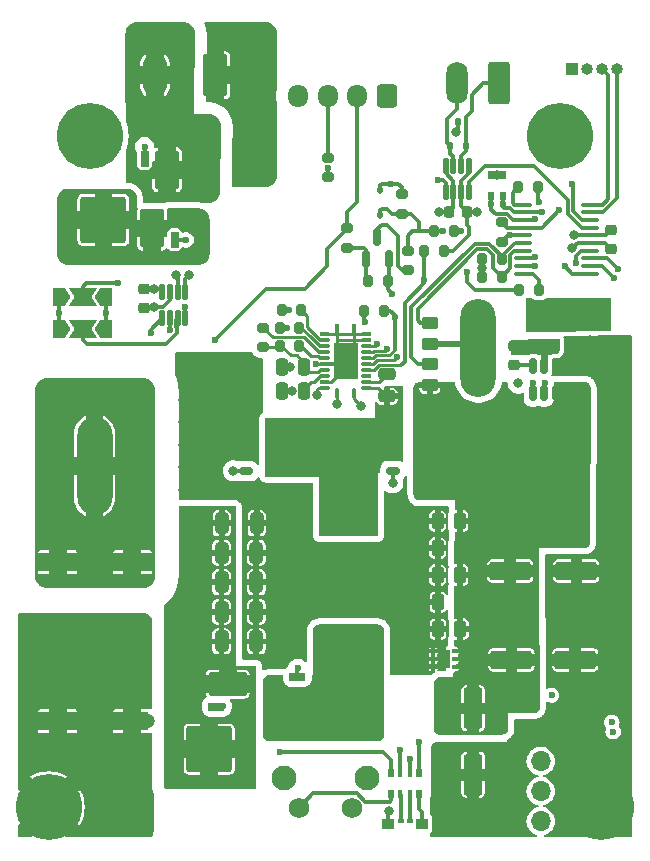
<source format=gbr>
%TF.GenerationSoftware,KiCad,Pcbnew,8.0.7*%
%TF.CreationDate,2025-01-15T16:40:05+01:00*%
%TF.ProjectId,makita-ps,6d616b69-7461-42d7-9073-2e6b69636164,1*%
%TF.SameCoordinates,Original*%
%TF.FileFunction,Copper,L1,Top*%
%TF.FilePolarity,Positive*%
%FSLAX46Y46*%
G04 Gerber Fmt 4.6, Leading zero omitted, Abs format (unit mm)*
G04 Created by KiCad (PCBNEW 8.0.7) date 2025-01-15 16:40:05*
%MOMM*%
%LPD*%
G01*
G04 APERTURE LIST*
G04 Aperture macros list*
%AMRoundRect*
0 Rectangle with rounded corners*
0 $1 Rounding radius*
0 $2 $3 $4 $5 $6 $7 $8 $9 X,Y pos of 4 corners*
0 Add a 4 corners polygon primitive as box body*
4,1,4,$2,$3,$4,$5,$6,$7,$8,$9,$2,$3,0*
0 Add four circle primitives for the rounded corners*
1,1,$1+$1,$2,$3*
1,1,$1+$1,$4,$5*
1,1,$1+$1,$6,$7*
1,1,$1+$1,$8,$9*
0 Add four rect primitives between the rounded corners*
20,1,$1+$1,$2,$3,$4,$5,0*
20,1,$1+$1,$4,$5,$6,$7,0*
20,1,$1+$1,$6,$7,$8,$9,0*
20,1,$1+$1,$8,$9,$2,$3,0*%
%AMFreePoly0*
4,1,9,2.975000,-2.350000,1.425000,-2.350000,1.425000,-2.100000,-1.650000,-2.100000,-1.650000,2.100000,1.425000,2.100000,1.425000,2.350000,2.975000,2.350000,2.975000,-2.350000,2.975000,-2.350000,$1*%
%AMFreePoly1*
4,1,6,1.000000,0.000000,0.500000,-0.750000,-0.500000,-0.750000,-0.500000,0.750000,0.500000,0.750000,1.000000,0.000000,1.000000,0.000000,$1*%
%AMFreePoly2*
4,1,7,0.700000,0.000000,1.200000,-0.750000,-1.200000,-0.750000,-0.700000,0.000000,-1.200000,0.750000,1.200000,0.750000,0.700000,0.000000,0.700000,0.000000,$1*%
%AMFreePoly3*
4,1,12,0.140000,-0.355000,0.136651,-0.355000,0.121244,-0.412500,0.070000,-0.463744,0.000000,-0.482500,-0.070000,-0.463744,-0.121244,-0.412500,-0.136651,-0.355000,-0.140000,-0.355000,-0.140000,0.355000,0.140000,0.355000,0.140000,-0.355000,0.140000,-0.355000,$1*%
%AMFreePoly4*
4,1,10,0.425000,0.121244,0.476244,0.070000,0.495000,0.000000,0.476244,-0.070000,0.425000,-0.121244,0.355000,-0.140000,-0.355000,-0.140000,-0.355000,0.140000,0.355000,0.140000,0.425000,0.121244,0.425000,0.121244,$1*%
%AMFreePoly5*
4,1,12,0.355000,0.136650,0.412500,0.121244,0.463744,0.070000,0.482500,0.000000,0.463744,-0.070000,0.412500,-0.121244,0.355000,-0.136650,0.355000,-0.140000,-0.355000,-0.140000,-0.355000,0.140000,0.355000,0.140000,0.355000,0.136650,0.355000,0.136650,$1*%
%AMFreePoly6*
4,1,12,0.070000,0.463744,0.121244,0.412500,0.136651,0.355000,0.140000,0.355000,0.140000,-0.355000,-0.140000,-0.355000,-0.140000,0.355000,-0.136651,0.355000,-0.121244,0.412500,-0.070000,0.463744,0.000000,0.482500,0.070000,0.463744,0.070000,0.463744,$1*%
%AMFreePoly7*
4,1,12,0.355000,-0.140000,-0.355000,-0.140000,-0.355000,-0.136650,-0.412500,-0.121244,-0.463744,-0.070000,-0.482500,0.000000,-0.463744,0.070000,-0.412500,0.121244,-0.355000,0.136650,-0.355000,0.140000,0.355000,0.140000,0.355000,-0.140000,0.355000,-0.140000,$1*%
G04 Aperture macros list end*
%TA.AperFunction,EtchedComponent*%
%ADD10C,0.000000*%
%TD*%
%TA.AperFunction,SMDPad,CuDef*%
%ADD11RoundRect,0.200000X0.200000X0.275000X-0.200000X0.275000X-0.200000X-0.275000X0.200000X-0.275000X0*%
%TD*%
%TA.AperFunction,SMDPad,CuDef*%
%ADD12RoundRect,0.250000X0.475000X-0.250000X0.475000X0.250000X-0.475000X0.250000X-0.475000X-0.250000X0*%
%TD*%
%TA.AperFunction,ComponentPad*%
%ADD13RoundRect,0.250002X-1.699998X-1.699998X1.699998X-1.699998X1.699998X1.699998X-1.699998X1.699998X0*%
%TD*%
%TA.AperFunction,SMDPad,CuDef*%
%ADD14RoundRect,0.250000X-0.550000X1.500000X-0.550000X-1.500000X0.550000X-1.500000X0.550000X1.500000X0*%
%TD*%
%TA.AperFunction,SMDPad,CuDef*%
%ADD15RoundRect,0.250000X-0.325000X-0.650000X0.325000X-0.650000X0.325000X0.650000X-0.325000X0.650000X0*%
%TD*%
%TA.AperFunction,SMDPad,CuDef*%
%ADD16C,0.290000*%
%TD*%
%TA.AperFunction,SMDPad,CuDef*%
%ADD17RoundRect,0.250000X0.250000X0.475000X-0.250000X0.475000X-0.250000X-0.475000X0.250000X-0.475000X0*%
%TD*%
%TA.AperFunction,SMDPad,CuDef*%
%ADD18RoundRect,0.200000X0.275000X-0.200000X0.275000X0.200000X-0.275000X0.200000X-0.275000X-0.200000X0*%
%TD*%
%TA.AperFunction,SMDPad,CuDef*%
%ADD19RoundRect,0.250000X-1.500000X-0.550000X1.500000X-0.550000X1.500000X0.550000X-1.500000X0.550000X0*%
%TD*%
%TA.AperFunction,ComponentPad*%
%ADD20RoundRect,0.249999X0.790001X1.550001X-0.790001X1.550001X-0.790001X-1.550001X0.790001X-1.550001X0*%
%TD*%
%TA.AperFunction,ComponentPad*%
%ADD21O,2.080000X3.600000*%
%TD*%
%TA.AperFunction,SMDPad,CuDef*%
%ADD22RoundRect,0.150000X0.150000X-0.512500X0.150000X0.512500X-0.150000X0.512500X-0.150000X-0.512500X0*%
%TD*%
%TA.AperFunction,SMDPad,CuDef*%
%ADD23RoundRect,0.200000X-0.275000X0.200000X-0.275000X-0.200000X0.275000X-0.200000X0.275000X0.200000X0*%
%TD*%
%TA.AperFunction,SMDPad,CuDef*%
%ADD24RoundRect,0.225000X0.250000X-0.225000X0.250000X0.225000X-0.250000X0.225000X-0.250000X-0.225000X0*%
%TD*%
%TA.AperFunction,SMDPad,CuDef*%
%ADD25RoundRect,0.175000X-0.400000X0.175000X-0.400000X-0.175000X0.400000X-0.175000X0.400000X0.175000X0*%
%TD*%
%TA.AperFunction,SMDPad,CuDef*%
%ADD26FreePoly0,0.000000*%
%TD*%
%TA.AperFunction,SMDPad,CuDef*%
%ADD27RoundRect,0.112500X0.112500X-0.187500X0.112500X0.187500X-0.112500X0.187500X-0.112500X-0.187500X0*%
%TD*%
%TA.AperFunction,SMDPad,CuDef*%
%ADD28FreePoly1,0.000000*%
%TD*%
%TA.AperFunction,SMDPad,CuDef*%
%ADD29FreePoly2,0.000000*%
%TD*%
%TA.AperFunction,SMDPad,CuDef*%
%ADD30FreePoly1,180.000000*%
%TD*%
%TA.AperFunction,ComponentPad*%
%ADD31R,1.700000X1.700000*%
%TD*%
%TA.AperFunction,ComponentPad*%
%ADD32O,1.700000X1.700000*%
%TD*%
%TA.AperFunction,SMDPad,CuDef*%
%ADD33FreePoly3,0.000000*%
%TD*%
%TA.AperFunction,SMDPad,CuDef*%
%ADD34FreePoly4,0.000000*%
%TD*%
%TA.AperFunction,SMDPad,CuDef*%
%ADD35FreePoly5,0.000000*%
%TD*%
%TA.AperFunction,SMDPad,CuDef*%
%ADD36FreePoly6,0.000000*%
%TD*%
%TA.AperFunction,SMDPad,CuDef*%
%ADD37FreePoly7,0.000000*%
%TD*%
%TA.AperFunction,SMDPad,CuDef*%
%ADD38R,2.050000X3.100000*%
%TD*%
%TA.AperFunction,SMDPad,CuDef*%
%ADD39RoundRect,0.243600X0.771400X-1.406400X0.771400X1.406400X-0.771400X1.406400X-0.771400X-1.406400X0*%
%TD*%
%TA.AperFunction,SMDPad,CuDef*%
%ADD40RoundRect,0.190000X0.190000X-0.510000X0.190000X0.510000X-0.190000X0.510000X-0.190000X-0.510000X0*%
%TD*%
%TA.AperFunction,ComponentPad*%
%ADD41RoundRect,0.250000X0.650000X1.550000X-0.650000X1.550000X-0.650000X-1.550000X0.650000X-1.550000X0*%
%TD*%
%TA.AperFunction,ComponentPad*%
%ADD42O,1.800000X3.600000*%
%TD*%
%TA.AperFunction,SMDPad,CuDef*%
%ADD43RoundRect,0.125000X-0.125000X0.537500X-0.125000X-0.537500X0.125000X-0.537500X0.125000X0.537500X0*%
%TD*%
%TA.AperFunction,SMDPad,CuDef*%
%ADD44R,0.530000X0.440000*%
%TD*%
%TA.AperFunction,SMDPad,CuDef*%
%ADD45R,1.000000X0.880000*%
%TD*%
%TA.AperFunction,SMDPad,CuDef*%
%ADD46RoundRect,0.200000X-0.200000X-0.275000X0.200000X-0.275000X0.200000X0.275000X-0.200000X0.275000X0*%
%TD*%
%TA.AperFunction,ComponentPad*%
%ADD47RoundRect,0.250000X0.600000X0.725000X-0.600000X0.725000X-0.600000X-0.725000X0.600000X-0.725000X0*%
%TD*%
%TA.AperFunction,ComponentPad*%
%ADD48O,1.700000X1.950000*%
%TD*%
%TA.AperFunction,SMDPad,CuDef*%
%ADD49RoundRect,0.125000X0.125000X-0.537500X0.125000X0.537500X-0.125000X0.537500X-0.125000X-0.537500X0*%
%TD*%
%TA.AperFunction,SMDPad,CuDef*%
%ADD50R,0.500000X0.800000*%
%TD*%
%TA.AperFunction,SMDPad,CuDef*%
%ADD51RoundRect,0.250000X-0.475000X0.250000X-0.475000X-0.250000X0.475000X-0.250000X0.475000X0.250000X0*%
%TD*%
%TA.AperFunction,SMDPad,CuDef*%
%ADD52RoundRect,0.112500X-0.112500X-0.237500X0.112500X-0.237500X0.112500X0.237500X-0.112500X0.237500X0*%
%TD*%
%TA.AperFunction,SMDPad,CuDef*%
%ADD53RoundRect,0.225000X-0.225000X-0.250000X0.225000X-0.250000X0.225000X0.250000X-0.225000X0.250000X0*%
%TD*%
%TA.AperFunction,SMDPad,CuDef*%
%ADD54RoundRect,0.150000X0.150000X-0.587500X0.150000X0.587500X-0.150000X0.587500X-0.150000X-0.587500X0*%
%TD*%
%TA.AperFunction,ComponentPad*%
%ADD55C,2.100000*%
%TD*%
%TA.AperFunction,ComponentPad*%
%ADD56C,1.750000*%
%TD*%
%TA.AperFunction,ComponentPad*%
%ADD57R,1.000000X1.000000*%
%TD*%
%TA.AperFunction,ComponentPad*%
%ADD58O,1.000000X1.000000*%
%TD*%
%TA.AperFunction,SMDPad,CuDef*%
%ADD59R,2.820000X1.570000*%
%TD*%
%TA.AperFunction,SMDPad,CuDef*%
%ADD60RoundRect,0.100000X-0.637500X-0.100000X0.637500X-0.100000X0.637500X0.100000X-0.637500X0.100000X0*%
%TD*%
%TA.AperFunction,SMDPad,CuDef*%
%ADD61RoundRect,0.250000X-0.450000X0.262500X-0.450000X-0.262500X0.450000X-0.262500X0.450000X0.262500X0*%
%TD*%
%TA.AperFunction,SMDPad,CuDef*%
%ADD62RoundRect,0.243600X1.406400X0.771400X-1.406400X0.771400X-1.406400X-0.771400X1.406400X-0.771400X0*%
%TD*%
%TA.AperFunction,SMDPad,CuDef*%
%ADD63RoundRect,0.190000X0.510000X0.190000X-0.510000X0.190000X-0.510000X-0.190000X0.510000X-0.190000X0*%
%TD*%
%TA.AperFunction,SMDPad,CuDef*%
%ADD64R,5.000000X3.100000*%
%TD*%
%TA.AperFunction,SMDPad,CuDef*%
%ADD65R,0.400000X0.800000*%
%TD*%
%TA.AperFunction,SMDPad,CuDef*%
%ADD66R,2.700000X1.000000*%
%TD*%
%TA.AperFunction,SMDPad,CuDef*%
%ADD67RoundRect,0.093750X-0.093750X-0.106250X0.093750X-0.106250X0.093750X0.106250X-0.093750X0.106250X0*%
%TD*%
%TA.AperFunction,HeatsinkPad*%
%ADD68R,1.000000X1.600000*%
%TD*%
%TA.AperFunction,ComponentPad*%
%ADD69O,3.000000X8.300000*%
%TD*%
%TA.AperFunction,ComponentPad*%
%ADD70C,5.600000*%
%TD*%
%TA.AperFunction,ViaPad*%
%ADD71C,1.200000*%
%TD*%
%TA.AperFunction,ViaPad*%
%ADD72C,0.800000*%
%TD*%
%TA.AperFunction,ViaPad*%
%ADD73C,0.600000*%
%TD*%
%TA.AperFunction,Conductor*%
%ADD74C,0.250000*%
%TD*%
%TA.AperFunction,Conductor*%
%ADD75C,0.500000*%
%TD*%
%TA.AperFunction,Conductor*%
%ADD76C,0.350000*%
%TD*%
%TA.AperFunction,Conductor*%
%ADD77C,0.290000*%
%TD*%
G04 APERTURE END LIST*
D10*
%TA.AperFunction,EtchedComponent*%
%TO.C,NT1*%
G36*
X149274000Y-96595000D02*
G01*
X148274000Y-96595000D01*
X148274000Y-96315000D01*
X149274000Y-96315000D01*
X149274000Y-96595000D01*
G37*
%TD.AperFunction*%
%TD*%
D11*
%TO.P,R1,1*%
%TO.N,/EN_3V3*%
X166254000Y-81500000D03*
%TO.P,R1,2*%
%TO.N,/PWR_ENABLE*%
X164604000Y-81500000D03*
%TD*%
D12*
%TO.P,C4,1*%
%TO.N,PGND*%
X169552000Y-94893000D03*
%TO.P,C4,2*%
%TO.N,+3V3*%
X169552000Y-92993000D03*
%TD*%
D13*
%TO.P,J7,1,Pin_1*%
%TO.N,+12V*%
X138437000Y-129066000D03*
%TD*%
D14*
%TO.P,C23,1*%
%TO.N,VDD*%
X160789000Y-125625000D03*
%TO.P,C23,2*%
%TO.N,PGND*%
X160789000Y-131225000D03*
%TD*%
D15*
%TO.P,C15,1*%
%TO.N,+12V*%
X139479000Y-114950000D03*
%TO.P,C15,2*%
%TO.N,PGND*%
X142429000Y-114950000D03*
%TD*%
D16*
%TO.P,NT1,1,1*%
%TO.N,AGND*%
X148274000Y-96455000D03*
%TO.P,NT1,2,2*%
%TO.N,PGND*%
X149274000Y-96455000D03*
%TD*%
D17*
%TO.P,C16,1*%
%TO.N,VDD*%
X159679000Y-114334000D03*
%TO.P,C16,2*%
%TO.N,PGND*%
X157779000Y-114334000D03*
%TD*%
D18*
%TO.P,R7,1*%
%TO.N,+3V3*%
X163194000Y-86102000D03*
%TO.P,R7,2*%
%TO.N,/~{RST}*%
X163194000Y-84452000D03*
%TD*%
D12*
%TO.P,C5,1*%
%TO.N,PGND*%
X171711000Y-94898000D03*
%TO.P,C5,2*%
%TO.N,+3V3*%
X171711000Y-92998000D03*
%TD*%
D19*
%TO.P,C17,1*%
%TO.N,VDD*%
X163929000Y-114000000D03*
%TO.P,C17,2*%
%TO.N,PGND*%
X169529000Y-114000000D03*
%TD*%
D20*
%TO.P,J1,1,Pin_1*%
%TO.N,PGND*%
X138929000Y-72000000D03*
D21*
%TO.P,J1,2,Pin_2*%
%TO.N,/+12V_OUT*%
X133849000Y-72000000D03*
%TD*%
D17*
%TO.P,C6,1*%
%TO.N,Net-(U4-VDDA)*%
X146479000Y-96705000D03*
%TO.P,C6,2*%
%TO.N,AGND*%
X144579000Y-96705000D03*
%TD*%
D22*
%TO.P,U5,1,FB*%
%TO.N,+3V3*%
X165869000Y-98895000D03*
%TO.P,U5,2,EN*%
%TO.N,/EN_3V3*%
X166819000Y-98895000D03*
%TO.P,U5,3,IN*%
%TO.N,VDD*%
X167769000Y-98895000D03*
%TO.P,U5,4,GND*%
%TO.N,PGND*%
X167769000Y-96620000D03*
%TO.P,U5,5,SW*%
%TO.N,/SW_3V3*%
X166819000Y-96620000D03*
%TO.P,U5,6,BST*%
%TO.N,/BST_3V3*%
X165869000Y-96620000D03*
%TD*%
D23*
%TO.P,R4,1*%
%TO.N,/PWR_BTN*%
X150129000Y-84975000D03*
%TO.P,R4,2*%
%TO.N,Net-(Q1-B)*%
X150129000Y-86625000D03*
%TD*%
D24*
%TO.P,C3,1*%
%TO.N,PGND*%
X132929000Y-91675000D03*
%TO.P,C3,2*%
%TO.N,+3V3*%
X132929000Y-90125000D03*
%TD*%
D18*
%TO.P,R9,1*%
%TO.N,Net-(Q1-C)*%
X155229000Y-88525000D03*
%TO.P,R9,2*%
%TO.N,Net-(D2-K)*%
X155229000Y-86875000D03*
%TD*%
D11*
%TO.P,R14,1*%
%TO.N,/PWR_BTN_SENSE*%
X166354000Y-90200000D03*
%TO.P,R14,2*%
%TO.N,Net-(D2-K)*%
X164704000Y-90200000D03*
%TD*%
D25*
%TO.P,Q2,1,S*%
%TO.N,PGND*%
X141559000Y-101710000D03*
%TO.P,Q2,2,S*%
X141559000Y-102980000D03*
%TO.P,Q2,3,S*%
X141559000Y-104260000D03*
%TO.P,Q2,4,G*%
%TO.N,Net-(Q2-G)*%
X141559000Y-105530000D03*
D26*
%TO.P,Q2,5,D*%
%TO.N,/SW*%
X144829000Y-103620000D03*
%TD*%
D27*
%TO.P,D2,1,K*%
%TO.N,Net-(D2-K)*%
X152929000Y-83850000D03*
%TO.P,D2,2,A*%
%TO.N,PGND*%
X152929000Y-81750000D03*
%TD*%
D28*
%TO.P,JP2,1,A*%
%TO.N,PGND*%
X125729000Y-93500000D03*
D29*
%TO.P,JP2,2,C*%
%TO.N,Net-(JP2-C)*%
X127729000Y-93500000D03*
D30*
%TO.P,JP2,3,B*%
%TO.N,+3V3*%
X129729000Y-93500000D03*
%TD*%
D11*
%TO.P,R16,1*%
%TO.N,Net-(U4-RT)*%
X146079000Y-93400000D03*
%TO.P,R16,2*%
%TO.N,AGND*%
X144429000Y-93400000D03*
%TD*%
%TO.P,R12,1*%
%TO.N,Net-(U4-CNFG)*%
X146229000Y-91900000D03*
%TO.P,R12,2*%
%TO.N,AGND*%
X144579000Y-91900000D03*
%TD*%
D31*
%TO.P,J6,1,Pin_1*%
%TO.N,PGND*%
X166504000Y-127542000D03*
D32*
%TO.P,J6,2,Pin_2*%
%TO.N,+3V3*%
X166504000Y-130082000D03*
%TO.P,J6,3,Pin_3*%
%TO.N,/SCL*%
X166504000Y-132622000D03*
%TO.P,J6,4,Pin_4*%
%TO.N,/SDA*%
X166504000Y-135162000D03*
%TD*%
D24*
%TO.P,C2,1*%
%TO.N,PGND*%
X172465000Y-86687000D03*
%TO.P,C2,2*%
%TO.N,+3V3*%
X172465000Y-85137000D03*
%TD*%
D18*
%TO.P,R3,1*%
%TO.N,Net-(D2-K)*%
X154729000Y-83725000D03*
%TO.P,R3,2*%
%TO.N,PGND*%
X154729000Y-82075000D03*
%TD*%
D33*
%TO.P,U4,1,NC*%
%TO.N,PGND*%
X149229000Y-93410000D03*
D34*
%TO.P,U4,2,NC*%
X148184000Y-93955000D03*
D35*
%TO.P,U4,3,CNFG*%
%TO.N,Net-(U4-CNFG)*%
X148184000Y-94455000D03*
%TO.P,U4,4,RT*%
%TO.N,Net-(U4-RT)*%
X148184000Y-94955000D03*
%TO.P,U4,5,EXTCOMP*%
%TO.N,Net-(U4-EXTCOMP)*%
X148184000Y-95455000D03*
%TO.P,U4,6,FB*%
%TO.N,Net-(U4-FB)*%
X148184000Y-95955000D03*
%TO.P,U4,7,AGND*%
%TO.N,AGND*%
X148184000Y-96455000D03*
%TO.P,U4,8,VDDA*%
%TO.N,Net-(U4-VDDA)*%
X148184000Y-96955000D03*
%TO.P,U4,9,VCC*%
%TO.N,Net-(U4-VCC)*%
X148184000Y-97455000D03*
%TO.P,U4,10,PGND*%
%TO.N,PGND*%
X148184000Y-97955000D03*
%TO.P,U4,11,LO*%
%TO.N,Net-(Q2-G)*%
X148184000Y-98455000D03*
D36*
%TO.P,U4,12,VIN*%
%TO.N,VDD*%
X149229000Y-99000000D03*
%TO.P,U4,13,HO*%
%TO.N,Net-(Q3-G)*%
X150729000Y-99000000D03*
D37*
%TO.P,U4,14,SW*%
%TO.N,/SW*%
X151774000Y-98455000D03*
%TO.P,U4,15,CBOOT*%
%TO.N,Net-(U4-CBOOT)*%
X151774000Y-97955000D03*
%TO.P,U4,16,VCCX*%
%TO.N,unconnected-(U4-VCCX-Pad16)*%
X151774000Y-97455000D03*
%TO.P,U4,17,PG/SYNCOUT*%
%TO.N,/PG_12V*%
X151774000Y-96955000D03*
%TO.P,U4,18,PFM/SYNC*%
%TO.N,AGND*%
X151774000Y-96455000D03*
%TO.P,U4,19,EN*%
%TO.N,/EN_12V*%
X151774000Y-95955000D03*
%TO.P,U4,20,ISNS+*%
%TO.N,Net-(U4-ISNS+)*%
X151774000Y-95455000D03*
%TO.P,U4,21,VOUT*%
%TO.N,Net-(U4-VOUT)*%
X151774000Y-94955000D03*
%TO.P,U4,22,NC*%
%TO.N,PGND*%
X151774000Y-94455000D03*
%TO.P,U4,23,NC*%
X151774000Y-93955000D03*
D33*
%TO.P,U4,24,NC*%
X150729000Y-93410000D03*
D38*
%TO.P,U4,25,EP*%
X149979000Y-96205000D03*
%TD*%
D39*
%TO.P,R2,1,1*%
%TO.N,/+12V_CS*%
X133594000Y-84980000D03*
D40*
%TO.P,R2,2,2*%
%TO.N,Net-(U3-IN+)*%
X135499000Y-85930000D03*
%TO.P,R2,3,3*%
%TO.N,Net-(U3-IN-)*%
X132959000Y-79070000D03*
D39*
%TO.P,R2,4,4*%
%TO.N,/+12V_OUT*%
X134864000Y-80020000D03*
%TD*%
D41*
%TO.P,J4,1,Pin_1*%
%TO.N,/CAN-*%
X162948000Y-72678000D03*
D42*
%TO.P,J4,2,Pin_2*%
%TO.N,/CAN+*%
X159448000Y-72678000D03*
%TD*%
D28*
%TO.P,JP1,1,A*%
%TO.N,PGND*%
X125729000Y-90750000D03*
D29*
%TO.P,JP1,2,C*%
%TO.N,Net-(JP1-C)*%
X127729000Y-90750000D03*
D30*
%TO.P,JP1,3,B*%
%TO.N,+3V3*%
X129729000Y-90750000D03*
%TD*%
D43*
%TO.P,U3,1,IN+*%
%TO.N,Net-(U3-IN+)*%
X136404000Y-90325000D03*
%TO.P,U3,2,IN-*%
%TO.N,Net-(U3-IN-)*%
X135754000Y-90325000D03*
%TO.P,U3,3,GND*%
%TO.N,PGND*%
X135104000Y-90325000D03*
%TO.P,U3,4,VS*%
%TO.N,+3V3*%
X134454000Y-90325000D03*
%TO.P,U3,5,SCL*%
%TO.N,/SCL*%
X134454000Y-92600000D03*
%TO.P,U3,6,SDA*%
%TO.N,/SDA*%
X135104000Y-92600000D03*
%TO.P,U3,7,A0*%
%TO.N,Net-(JP2-C)*%
X135754000Y-92600000D03*
%TO.P,U3,8,A1*%
%TO.N,Net-(JP1-C)*%
X136404000Y-92600000D03*
%TD*%
D15*
%TO.P,C18,1*%
%TO.N,+12V*%
X139479000Y-117450000D03*
%TO.P,C18,2*%
%TO.N,PGND*%
X142429000Y-117450000D03*
%TD*%
D11*
%TO.P,R8,1*%
%TO.N,VDD*%
X153554000Y-89400000D03*
%TO.P,R8,2*%
%TO.N,Net-(Q1-B)*%
X151904000Y-89400000D03*
%TD*%
D17*
%TO.P,C9,1*%
%TO.N,Net-(U4-VCC)*%
X146479000Y-98750000D03*
%TO.P,C9,2*%
%TO.N,PGND*%
X144579000Y-98750000D03*
%TD*%
D44*
%TO.P,D3,1,BK*%
%TO.N,Net-(D3-BK)*%
X154639000Y-135170000D03*
%TO.P,D3,2,GK*%
%TO.N,Net-(D3-GK)*%
X155419000Y-135170000D03*
D45*
%TO.P,D3,3,A*%
%TO.N,+3V3*%
X153579000Y-135390000D03*
%TO.P,D3,4,RK*%
%TO.N,Net-(D3-RK)*%
X156479000Y-135390000D03*
%TD*%
D46*
%TO.P,R6,1*%
%TO.N,Net-(D2-K)*%
X157479000Y-85200000D03*
%TO.P,R6,2*%
%TO.N,/EN_3V3*%
X159129000Y-85200000D03*
%TD*%
%TO.P,R5,1*%
%TO.N,/PG_12V*%
X156662000Y-86902000D03*
%TO.P,R5,2*%
%TO.N,+3V3*%
X158312000Y-86902000D03*
%TD*%
D47*
%TO.P,J3,1,Pin_1*%
%TO.N,PGND*%
X153479000Y-73750000D03*
D48*
%TO.P,J3,2,Pin_2*%
%TO.N,/PWR_BTN*%
X150979000Y-73750000D03*
%TO.P,J3,3,Pin_3*%
%TO.N,/AUX_R*%
X148479000Y-73750000D03*
%TO.P,J3,4,Pin_4*%
%TO.N,+3V3*%
X145979000Y-73750000D03*
%TD*%
D49*
%TO.P,U1,1,TXD*%
%TO.N,/CAN_TX*%
X158454000Y-81937500D03*
%TO.P,U1,2,GND*%
%TO.N,PGND*%
X159104000Y-81937500D03*
%TO.P,U1,3,VCC*%
%TO.N,+3V3*%
X159754000Y-81937500D03*
%TO.P,U1,4,RXD*%
%TO.N,/CAN_RX*%
X160404000Y-81937500D03*
%TO.P,U1,5,SHDN*%
%TO.N,+3V3*%
X160404000Y-79662500D03*
%TO.P,U1,6,CANL*%
%TO.N,/CAN-*%
X159754000Y-79662500D03*
%TO.P,U1,7,CANH*%
%TO.N,/CAN+*%
X159104000Y-79662500D03*
%TO.P,U1,8,S*%
%TO.N,PGND*%
X158454000Y-79662500D03*
%TD*%
D50*
%TO.P,RN1,1,R1.1*%
%TO.N,/SCL*%
X162321000Y-82225000D03*
%TO.P,RN1,2,R2.1*%
%TO.N,/SDA*%
X163321000Y-82225000D03*
%TO.P,RN1,3,R2.2*%
%TO.N,+3V3*%
X163321000Y-80425000D03*
%TO.P,RN1,4,R1.2*%
X162321000Y-80425000D03*
%TD*%
D51*
%TO.P,C8,1*%
%TO.N,PGND*%
X169552000Y-96559000D03*
%TO.P,C8,2*%
%TO.N,VDD*%
X169552000Y-98459000D03*
%TD*%
D46*
%TO.P,R13,1*%
%TO.N,AGND*%
X151579000Y-92000000D03*
%TO.P,R13,2*%
%TO.N,/EN_12V*%
X153229000Y-92000000D03*
%TD*%
D52*
%TO.P,D1,1,K*%
%TO.N,/CAN+*%
X158865000Y-77995500D03*
%TO.P,D1,2,K*%
%TO.N,/CAN-*%
X160165000Y-77995500D03*
%TO.P,D1,3,A*%
%TO.N,PGND*%
X159515000Y-75995500D03*
%TD*%
D53*
%TO.P,C1,1*%
%TO.N,PGND*%
X158740000Y-83599500D03*
%TO.P,C1,2*%
%TO.N,+3V3*%
X160290000Y-83599500D03*
%TD*%
D13*
%TO.P,J5,1,Pin_1*%
%TO.N,/+12V_CS*%
X129479000Y-84250000D03*
%TD*%
D54*
%TO.P,Q1,1,B*%
%TO.N,Net-(Q1-B)*%
X151729000Y-87600000D03*
%TO.P,Q1,2,E*%
%TO.N,VDD*%
X153629000Y-87600000D03*
%TO.P,Q1,3,C*%
%TO.N,Net-(Q1-C)*%
X152679000Y-85725000D03*
%TD*%
D51*
%TO.P,C10,1*%
%TO.N,Net-(U4-CBOOT)*%
X153479000Y-97300000D03*
%TO.P,C10,2*%
%TO.N,/SW*%
X153479000Y-99200000D03*
%TD*%
D55*
%TO.P,SW1,*%
%TO.N,*%
X151754000Y-131547500D03*
X144744000Y-131547500D03*
D56*
%TO.P,SW1,1,1*%
%TO.N,PGND*%
X150504000Y-134037500D03*
%TO.P,SW1,2,2*%
%TO.N,Net-(RN2D-R4.2)*%
X146004000Y-134037500D03*
%TD*%
D15*
%TO.P,C13,1*%
%TO.N,+12V*%
X139479000Y-112450000D03*
%TO.P,C13,2*%
%TO.N,PGND*%
X142429000Y-112450000D03*
%TD*%
%TO.P,C11,1*%
%TO.N,+12V*%
X139504000Y-109950000D03*
%TO.P,C11,2*%
%TO.N,PGND*%
X142454000Y-109950000D03*
%TD*%
D57*
%TO.P,J2,1,Pin_1*%
%TO.N,PGND*%
X169189000Y-71500000D03*
D58*
%TO.P,J2,2,Pin_2*%
%TO.N,/~{RST}*%
X170459000Y-71500000D03*
%TO.P,J2,3,Pin_3*%
%TO.N,/SWCLK*%
X171729000Y-71500000D03*
%TO.P,J2,4,Pin_4*%
%TO.N,/SWDIO*%
X172999000Y-71500000D03*
%TD*%
D15*
%TO.P,C20,1*%
%TO.N,+12V*%
X139479000Y-119950000D03*
%TO.P,C20,2*%
%TO.N,PGND*%
X142429000Y-119950000D03*
%TD*%
D59*
%TO.P,F1,1*%
%TO.N,PGND*%
X125609000Y-126700000D03*
X131929000Y-126700000D03*
%TO.P,F1,2*%
%TO.N,/BT_RAW*%
X125609000Y-113240000D03*
X131929000Y-113240000D03*
%TD*%
D60*
%TO.P,U2,1,PB8*%
%TO.N,/PWR_ENABLE*%
X164972000Y-82961000D03*
%TO.P,U2,2,PF0*%
%TO.N,/SDA*%
X164972000Y-83611000D03*
%TO.P,U2,3,PF1*%
%TO.N,/SCL*%
X164972000Y-84261000D03*
%TO.P,U2,4,NRST*%
%TO.N,/~{RST}*%
X164972000Y-84911000D03*
%TO.P,U2,5,VDDA*%
%TO.N,+3V3*%
X164972000Y-85561000D03*
%TO.P,U2,6,PA0*%
%TO.N,/VMON_BAT*%
X164972000Y-86211000D03*
%TO.P,U2,7,PA1*%
%TO.N,/SMON_BAT*%
X164972000Y-86861000D03*
%TO.P,U2,8,PA2*%
%TO.N,/PG_12V*%
X164972000Y-87511000D03*
%TO.P,U2,9,PA3*%
%TO.N,/EN_12V*%
X164972000Y-88161000D03*
%TO.P,U2,10,PA4*%
%TO.N,/PWR_BTN_SENSE*%
X164972000Y-88811000D03*
%TO.P,U2,11,PA5*%
%TO.N,/AUX*%
X170697000Y-88811000D03*
%TO.P,U2,12,PA6*%
%TO.N,/LED_R*%
X170697000Y-88161000D03*
%TO.P,U2,13,PA7*%
%TO.N,/LED_G*%
X170697000Y-87511000D03*
%TO.P,U2,14,PB1*%
%TO.N,/LED_B*%
X170697000Y-86861000D03*
%TO.P,U2,15,VSSA*%
%TO.N,PGND*%
X170697000Y-86211000D03*
%TO.P,U2,16,VDD*%
%TO.N,+3V3*%
X170697000Y-85561000D03*
%TO.P,U2,17,PA9/PA11*%
%TO.N,/CAN_RX*%
X170697000Y-84911000D03*
%TO.P,U2,18,PA10/PA12*%
%TO.N,/CAN_TX*%
X170697000Y-84261000D03*
%TO.P,U2,19,PA13*%
%TO.N,/SWDIO*%
X170697000Y-83611000D03*
%TO.P,U2,20,PA14*%
%TO.N,/SWCLK*%
X170697000Y-82961000D03*
%TD*%
D24*
%TO.P,C7,1*%
%TO.N,/BST_3V3*%
X164218000Y-96506000D03*
%TO.P,C7,2*%
%TO.N,/SW_3V3*%
X164218000Y-94956000D03*
%TD*%
D61*
%TO.P,R19,1*%
%TO.N,/VMON_BAT*%
X157106000Y-96427000D03*
%TO.P,R19,2*%
%TO.N,VDD*%
X157106000Y-98252000D03*
%TD*%
D11*
%TO.P,R11,1*%
%TO.N,/VMON_BAT*%
X163202000Y-87537000D03*
%TO.P,R11,2*%
%TO.N,PGND*%
X161552000Y-87537000D03*
%TD*%
D17*
%TO.P,C19,1*%
%TO.N,VDD*%
X159707000Y-116620000D03*
%TO.P,C19,2*%
%TO.N,PGND*%
X157807000Y-116620000D03*
%TD*%
D11*
%TO.P,R10,1*%
%TO.N,/SMON_BAT*%
X163202000Y-89061000D03*
%TO.P,R10,2*%
%TO.N,PGND*%
X161552000Y-89061000D03*
%TD*%
D17*
%TO.P,C12,1*%
%TO.N,VDD*%
X159679000Y-109762000D03*
%TO.P,C12,2*%
%TO.N,PGND*%
X157779000Y-109762000D03*
%TD*%
D23*
%TO.P,R21,1*%
%TO.N,/AUX_R*%
X148484000Y-78980000D03*
%TO.P,R21,2*%
%TO.N,/AUX*%
X148484000Y-80630000D03*
%TD*%
D18*
%TO.P,R15,1*%
%TO.N,Net-(U4-VDDA)*%
X143029000Y-95025000D03*
%TO.P,R15,2*%
%TO.N,Net-(U4-EXTCOMP)*%
X143029000Y-93375000D03*
%TD*%
D19*
%TO.P,C22,1*%
%TO.N,VDD*%
X164029000Y-121500000D03*
%TO.P,C22,2*%
%TO.N,PGND*%
X169429000Y-121500000D03*
%TD*%
D62*
%TO.P,R20,1,1*%
%TO.N,/LOUT*%
X144959000Y-124835000D03*
D63*
%TO.P,R20,2,2*%
%TO.N,Net-(U4-ISNS+)*%
X145909000Y-122930000D03*
%TO.P,R20,3,3*%
%TO.N,Net-(U4-VOUT)*%
X139049000Y-125470000D03*
D62*
%TO.P,R20,4,4*%
%TO.N,+12V*%
X139999000Y-123565000D03*
%TD*%
D64*
%TO.P,L2,1,1*%
%TO.N,/SW*%
X150229000Y-109450000D03*
%TO.P,L2,2,2*%
%TO.N,/LOUT*%
X150229000Y-120550000D03*
%TD*%
D61*
%TO.P,R18,1*%
%TO.N,/SMON_BAT*%
X157106000Y-92951000D03*
%TO.P,R18,2*%
%TO.N,Net-(BT1-PadT)*%
X157106000Y-94776000D03*
%TD*%
D50*
%TO.P,RN2,1,R1.1*%
%TO.N,/LED_R*%
X156229000Y-131100000D03*
D65*
%TO.P,RN2,2,R2.1*%
%TO.N,/LED_G*%
X155429000Y-131100000D03*
%TO.P,RN2,3,R3.1*%
%TO.N,/LED_B*%
X154629000Y-131100000D03*
D50*
%TO.P,RN2,4,R4.1*%
%TO.N,/PWR_BTN*%
X153829000Y-131100000D03*
%TO.P,RN2,5,R4.2*%
%TO.N,Net-(RN2D-R4.2)*%
X153829000Y-132900000D03*
D65*
%TO.P,RN2,6,R3.2*%
%TO.N,Net-(D3-BK)*%
X154629000Y-132900000D03*
%TO.P,RN2,7,R2.2*%
%TO.N,Net-(D3-GK)*%
X155429000Y-132900000D03*
D50*
%TO.P,RN2,8,R1.2*%
%TO.N,Net-(D3-RK)*%
X156229000Y-132900000D03*
%TD*%
D66*
%TO.P,L1,1,1*%
%TO.N,/SW_3V3*%
X166758000Y-94842000D03*
%TO.P,L1,2,2*%
%TO.N,+3V3*%
X166758000Y-92642000D03*
%TD*%
D17*
%TO.P,C21,1*%
%TO.N,VDD*%
X159707000Y-118906000D03*
%TO.P,C21,2*%
%TO.N,PGND*%
X157807000Y-118906000D03*
%TD*%
D11*
%TO.P,R17,1*%
%TO.N,Net-(U4-FB)*%
X146079000Y-94900000D03*
%TO.P,R17,2*%
%TO.N,Net-(U4-VDDA)*%
X144429000Y-94900000D03*
%TD*%
D25*
%TO.P,Q3,1,S*%
%TO.N,/SW*%
X154009000Y-101670000D03*
%TO.P,Q3,2,S*%
X154009000Y-102940000D03*
%TO.P,Q3,3,S*%
X154009000Y-104220000D03*
%TO.P,Q3,4,G*%
%TO.N,Net-(Q3-G)*%
X154009000Y-105490000D03*
D26*
%TO.P,Q3,5,D*%
%TO.N,VDD*%
X157279000Y-103580000D03*
%TD*%
D17*
%TO.P,C14,1*%
%TO.N,VDD*%
X159679000Y-112048000D03*
%TO.P,C14,2*%
%TO.N,PGND*%
X157779000Y-112048000D03*
%TD*%
D67*
%TO.P,U6,1,GND*%
%TO.N,PGND*%
X157404000Y-120777000D03*
%TO.P,U6,2,GND*%
X157404000Y-121427000D03*
%TO.P,U6,3,GND*%
X157404000Y-122077000D03*
%TO.P,U6,4,IN*%
%TO.N,VDD*%
X159179000Y-122077000D03*
%TO.P,U6,5,IN*%
X159179000Y-121427000D03*
%TO.P,U6,6,IN*%
X159179000Y-120777000D03*
D68*
%TO.P,U6,7,GND*%
%TO.N,PGND*%
X158291500Y-121427000D03*
%TD*%
D69*
%TO.P,BT1,+,+*%
%TO.N,VDD*%
X167729000Y-105075000D03*
%TO.P,BT1,-,-*%
%TO.N,/BT_RAW*%
X128729000Y-105075000D03*
D70*
%TO.P,BT1,M,M*%
%TO.N,PGND*%
X171624000Y-134000000D03*
X168144000Y-77156000D03*
X128314000Y-77156000D03*
X124834000Y-134000000D03*
D69*
%TO.P,BT1,T,T*%
%TO.N,Net-(BT1-PadT)*%
X161229000Y-95075000D03*
%TD*%
D71*
%TO.N,PGND*%
X125729000Y-119000000D03*
D72*
X170644200Y-95639600D03*
X159336000Y-76800000D03*
X139834000Y-101380000D03*
X139834000Y-103285000D03*
X156729000Y-109800000D03*
D71*
X124309000Y-126700000D03*
X125729000Y-122000000D03*
D72*
X156344000Y-113445000D03*
X154439000Y-115350000D03*
X156344000Y-117255000D03*
X161552000Y-88299000D03*
D73*
X149979000Y-97000000D03*
D72*
X171660200Y-96300000D03*
D71*
X128729000Y-122000000D03*
D72*
X148129000Y-112500000D03*
X156344000Y-111540000D03*
X137929000Y-105190000D03*
D71*
X143529000Y-78250000D03*
D73*
X153829000Y-81200000D03*
D71*
X133229000Y-126700000D03*
D72*
X150729000Y-116405000D03*
X136229000Y-105190000D03*
D71*
X131729000Y-125000000D03*
D72*
X139834000Y-107095000D03*
X137924000Y-97700000D03*
X144279000Y-115350000D03*
D71*
X141279000Y-78250000D03*
D72*
X136229000Y-103285000D03*
D73*
X149279000Y-97400000D03*
D71*
X125609000Y-126700000D03*
D72*
X139829000Y-97700000D03*
X154439000Y-117255000D03*
D71*
X131729000Y-119000000D03*
D73*
X149279000Y-96600000D03*
D71*
X131929000Y-126700000D03*
X125729000Y-125000000D03*
D72*
X137929000Y-103285000D03*
D71*
X141279000Y-80500000D03*
D72*
X170644200Y-94420400D03*
X137929000Y-101380000D03*
X144279000Y-111540000D03*
X144279000Y-113445000D03*
X156344000Y-121065000D03*
D71*
X143529000Y-80500000D03*
D72*
X136229000Y-107095000D03*
X171711000Y-99602000D03*
X148129000Y-114405000D03*
X145422012Y-98713000D03*
D71*
X169529000Y-115400000D03*
D72*
X156344000Y-115350000D03*
X141729000Y-97700000D03*
X139829000Y-95900000D03*
D73*
X149279000Y-95000000D03*
D71*
X169429000Y-120100000D03*
D72*
X146184000Y-115350000D03*
X170644200Y-96909600D03*
D73*
X150679000Y-95000000D03*
D72*
X144229000Y-120800000D03*
D73*
X149979000Y-95400000D03*
D72*
X146629000Y-110000000D03*
D73*
X150679000Y-96600000D03*
X125729000Y-92100000D03*
D72*
X146184000Y-113445000D03*
D71*
X169529000Y-117700000D03*
D72*
X157929000Y-83600000D03*
X139829000Y-99500000D03*
D71*
X131729000Y-122000000D03*
D72*
X146184000Y-111540000D03*
D73*
X150679000Y-95800000D03*
D71*
X143529000Y-76000000D03*
D72*
X133729000Y-91632500D03*
X137929000Y-107095000D03*
X136224000Y-99500000D03*
D71*
X130629000Y-126700000D03*
D72*
X136129000Y-95900000D03*
D73*
X150679000Y-97400000D03*
X149979000Y-96200000D03*
X149279000Y-95800000D03*
D72*
X154439000Y-113445000D03*
X154429000Y-121065000D03*
X150029000Y-112500000D03*
X144279000Y-119160000D03*
D71*
X172000000Y-114000000D03*
X128729000Y-125000000D03*
D72*
X136129000Y-97700000D03*
D71*
X172029000Y-121500000D03*
D72*
X154439000Y-119160000D03*
X137924000Y-99500000D03*
D71*
X126909000Y-126700000D03*
X169429000Y-122900000D03*
D72*
X154929000Y-111540000D03*
X144279000Y-117255000D03*
X141729000Y-95900000D03*
D71*
X128729000Y-119000000D03*
D72*
X136229000Y-101380000D03*
X152629000Y-116405000D03*
X137924000Y-95900000D03*
X152629000Y-114500000D03*
X141729000Y-99500000D03*
D71*
X141279000Y-76000000D03*
X160829000Y-133800000D03*
D72*
X156344000Y-119160000D03*
X144829000Y-110000000D03*
X169188132Y-86643846D03*
D73*
%TO.N,Net-(D2-K)*%
X158228992Y-85200000D03*
X160229000Y-88700000D03*
D72*
%TO.N,Net-(Q2-G)*%
X147581000Y-99094000D03*
X140479000Y-105500000D03*
%TO.N,AGND*%
X145295000Y-96681000D03*
D73*
X151645000Y-92871000D03*
X145168000Y-91855000D03*
X145041000Y-93379000D03*
X147479000Y-96450000D03*
X154378258Y-95858258D03*
D72*
%TO.N,Net-(Q3-G)*%
X151264000Y-99982998D03*
X153978992Y-106500000D03*
D73*
%TO.N,Net-(U3-IN-)*%
X132959000Y-78050000D03*
D72*
X135592808Y-88936192D03*
D71*
%TO.N,+12V*%
X136629000Y-113800000D03*
X140029000Y-121900000D03*
X137529000Y-123600000D03*
X136529000Y-110000000D03*
X141729000Y-125400000D03*
X136629000Y-118700000D03*
D72*
%TO.N,VDD*%
X149229000Y-99852996D03*
X159265000Y-104123200D03*
X156217000Y-104123200D03*
X157233000Y-105139200D03*
X158249000Y-103107200D03*
X156217000Y-103107200D03*
D73*
X153929000Y-90500000D03*
D72*
X157233000Y-103107200D03*
X156217000Y-105139200D03*
X157233000Y-102091200D03*
X158249000Y-104123200D03*
D73*
X158829000Y-98400000D03*
D72*
X157233000Y-104123200D03*
X158249000Y-102091200D03*
X159265000Y-102091200D03*
X159265000Y-105139200D03*
X156217000Y-102091200D03*
X158249000Y-105139200D03*
X159265000Y-103107200D03*
D73*
%TO.N,Net-(U3-IN+)*%
X136479000Y-85950016D03*
D72*
X136729000Y-88900000D03*
D71*
%TO.N,/BT_RAW*%
X133229000Y-113240000D03*
X126909000Y-113240000D03*
X124309000Y-113240000D03*
X131929000Y-113240000D03*
X125609000Y-113240000D03*
X130629000Y-113240000D03*
D73*
%TO.N,/EN_12V*%
X166029000Y-88200000D03*
X154129000Y-92490000D03*
%TO.N,/PG_12V*%
X166029000Y-87400000D03*
X156662000Y-89315000D03*
D72*
%TO.N,/SW*%
X146819000Y-104123200D03*
D71*
X148329000Y-107900000D03*
D72*
X143771000Y-103107200D03*
X143771000Y-104123200D03*
X145803000Y-105139200D03*
X146819000Y-105139200D03*
D71*
X152129000Y-107900000D03*
X150229000Y-107900000D03*
D72*
X143771000Y-102091200D03*
X144787000Y-102091200D03*
X146819000Y-103107200D03*
X145803000Y-102091200D03*
X144787000Y-104123200D03*
X145803000Y-104123200D03*
X143771000Y-105139200D03*
X146819000Y-102091200D03*
X144787000Y-103107200D03*
X144787000Y-105139200D03*
X145803000Y-103107200D03*
D71*
%TO.N,/LOUT*%
X152129000Y-122200000D03*
X146929000Y-124900000D03*
X150229000Y-122200000D03*
X144929000Y-126500000D03*
X148329000Y-122200000D03*
X143929000Y-123400000D03*
D73*
%TO.N,+3V3*%
X163929000Y-85561000D03*
D72*
X162829000Y-80425000D03*
X165869000Y-91474000D03*
X161129000Y-83600000D03*
D73*
X165869000Y-98078000D03*
D72*
X167625000Y-91474000D03*
X171711000Y-91474000D03*
X169328997Y-85499997D03*
D73*
X129729000Y-92100000D03*
D72*
X153629000Y-134300000D03*
X164599000Y-98078000D03*
X133729000Y-90125000D03*
X169534000Y-91474000D03*
D73*
%TO.N,/~{RST}*%
X168058000Y-83434519D03*
%TO.N,/SDA*%
X163321000Y-82900000D03*
X166653899Y-83572917D03*
X135104000Y-93600000D03*
%TO.N,/SCL*%
X166055285Y-84182000D03*
X162321000Y-82900000D03*
X133500385Y-93822652D03*
%TO.N,/CAN_TX*%
X157829000Y-80900000D03*
X169128998Y-81200000D03*
%TO.N,/EN_3V3*%
X166829000Y-98100000D03*
X166329000Y-82700006D03*
X159729000Y-85200000D03*
D71*
%TO.N,/+12V_OUT*%
X138229000Y-76250000D03*
X134229000Y-75750000D03*
X138229000Y-80500000D03*
X138229000Y-78250000D03*
D73*
%TO.N,/PWR_BTN*%
X138929000Y-94400000D03*
X144429000Y-129300000D03*
%TO.N,/LED_R*%
X172529000Y-126800000D03*
X172728994Y-89200000D03*
X156229000Y-128500000D03*
%TO.N,/LED_B*%
X154629000Y-129100000D03*
X167429000Y-124500000D03*
X169529000Y-87900000D03*
%TO.N,/LED_G*%
X172629000Y-127600000D03*
X173034711Y-88400000D03*
X155429000Y-129900000D03*
%TO.N,Net-(U4-VOUT)*%
X152661000Y-94776000D03*
X139568306Y-125445414D03*
%TO.N,/AUX*%
X168529000Y-88200000D03*
X148479000Y-79900000D03*
D71*
%TO.N,/+12V_CS*%
X137229000Y-84000000D03*
X137229000Y-87500000D03*
D73*
%TO.N,Net-(JP1-C)*%
X130729000Y-89600000D03*
X136429000Y-91600000D03*
%TO.N,Net-(U4-ISNS+)*%
X145929000Y-122200000D03*
X153458627Y-95160000D03*
%TD*%
D74*
%TO.N,Net-(U4-VDDA)*%
X144529000Y-94900000D02*
X145329000Y-95700000D01*
X143029000Y-95025000D02*
X144404000Y-95025000D01*
X145829000Y-95700000D02*
X146479000Y-96350000D01*
X148184000Y-96955000D02*
X147821303Y-96955000D01*
X147821303Y-96955000D02*
X147676303Y-97100000D01*
X147676303Y-97100000D02*
X146874000Y-97100000D01*
X146874000Y-97100000D02*
X146479000Y-96705000D01*
X145329000Y-95700000D02*
X145829000Y-95700000D01*
X144404000Y-95025000D02*
X144529000Y-94900000D01*
X146479000Y-96350000D02*
X146479000Y-96705000D01*
%TO.N,Net-(U4-VCC)*%
X147821303Y-97455000D02*
X147325303Y-97951000D01*
X146479000Y-98750000D02*
X146479000Y-98545000D01*
X147325303Y-97951000D02*
X147073000Y-97951000D01*
X148184000Y-97455000D02*
X147821303Y-97455000D01*
X146479000Y-98545000D02*
X147073000Y-97951000D01*
D75*
%TO.N,PGND*%
X144579000Y-98750000D02*
X145385012Y-98750000D01*
D76*
X135104000Y-90325000D02*
X135104000Y-91025000D01*
D77*
X150729000Y-93410000D02*
X150729000Y-94900000D01*
D76*
X159515000Y-76621000D02*
X159336000Y-76800000D01*
D77*
X150729000Y-93410000D02*
X150729000Y-93928000D01*
X149232000Y-93955000D02*
X150756000Y-93955000D01*
X150729000Y-94900000D02*
X150629000Y-95000000D01*
X148184000Y-93955000D02*
X149232000Y-93955000D01*
D76*
X161552000Y-89061000D02*
X161552000Y-88299000D01*
X157929500Y-83599500D02*
X157929000Y-83600000D01*
X154729000Y-81500000D02*
X154429000Y-81200000D01*
X153029000Y-81200000D02*
X153829000Y-81200000D01*
D77*
X151774000Y-94455000D02*
X149232000Y-94455000D01*
X149229000Y-93952000D02*
X149232000Y-93955000D01*
D76*
X135104000Y-91025000D02*
X134496500Y-91632500D01*
X159104000Y-81937500D02*
X159104000Y-83235500D01*
X158740000Y-83599500D02*
X157929500Y-83599500D01*
X171989000Y-86211000D02*
X172465000Y-86687000D01*
D77*
X150756000Y-93955000D02*
X151774000Y-93955000D01*
D76*
X154429000Y-81200000D02*
X153829000Y-81200000D01*
X170697000Y-86211000D02*
X171989000Y-86211000D01*
X159104000Y-81937500D02*
X159104000Y-80936576D01*
X159515000Y-75995500D02*
X159515000Y-76621000D01*
D77*
X148774000Y-97955000D02*
X149329000Y-97400000D01*
D76*
X169620978Y-86211000D02*
X170697000Y-86211000D01*
D75*
X144579000Y-98750000D02*
X144579000Y-98512123D01*
D77*
X149232000Y-94903000D02*
X149329000Y-95000000D01*
D76*
X159104000Y-80936576D02*
X158454000Y-80286576D01*
X152929000Y-81300000D02*
X153029000Y-81200000D01*
X169188132Y-86643846D02*
X169620978Y-86211000D01*
X134496500Y-91632500D02*
X133729000Y-91632500D01*
X133729000Y-91632500D02*
X132971500Y-91632500D01*
D77*
X149229000Y-93410000D02*
X149229000Y-93952000D01*
X150729000Y-93928000D02*
X150756000Y-93955000D01*
D76*
X158454000Y-80286576D02*
X158454000Y-79662500D01*
X125729000Y-92100000D02*
X125729000Y-93500000D01*
X152929000Y-81750000D02*
X152929000Y-81300000D01*
X154729000Y-82075000D02*
X154729000Y-81500000D01*
X161552000Y-88299000D02*
X161552000Y-87537000D01*
X159104000Y-83235500D02*
X158740000Y-83599500D01*
X125729000Y-90750000D02*
X125729000Y-92100000D01*
D77*
X149232000Y-93955000D02*
X149232000Y-94903000D01*
D76*
X132971500Y-91632500D02*
X132929000Y-91675000D01*
D75*
X145385012Y-98750000D02*
X145422012Y-98713000D01*
D77*
X148184000Y-97955000D02*
X148774000Y-97955000D01*
D74*
%TO.N,Net-(U4-CBOOT)*%
X151774000Y-97955000D02*
X152824000Y-97955000D01*
X152824000Y-97955000D02*
X153479000Y-97300000D01*
D76*
%TO.N,Net-(D2-K)*%
X160229000Y-89500000D02*
X160229000Y-88700000D01*
X153029000Y-83300000D02*
X153529000Y-83300000D01*
X154729000Y-83725000D02*
X155554000Y-83725000D01*
X164704000Y-90200000D02*
X160929000Y-90200000D01*
X152929000Y-83400000D02*
X153029000Y-83300000D01*
X153529000Y-83300000D02*
X153954000Y-83725000D01*
X156229000Y-85200000D02*
X155629000Y-85200000D01*
X156229000Y-85200000D02*
X157479000Y-85200000D01*
X156229000Y-84400000D02*
X156229000Y-85200000D01*
X155229000Y-85600000D02*
X155229000Y-86875000D01*
X155629000Y-85200000D02*
X155229000Y-85600000D01*
X152929000Y-83850000D02*
X152929000Y-83400000D01*
X160929000Y-90200000D02*
X160229000Y-89500000D01*
X153954000Y-83725000D02*
X154729000Y-83725000D01*
X158228992Y-85200000D02*
X157479000Y-85200000D01*
X155554000Y-83725000D02*
X156229000Y-84400000D01*
D74*
%TO.N,Net-(Q2-G)*%
X147581000Y-98586000D02*
X147581000Y-99094000D01*
X148184000Y-98455000D02*
X147712000Y-98455000D01*
D76*
X140509000Y-105530000D02*
X140479000Y-105500000D01*
X141559000Y-105530000D02*
X140509000Y-105530000D01*
D74*
X147712000Y-98455000D02*
X147581000Y-98586000D01*
D76*
%TO.N,Net-(Q1-C)*%
X153029000Y-84700000D02*
X152679000Y-85050000D01*
X154429000Y-88200000D02*
X154429000Y-85600000D01*
X153529000Y-84700000D02*
X153029000Y-84700000D01*
X154429000Y-85600000D02*
X153529000Y-84700000D01*
X154754000Y-88525000D02*
X154429000Y-88200000D01*
X152679000Y-85050000D02*
X152679000Y-85725000D01*
X155229000Y-88525000D02*
X154754000Y-88525000D01*
%TO.N,Net-(Q1-B)*%
X151729000Y-89225000D02*
X151904000Y-89400000D01*
X151729000Y-87600000D02*
X151729000Y-89225000D01*
X151554000Y-86625000D02*
X151729000Y-86800000D01*
X150129000Y-86625000D02*
X151554000Y-86625000D01*
X151729000Y-86800000D02*
X151729000Y-87600000D01*
D75*
%TO.N,AGND*%
X144579000Y-96705000D02*
X145271000Y-96705000D01*
D74*
X154117563Y-96118953D02*
X152676539Y-96118953D01*
D75*
X145271000Y-96705000D02*
X145295000Y-96681000D01*
D76*
X151579000Y-92805000D02*
X151645000Y-92871000D01*
X151579000Y-92000000D02*
X151579000Y-92805000D01*
D74*
X152676539Y-96118953D02*
X152340492Y-96455000D01*
X152340492Y-96455000D02*
X151774000Y-96455000D01*
X147574000Y-96455000D02*
X147528977Y-96500023D01*
X154378258Y-95858258D02*
X154117563Y-96118953D01*
D76*
X144579000Y-91900000D02*
X145123000Y-91900000D01*
X145020000Y-93400000D02*
X145041000Y-93379000D01*
X144429000Y-93400000D02*
X145020000Y-93400000D01*
X145123000Y-91900000D02*
X145168000Y-91855000D01*
D74*
X148184000Y-96455000D02*
X147574000Y-96455000D01*
D76*
%TO.N,Net-(Q3-G)*%
X154009000Y-105490000D02*
X154009000Y-106469992D01*
X154009000Y-106469992D02*
X153978992Y-106500000D01*
D74*
X150729000Y-99000000D02*
X150729000Y-99448000D01*
X151263998Y-99982998D02*
X151264000Y-99982998D01*
X150729000Y-99448000D02*
X151263998Y-99982998D01*
D76*
%TO.N,Net-(U3-IN-)*%
X135754000Y-90325000D02*
X135754000Y-89097384D01*
X135754000Y-89097384D02*
X135592808Y-88936192D01*
X132959000Y-78325000D02*
X132959000Y-78050000D01*
%TO.N,/SMON_BAT*%
X163907000Y-87222000D02*
X164268000Y-86861000D01*
X156090000Y-91804280D02*
X161137280Y-86757000D01*
X161966720Y-86757000D02*
X162440000Y-87230280D01*
X156271600Y-92951000D02*
X156090000Y-92769400D01*
X162440000Y-87230280D02*
X162440000Y-88299000D01*
X157106000Y-92951000D02*
X156271600Y-92951000D01*
X161137280Y-86757000D02*
X161966720Y-86757000D01*
X163202000Y-89061000D02*
X163907000Y-88356000D01*
X156090000Y-92769400D02*
X156090000Y-92109000D01*
X162440000Y-88299000D02*
X163202000Y-89061000D01*
X156090000Y-92109000D02*
X156090000Y-91804280D01*
X163907000Y-88356000D02*
X163907000Y-87222000D01*
X164268000Y-86861000D02*
X164972000Y-86861000D01*
%TO.N,VDD*%
X153554000Y-90125000D02*
X153929000Y-90500000D01*
X153554000Y-89400000D02*
X153554000Y-90125000D01*
X153629000Y-89325000D02*
X153554000Y-89400000D01*
X153629000Y-87600000D02*
X153629000Y-89325000D01*
D74*
X149229000Y-99000000D02*
X149229000Y-99852996D01*
D76*
%TO.N,Net-(U3-IN+)*%
X136404000Y-89225000D02*
X136729000Y-88900000D01*
X136458984Y-85930000D02*
X136479000Y-85950016D01*
X135499000Y-85930000D02*
X136458984Y-85930000D01*
X136404000Y-90325000D02*
X136404000Y-89225000D01*
X135909000Y-85930000D02*
X135499000Y-85930000D01*
%TO.N,/VMON_BAT*%
X156090000Y-96427000D02*
X155533800Y-95870800D01*
D74*
X164218000Y-86211000D02*
X163202000Y-87227000D01*
D76*
X162165542Y-86277000D02*
X163202000Y-87313458D01*
X163202000Y-87313458D02*
X163202000Y-87537000D01*
X160906000Y-86277000D02*
X162165542Y-86277000D01*
D74*
X164972000Y-86211000D02*
X164218000Y-86211000D01*
D76*
X155533800Y-91649200D02*
X160906000Y-86277000D01*
X155533800Y-95870800D02*
X155533800Y-91649200D01*
D74*
X163202000Y-87227000D02*
X163202000Y-87537000D01*
D76*
X157106000Y-96427000D02*
X156090000Y-96427000D01*
D74*
%TO.N,Net-(U4-CNFG)*%
X147821303Y-94455000D02*
X147404000Y-94037697D01*
X148184000Y-94455000D02*
X147821303Y-94455000D01*
X147404000Y-94037697D02*
X147404000Y-94026186D01*
X146734000Y-92405000D02*
X146229000Y-91900000D01*
X146734000Y-93356186D02*
X146734000Y-92405000D01*
X147404000Y-94026186D02*
X146734000Y-93356186D01*
%TO.N,Net-(U4-EXTCOMP)*%
X147711499Y-95420000D02*
X146644000Y-94352501D01*
X148149000Y-95420000D02*
X147711499Y-95420000D01*
X146644000Y-94352501D02*
X146644000Y-94340990D01*
X146473010Y-94170000D02*
X143824000Y-94170000D01*
X143824000Y-94170000D02*
X143029000Y-93375000D01*
X148184000Y-95455000D02*
X148149000Y-95420000D01*
X146644000Y-94340990D02*
X146473010Y-94170000D01*
D75*
%TO.N,Net-(BT1-PadT)*%
X160930000Y-94776000D02*
X161229000Y-95075000D01*
X157106000Y-94776000D02*
X160930000Y-94776000D01*
D74*
%TO.N,/EN_12V*%
X152543090Y-95715000D02*
X152303090Y-95955000D01*
X153688516Y-95715000D02*
X152543090Y-95715000D01*
D76*
X153229000Y-92000000D02*
X153779000Y-92000000D01*
X154129000Y-92490000D02*
X154129000Y-92350000D01*
D74*
X154129000Y-95274516D02*
X153688516Y-95715000D01*
D76*
X165990000Y-88161000D02*
X166029000Y-88200000D01*
X164972000Y-88161000D02*
X165990000Y-88161000D01*
X154129000Y-95274516D02*
X154129000Y-92490000D01*
X153779000Y-92000000D02*
X154129000Y-92350000D01*
D74*
X152303090Y-95955000D02*
X151774000Y-95955000D01*
%TO.N,/PG_12V*%
X152787894Y-96545000D02*
X154702000Y-96545000D01*
D76*
X164972000Y-87511000D02*
X165918000Y-87511000D01*
D74*
X152377894Y-96955000D02*
X152787894Y-96545000D01*
X151774000Y-96955000D02*
X152377894Y-96955000D01*
D76*
X165918000Y-87511000D02*
X166029000Y-87400000D01*
X154702000Y-96545000D02*
X154997800Y-96249200D01*
X156662000Y-89315000D02*
X156662000Y-86902000D01*
X156662000Y-89632000D02*
X156662000Y-89315000D01*
X154997800Y-96249200D02*
X154997800Y-91296200D01*
X154997800Y-91296200D02*
X156662000Y-89632000D01*
D74*
%TO.N,/SW*%
X151774000Y-98455000D02*
X152734000Y-98455000D01*
X152734000Y-98455000D02*
X153479000Y-99200000D01*
D76*
%TO.N,+3V3*%
X159057962Y-86902000D02*
X160458000Y-85501962D01*
X170697000Y-85561000D02*
X172041000Y-85561000D01*
X159754000Y-81937500D02*
X159754000Y-83063500D01*
X161128500Y-83599500D02*
X161129000Y-83600000D01*
X160404000Y-80286576D02*
X160404000Y-79662500D01*
X159754000Y-83063500D02*
X160290000Y-83599500D01*
X160458000Y-85501962D02*
X160458000Y-84898038D01*
X159754000Y-80936576D02*
X160404000Y-80286576D01*
X162321000Y-80425000D02*
X162829000Y-80425000D01*
X129729000Y-92100000D02*
X129729000Y-93500000D01*
X160290000Y-83599500D02*
X161128500Y-83599500D01*
X159754000Y-81937500D02*
X159754000Y-80936576D01*
X169390000Y-85561000D02*
X169328997Y-85499997D01*
X132929000Y-90125000D02*
X133729000Y-90125000D01*
X133729000Y-90125000D02*
X134254000Y-90125000D01*
X165869000Y-98895000D02*
X165869000Y-98078000D01*
X129729000Y-90750000D02*
X129729000Y-92100000D01*
X163929000Y-85561000D02*
X163735000Y-85561000D01*
X170697000Y-85561000D02*
X169390000Y-85561000D01*
X160290000Y-84730038D02*
X160290000Y-83599500D01*
X172041000Y-85561000D02*
X172465000Y-85137000D01*
X153579000Y-134350000D02*
X153629000Y-134300000D01*
X134254000Y-90125000D02*
X134454000Y-90325000D01*
X164972000Y-85561000D02*
X163929000Y-85561000D01*
X163735000Y-85561000D02*
X163194000Y-86102000D01*
X153579000Y-135390000D02*
X153579000Y-134350000D01*
X160458000Y-84898038D02*
X160290000Y-84730038D01*
X162829000Y-80425000D02*
X163321000Y-80425000D01*
X158312000Y-86902000D02*
X159057962Y-86902000D01*
%TO.N,/CAN+*%
X158865000Y-78636000D02*
X158865000Y-77995500D01*
X158600000Y-75748000D02*
X159448000Y-74900000D01*
X159104000Y-78875000D02*
X158865000Y-78636000D01*
X159104000Y-79662500D02*
X159104000Y-78875000D01*
X159448000Y-74900000D02*
X159448000Y-72678000D01*
X158865000Y-77995500D02*
X158600000Y-77730500D01*
X158600000Y-77730500D02*
X158600000Y-75748000D01*
%TO.N,/CAN-*%
X160651000Y-75078000D02*
X160651000Y-73678000D01*
X160165000Y-78464000D02*
X160165000Y-77995500D01*
X159754000Y-78875000D02*
X160165000Y-78464000D01*
X161651000Y-72678000D02*
X162948000Y-72678000D01*
X159754000Y-79662500D02*
X159754000Y-78875000D01*
X160165000Y-75564000D02*
X160651000Y-75078000D01*
X160651000Y-73678000D02*
X161651000Y-72678000D01*
X160165000Y-77995500D02*
X160165000Y-75564000D01*
%TO.N,/~{RST}*%
X164972000Y-84911000D02*
X163653000Y-84911000D01*
X163653000Y-84911000D02*
X163194000Y-84452000D01*
X166581519Y-84911000D02*
X168058000Y-83434519D01*
X164972000Y-84911000D02*
X166581519Y-84911000D01*
%TO.N,/SWCLK*%
X172229000Y-82500000D02*
X172229000Y-72000000D01*
X172229000Y-72000000D02*
X171729000Y-71500000D01*
X171768000Y-82961000D02*
X172229000Y-82500000D01*
X170697000Y-82961000D02*
X171768000Y-82961000D01*
%TO.N,/SWDIO*%
X170697000Y-83611000D02*
X171796823Y-83611000D01*
X171796823Y-83611000D02*
X172999000Y-82408823D01*
X172999000Y-82408823D02*
X172999000Y-71500000D01*
%TO.N,/SDA*%
X164972000Y-83611000D02*
X164226542Y-83611000D01*
X164226542Y-83611000D02*
X163882542Y-83267000D01*
X163321000Y-82900000D02*
X163321000Y-82225000D01*
X164972000Y-83611000D02*
X165010083Y-83572917D01*
X135104000Y-92600000D02*
X135104000Y-93600000D01*
X163321000Y-83192000D02*
X163321000Y-82900000D01*
X165010083Y-83572917D02*
X166653899Y-83572917D01*
X163882542Y-83267000D02*
X163396000Y-83267000D01*
X163396000Y-83267000D02*
X163321000Y-83192000D01*
%TO.N,/SCL*%
X162676000Y-83747000D02*
X163683720Y-83747000D01*
X162321000Y-82900000D02*
X162321000Y-83392000D01*
X164972000Y-84261000D02*
X165976285Y-84261000D01*
X134454000Y-92600000D02*
X133500385Y-93553615D01*
X162321000Y-82225000D02*
X162321000Y-82900000D01*
X164197720Y-84261000D02*
X164972000Y-84261000D01*
X133500385Y-93553615D02*
X133500385Y-93822652D01*
X165976285Y-84261000D02*
X166055285Y-84182000D01*
X162321000Y-83392000D02*
X162676000Y-83747000D01*
X163683720Y-83747000D02*
X164197720Y-84261000D01*
%TO.N,/CAN_TX*%
X170033972Y-84261000D02*
X169267000Y-83494028D01*
X158229000Y-80900000D02*
X157829000Y-80900000D01*
X158454000Y-81125000D02*
X158229000Y-80900000D01*
X169267000Y-81338002D02*
X169128998Y-81200000D01*
X158454000Y-81937500D02*
X158454000Y-81125000D01*
X170697000Y-84261000D02*
X170033972Y-84261000D01*
X169267000Y-83494028D02*
X169267000Y-81338002D01*
%TO.N,/EN_3V3*%
X166819000Y-98110000D02*
X166829000Y-98100000D01*
X166254000Y-81500000D02*
X166254000Y-82625006D01*
X166254000Y-82625006D02*
X166329000Y-82700006D01*
X159129000Y-85200000D02*
X159729000Y-85200000D01*
X166819000Y-98895000D02*
X166819000Y-98110000D01*
%TO.N,/BST_3V3*%
X164218000Y-96506000D02*
X165755000Y-96506000D01*
X165755000Y-96506000D02*
X165869000Y-96620000D01*
D74*
%TO.N,Net-(U4-RT)*%
X146240412Y-93400000D02*
X146179000Y-93400000D01*
X147024000Y-94183588D02*
X146240412Y-93400000D01*
X147783901Y-94955000D02*
X147024000Y-94195099D01*
X148184000Y-94955000D02*
X147783901Y-94955000D01*
X147024000Y-94195099D02*
X147024000Y-94183588D01*
D76*
%TO.N,/PWR_BTN_SENSE*%
X164972000Y-88811000D02*
X165840000Y-88811000D01*
X166354000Y-89325000D02*
X166354000Y-90200000D01*
X165840000Y-88811000D02*
X166354000Y-89325000D01*
%TO.N,/PWR_BTN*%
X148429000Y-88200000D02*
X148429000Y-86700000D01*
X153129000Y-129300000D02*
X144429000Y-129300000D01*
X150979000Y-82750000D02*
X150979000Y-73750000D01*
X143229000Y-90100000D02*
X146529000Y-90100000D01*
X138929000Y-94400000D02*
X143229000Y-90100000D01*
X146529000Y-90100000D02*
X148429000Y-88200000D01*
X150129000Y-83600000D02*
X150979000Y-82750000D01*
X153829000Y-130000000D02*
X153129000Y-129300000D01*
X153829000Y-131100000D02*
X153829000Y-130000000D01*
X150129000Y-84975000D02*
X150129000Y-83600000D01*
X148429000Y-86700000D02*
X150129000Y-85000000D01*
X150129000Y-85000000D02*
X150129000Y-84975000D01*
%TO.N,/PWR_ENABLE*%
X164129000Y-82834635D02*
X164129000Y-81975000D01*
X164255365Y-82961000D02*
X164129000Y-82834635D01*
X164129000Y-81975000D02*
X164604000Y-81500000D01*
X164972000Y-82961000D02*
X164255365Y-82961000D01*
%TO.N,/LED_R*%
X171689994Y-88161000D02*
X172728994Y-89200000D01*
X170697000Y-88161000D02*
X171689994Y-88161000D01*
X156229000Y-128500000D02*
X156229000Y-131100000D01*
%TO.N,/LED_B*%
X170697000Y-86861000D02*
X169968000Y-86861000D01*
X169529000Y-87300000D02*
X169529000Y-87900000D01*
X169968000Y-86861000D02*
X169929000Y-86900000D01*
X154629000Y-129100000D02*
X154629000Y-131100000D01*
X169929000Y-86900000D02*
X169529000Y-87300000D01*
%TO.N,/LED_G*%
X155429000Y-129900000D02*
X155429000Y-131100000D01*
X170697000Y-87511000D02*
X172145711Y-87511000D01*
X172145711Y-87511000D02*
X173034711Y-88400000D01*
D74*
%TO.N,Net-(U4-FB)*%
X147821303Y-95955000D02*
X147666303Y-95800000D01*
X147666303Y-95800000D02*
X147079000Y-95800000D01*
X147079000Y-95800000D02*
X146179000Y-94900000D01*
X148184000Y-95955000D02*
X147821303Y-95955000D01*
%TO.N,Net-(U4-VOUT)*%
X151774000Y-94955000D02*
X152482000Y-94955000D01*
D76*
X139049000Y-125470000D02*
X139543720Y-125470000D01*
X139543720Y-125470000D02*
X139568306Y-125445414D01*
D74*
X152482000Y-94955000D02*
X152661000Y-94776000D01*
D76*
%TO.N,Net-(D3-RK)*%
X156479000Y-135390000D02*
X156479000Y-134350000D01*
X156479000Y-134350000D02*
X156229000Y-134100000D01*
X156229000Y-134100000D02*
X156229000Y-132900000D01*
%TO.N,Net-(D3-GK)*%
X155419000Y-135170000D02*
X155419000Y-132910000D01*
X155419000Y-132910000D02*
X155429000Y-132900000D01*
%TO.N,Net-(D3-BK)*%
X154639000Y-132910000D02*
X154629000Y-132900000D01*
X154639000Y-135170000D02*
X154639000Y-132910000D01*
%TO.N,Net-(RN2D-R4.2)*%
X150935273Y-132800000D02*
X147241500Y-132800000D01*
X153729000Y-133500000D02*
X151635273Y-133500000D01*
X153829000Y-132900000D02*
X153829000Y-133400000D01*
X151635273Y-133500000D02*
X150935273Y-132800000D01*
X147241500Y-132800000D02*
X146004000Y-134037500D01*
X153829000Y-133400000D02*
X153729000Y-133500000D01*
%TO.N,/AUX*%
X170697000Y-88811000D02*
X169140000Y-88811000D01*
X148479000Y-79900000D02*
X148479000Y-80625000D01*
X148479000Y-80625000D02*
X148484000Y-80630000D01*
X169140000Y-88811000D02*
X168529000Y-88200000D01*
%TO.N,/CAN_RX*%
X160404000Y-81937500D02*
X160404000Y-81082000D01*
X165949000Y-79720000D02*
X168785991Y-82556991D01*
X168785991Y-83737490D02*
X169959501Y-84911000D01*
X160404000Y-81082000D02*
X161766000Y-79720000D01*
X161766000Y-79720000D02*
X165949000Y-79720000D01*
X168785991Y-82556991D02*
X168785991Y-83737490D01*
X169959501Y-84911000D02*
X170697000Y-84911000D01*
%TO.N,Net-(JP1-C)*%
X128029000Y-89600000D02*
X130729000Y-89600000D01*
X127729000Y-90750000D02*
X127729000Y-89900000D01*
X127729000Y-89900000D02*
X128029000Y-89600000D01*
X136404000Y-92600000D02*
X136404000Y-91625000D01*
X136404000Y-91625000D02*
X136429000Y-91600000D01*
D74*
%TO.N,Net-(U4-ISNS+)*%
X152385688Y-95335000D02*
X152265688Y-95455000D01*
X152265688Y-95455000D02*
X151774000Y-95455000D01*
D76*
X145909000Y-122930000D02*
X145909000Y-122220000D01*
D74*
X153458627Y-95160000D02*
X153283627Y-95335000D01*
X153283627Y-95335000D02*
X152385688Y-95335000D01*
D76*
X145909000Y-122220000D02*
X145929000Y-122200000D01*
%TO.N,Net-(JP2-C)*%
X134759600Y-94800000D02*
X128129000Y-94800000D01*
X135754000Y-92600000D02*
X135659000Y-92695000D01*
X127729000Y-94400000D02*
X127729000Y-93500000D01*
X135709000Y-93850600D02*
X134759600Y-94800000D01*
X135709000Y-93349400D02*
X135709000Y-93850600D01*
X135659000Y-92695000D02*
X135659000Y-93299400D01*
X128129000Y-94800000D02*
X127729000Y-94400000D01*
X135659000Y-93299400D02*
X135709000Y-93349400D01*
%TO.N,/AUX_R*%
X148479000Y-74000000D02*
X148484000Y-74005000D01*
X148484000Y-74005000D02*
X148484000Y-78980000D01*
X148479000Y-73750000D02*
X148479000Y-74000000D01*
%TD*%
%TA.AperFunction,Conductor*%
%TO.N,VDD*%
G36*
X159230660Y-97989674D02*
G01*
X159251700Y-98032339D01*
X159253991Y-98049735D01*
X159262729Y-98116114D01*
X159330601Y-98369415D01*
X159330601Y-98369416D01*
X159430955Y-98611694D01*
X159430956Y-98611696D01*
X159560626Y-98836291D01*
X159562076Y-98838803D01*
X159721718Y-99046851D01*
X159907149Y-99232282D01*
X160115197Y-99391924D01*
X160342303Y-99523043D01*
X160584581Y-99623398D01*
X160837884Y-99691270D01*
X161097880Y-99725500D01*
X161097882Y-99725500D01*
X161360118Y-99725500D01*
X161360120Y-99725500D01*
X161620116Y-99691270D01*
X161873419Y-99623398D01*
X162115697Y-99523043D01*
X162342803Y-99391924D01*
X162550851Y-99232282D01*
X162736282Y-99046851D01*
X162895924Y-98838803D01*
X163027043Y-98611697D01*
X163127398Y-98369419D01*
X163195270Y-98116116D01*
X163206299Y-98032339D01*
X163234617Y-97983292D01*
X163279666Y-97968000D01*
X163622916Y-97968000D01*
X163675242Y-97989674D01*
X163696916Y-98042000D01*
X163696511Y-98049729D01*
X163693540Y-98078000D01*
X163711617Y-98250000D01*
X163713327Y-98266261D01*
X163771819Y-98446280D01*
X163866464Y-98610213D01*
X163866467Y-98610216D01*
X163993131Y-98750890D01*
X164146266Y-98862149D01*
X164146271Y-98862152D01*
X164233599Y-98901033D01*
X164319197Y-98939144D01*
X164504354Y-98978500D01*
X164504355Y-98978500D01*
X164693645Y-98978500D01*
X164693646Y-98978500D01*
X164878803Y-98939144D01*
X164964401Y-98901033D01*
X165021019Y-98899550D01*
X165062102Y-98938536D01*
X165068500Y-98968635D01*
X165068500Y-99473193D01*
X165071402Y-99510071D01*
X165117256Y-99667899D01*
X165189618Y-99790256D01*
X165200919Y-99809365D01*
X165317135Y-99925581D01*
X165458602Y-100009244D01*
X165616431Y-100055098D01*
X165653306Y-100058000D01*
X165653307Y-100058000D01*
X166084693Y-100058000D01*
X166084694Y-100058000D01*
X166121569Y-100055098D01*
X166279398Y-100009244D01*
X166306330Y-99993315D01*
X166362401Y-99985334D01*
X166381666Y-99993314D01*
X166408602Y-100009244D01*
X166566431Y-100055098D01*
X166603306Y-100058000D01*
X166603307Y-100058000D01*
X167034693Y-100058000D01*
X167034694Y-100058000D01*
X167071569Y-100055098D01*
X167229398Y-100009244D01*
X167370865Y-99925581D01*
X167487081Y-99809365D01*
X167570744Y-99667898D01*
X167616598Y-99510069D01*
X167619500Y-99473194D01*
X167619500Y-98316806D01*
X167616598Y-98279931D01*
X167616597Y-98279929D01*
X167616301Y-98276161D01*
X167616902Y-98276113D01*
X167616393Y-98261277D01*
X167619375Y-98234814D01*
X167634565Y-98100000D01*
X167628963Y-98050284D01*
X167644642Y-97995862D01*
X167694212Y-97968465D01*
X167702498Y-97968000D01*
X170222934Y-97968000D01*
X170232607Y-97968635D01*
X170264812Y-97972881D01*
X170347723Y-97983813D01*
X170366407Y-97988828D01*
X170398153Y-98002000D01*
X170469129Y-98031449D01*
X170485871Y-98041133D01*
X170574038Y-98108926D01*
X170587701Y-98122622D01*
X170655277Y-98210948D01*
X170664923Y-98227718D01*
X170707296Y-98330540D01*
X170712266Y-98349238D01*
X170727167Y-98464386D01*
X170727779Y-98474062D01*
X170696214Y-111556368D01*
X170695559Y-111566009D01*
X170680198Y-111680735D01*
X170675169Y-111699358D01*
X170632553Y-111801716D01*
X170622882Y-111818404D01*
X170555262Y-111906273D01*
X170541606Y-111919895D01*
X170453580Y-111987299D01*
X170436868Y-111996930D01*
X170334410Y-112039297D01*
X170315777Y-112044282D01*
X170201005Y-112059369D01*
X170191361Y-112060000D01*
X166358838Y-112060000D01*
X166374641Y-114997146D01*
X166431125Y-125495837D01*
X166430545Y-125505490D01*
X166416057Y-125620416D01*
X166411166Y-125639088D01*
X166369296Y-125741828D01*
X166359743Y-125758600D01*
X166292725Y-125847022D01*
X166279160Y-125860752D01*
X166191560Y-125928833D01*
X166174905Y-125938589D01*
X166072674Y-125981702D01*
X166054064Y-125986818D01*
X165939327Y-126002697D01*
X165929680Y-126003394D01*
X164257432Y-126014655D01*
X164257428Y-126014655D01*
X163760800Y-126018000D01*
X163760800Y-126514639D01*
X163760800Y-127324210D01*
X163760173Y-127333820D01*
X163745195Y-127448180D01*
X163740246Y-127466750D01*
X163698177Y-127568900D01*
X163688612Y-127585571D01*
X163621654Y-127673443D01*
X163608120Y-127687086D01*
X163520794Y-127754752D01*
X163504202Y-127764452D01*
X163402394Y-127807348D01*
X163383865Y-127812447D01*
X163348368Y-127817388D01*
X163269619Y-127828350D01*
X163260041Y-127829053D01*
X157995914Y-127871678D01*
X157986211Y-127871118D01*
X157905902Y-127861151D01*
X157870570Y-127856766D01*
X157851781Y-127851867D01*
X157748410Y-127809783D01*
X157731542Y-127800165D01*
X157642678Y-127732641D01*
X157628893Y-127718967D01*
X157560652Y-127630653D01*
X157550899Y-127613864D01*
X157507977Y-127510833D01*
X157502927Y-127492089D01*
X157487640Y-127376571D01*
X157487000Y-127366863D01*
X157487000Y-127179205D01*
X159789001Y-127179205D01*
X159791850Y-127209602D01*
X159791852Y-127209611D01*
X159836652Y-127337643D01*
X159917207Y-127446791D01*
X159917208Y-127446792D01*
X160026356Y-127527347D01*
X160026355Y-127527347D01*
X160154385Y-127572146D01*
X160154393Y-127572148D01*
X160184803Y-127574999D01*
X160289000Y-127574999D01*
X161289000Y-127574999D01*
X161393194Y-127574999D01*
X161393205Y-127574998D01*
X161423602Y-127572149D01*
X161423611Y-127572147D01*
X161551643Y-127527347D01*
X161660791Y-127446792D01*
X161660792Y-127446791D01*
X161741347Y-127337643D01*
X161786146Y-127209614D01*
X161786148Y-127209606D01*
X161788999Y-127179198D01*
X161789000Y-127179197D01*
X161789000Y-126125000D01*
X161289000Y-126125000D01*
X161289000Y-127574999D01*
X160289000Y-127574999D01*
X160289000Y-126125000D01*
X159789001Y-126125000D01*
X159789001Y-127179205D01*
X157487000Y-127179205D01*
X157487000Y-124070801D01*
X159789000Y-124070801D01*
X159789000Y-125125000D01*
X160289000Y-125125000D01*
X161289000Y-125125000D01*
X161788999Y-125125000D01*
X161788999Y-124070806D01*
X161788998Y-124070794D01*
X161786149Y-124040397D01*
X161786147Y-124040388D01*
X161741347Y-123912356D01*
X161660792Y-123803208D01*
X161660791Y-123803207D01*
X161551643Y-123722652D01*
X161551644Y-123722652D01*
X161423614Y-123677853D01*
X161423606Y-123677851D01*
X161393198Y-123675000D01*
X161289000Y-123675000D01*
X161289000Y-125125000D01*
X160289000Y-125125000D01*
X160289000Y-123675000D01*
X160184806Y-123675000D01*
X160184793Y-123675001D01*
X160154397Y-123677850D01*
X160154388Y-123677852D01*
X160026356Y-123722652D01*
X159917208Y-123803207D01*
X159917207Y-123803208D01*
X159836652Y-123912356D01*
X159791853Y-124040385D01*
X159791851Y-124040393D01*
X159789000Y-124070801D01*
X157487000Y-124070801D01*
X157487000Y-123474850D01*
X157487633Y-123465191D01*
X157502766Y-123350244D01*
X157507763Y-123331593D01*
X157550260Y-123228996D01*
X157559914Y-123212274D01*
X157627520Y-123124170D01*
X157641170Y-123110520D01*
X157729274Y-123042914D01*
X157745996Y-123033260D01*
X157848593Y-122990763D01*
X157867244Y-122985766D01*
X157982192Y-122970633D01*
X157991851Y-122970000D01*
X158616468Y-122970000D01*
X158616473Y-122970000D01*
X159112600Y-122970000D01*
X159115400Y-122609732D01*
X159149046Y-122584546D01*
X159235296Y-122469331D01*
X159235295Y-122469331D01*
X159238468Y-122465094D01*
X159240434Y-122466566D01*
X159278043Y-122436246D01*
X159334357Y-122442288D01*
X159339307Y-122445245D01*
X159366500Y-122462964D01*
X159441634Y-122429790D01*
X159519290Y-122352134D01*
X159557985Y-122264500D01*
X159366000Y-122264500D01*
X159313674Y-122242826D01*
X159292000Y-122190500D01*
X159292000Y-122104205D01*
X162079001Y-122104205D01*
X162081850Y-122134602D01*
X162081852Y-122134611D01*
X162126652Y-122262643D01*
X162207207Y-122371791D01*
X162207208Y-122371792D01*
X162316356Y-122452347D01*
X162316355Y-122452347D01*
X162444385Y-122497146D01*
X162444393Y-122497148D01*
X162474802Y-122499999D01*
X163529000Y-122499999D01*
X164529000Y-122499999D01*
X165583194Y-122499999D01*
X165583205Y-122499998D01*
X165613602Y-122497149D01*
X165613611Y-122497147D01*
X165741643Y-122452347D01*
X165850791Y-122371792D01*
X165850792Y-122371791D01*
X165931347Y-122262643D01*
X165976146Y-122134614D01*
X165976148Y-122134606D01*
X165978999Y-122104198D01*
X165979000Y-122104197D01*
X165979000Y-122000000D01*
X164529000Y-122000000D01*
X164529000Y-122499999D01*
X163529000Y-122499999D01*
X163529000Y-122000000D01*
X162079001Y-122000000D01*
X162079001Y-122104205D01*
X159292000Y-122104205D01*
X159292000Y-121963500D01*
X159313674Y-121911174D01*
X159366000Y-121889500D01*
X159557985Y-121889500D01*
X159519289Y-121801862D01*
X159515416Y-121796208D01*
X159517731Y-121794621D01*
X159500077Y-121752000D01*
X159517731Y-121709378D01*
X159515416Y-121707792D01*
X159519289Y-121702137D01*
X159557985Y-121614500D01*
X159366000Y-121614500D01*
X159313674Y-121592826D01*
X159292000Y-121540500D01*
X159291999Y-121313500D01*
X159313673Y-121261174D01*
X159365999Y-121239500D01*
X159557985Y-121239500D01*
X159519289Y-121151862D01*
X159515416Y-121146208D01*
X159517731Y-121144621D01*
X159500077Y-121102000D01*
X159517731Y-121059378D01*
X159515416Y-121057792D01*
X159519289Y-121052137D01*
X159557985Y-120964500D01*
X159365999Y-120964500D01*
X159313673Y-120942826D01*
X159294195Y-120895801D01*
X162079000Y-120895801D01*
X162079000Y-121000000D01*
X163529000Y-121000000D01*
X164529000Y-121000000D01*
X165978999Y-121000000D01*
X165978999Y-120895806D01*
X165978998Y-120895794D01*
X165976149Y-120865397D01*
X165976147Y-120865388D01*
X165931347Y-120737356D01*
X165850792Y-120628208D01*
X165850791Y-120628207D01*
X165741643Y-120547652D01*
X165741644Y-120547652D01*
X165613614Y-120502853D01*
X165613606Y-120502851D01*
X165583198Y-120500000D01*
X164529000Y-120500000D01*
X164529000Y-121000000D01*
X163529000Y-121000000D01*
X163529000Y-120500000D01*
X162474806Y-120500000D01*
X162474793Y-120500001D01*
X162444397Y-120502850D01*
X162444388Y-120502852D01*
X162316356Y-120547652D01*
X162207208Y-120628207D01*
X162207207Y-120628208D01*
X162126652Y-120737356D01*
X162081853Y-120865385D01*
X162081851Y-120865393D01*
X162079000Y-120895801D01*
X159294195Y-120895801D01*
X159291999Y-120890500D01*
X159291999Y-120663500D01*
X159313673Y-120611174D01*
X159365999Y-120589500D01*
X159557985Y-120589500D01*
X159519290Y-120501865D01*
X159441634Y-120424209D01*
X159366499Y-120391033D01*
X159339304Y-120408754D01*
X159283631Y-120419160D01*
X159238945Y-120388549D01*
X159238469Y-120388906D01*
X159237419Y-120387503D01*
X159236906Y-120387152D01*
X159235918Y-120385498D01*
X159148709Y-120269004D01*
X159133951Y-120224085D01*
X159136869Y-119848768D01*
X159158948Y-119796616D01*
X159211441Y-119775349D01*
X159238857Y-119782261D01*
X159239119Y-119781515D01*
X159372385Y-119828146D01*
X159372393Y-119828148D01*
X159402802Y-119830999D01*
X159957000Y-119830999D01*
X160011194Y-119830999D01*
X160011205Y-119830998D01*
X160041602Y-119828149D01*
X160041611Y-119828147D01*
X160169643Y-119783347D01*
X160278791Y-119702792D01*
X160278792Y-119702791D01*
X160359347Y-119593643D01*
X160404146Y-119465614D01*
X160404148Y-119465606D01*
X160406999Y-119435198D01*
X160407000Y-119435197D01*
X160407000Y-119156000D01*
X159957000Y-119156000D01*
X159957000Y-119830999D01*
X159402802Y-119830999D01*
X159456999Y-119830998D01*
X159457000Y-119830998D01*
X159457000Y-118656000D01*
X159957000Y-118656000D01*
X160406999Y-118656000D01*
X160406999Y-118376806D01*
X160406998Y-118376794D01*
X160404149Y-118346397D01*
X160404147Y-118346388D01*
X160359347Y-118218356D01*
X160278792Y-118109208D01*
X160278791Y-118109207D01*
X160169643Y-118028652D01*
X160169644Y-118028652D01*
X160041614Y-117983853D01*
X160041606Y-117983851D01*
X160011198Y-117981000D01*
X159957000Y-117981000D01*
X159957000Y-118656000D01*
X159457000Y-118656000D01*
X159457000Y-117981000D01*
X159456999Y-117980999D01*
X159402807Y-117981000D01*
X159402793Y-117981001D01*
X159372397Y-117983850D01*
X159372395Y-117983850D01*
X159250022Y-118026670D01*
X159193474Y-118023493D01*
X159155734Y-117981262D01*
X159151584Y-117956250D01*
X159172241Y-115299623D01*
X159194321Y-115247471D01*
X159246813Y-115226204D01*
X159270679Y-115230355D01*
X159344388Y-115256147D01*
X159344393Y-115256148D01*
X159374802Y-115258999D01*
X159929000Y-115258999D01*
X159983194Y-115258999D01*
X159983205Y-115258998D01*
X160013602Y-115256149D01*
X160013611Y-115256147D01*
X160141643Y-115211347D01*
X160250791Y-115130792D01*
X160250792Y-115130791D01*
X160331347Y-115021643D01*
X160376146Y-114893614D01*
X160376148Y-114893606D01*
X160378999Y-114863198D01*
X160379000Y-114863197D01*
X160379000Y-114604205D01*
X161979001Y-114604205D01*
X161981850Y-114634602D01*
X161981852Y-114634611D01*
X162026652Y-114762643D01*
X162107207Y-114871791D01*
X162107208Y-114871792D01*
X162216356Y-114952347D01*
X162216355Y-114952347D01*
X162344385Y-114997146D01*
X162344393Y-114997148D01*
X162374802Y-114999999D01*
X163429000Y-114999999D01*
X164429000Y-114999999D01*
X165483194Y-114999999D01*
X165483205Y-114999998D01*
X165513602Y-114997149D01*
X165513611Y-114997147D01*
X165641643Y-114952347D01*
X165750791Y-114871792D01*
X165750792Y-114871791D01*
X165831347Y-114762643D01*
X165876146Y-114634614D01*
X165876148Y-114634606D01*
X165878999Y-114604198D01*
X165879000Y-114604197D01*
X165879000Y-114500000D01*
X164429000Y-114500000D01*
X164429000Y-114999999D01*
X163429000Y-114999999D01*
X163429000Y-114500000D01*
X161979001Y-114500000D01*
X161979001Y-114604205D01*
X160379000Y-114604205D01*
X160379000Y-114584000D01*
X159929000Y-114584000D01*
X159929000Y-115258999D01*
X159374802Y-115258999D01*
X159428999Y-115258998D01*
X159429000Y-115258998D01*
X159429000Y-114084000D01*
X159929000Y-114084000D01*
X160378999Y-114084000D01*
X160378999Y-113804806D01*
X160378998Y-113804794D01*
X160376149Y-113774397D01*
X160376147Y-113774388D01*
X160331347Y-113646356D01*
X160250792Y-113537208D01*
X160250791Y-113537207D01*
X160141643Y-113456652D01*
X160141644Y-113456652D01*
X160013614Y-113411853D01*
X160013606Y-113411851D01*
X159983198Y-113409000D01*
X159929000Y-113409000D01*
X159929000Y-114084000D01*
X159429000Y-114084000D01*
X159429000Y-113409000D01*
X159428999Y-113408999D01*
X159374807Y-113409000D01*
X159374793Y-113409001D01*
X159344397Y-113411850D01*
X159344395Y-113411850D01*
X159285745Y-113432373D01*
X159229197Y-113429196D01*
X159199353Y-113395801D01*
X161979000Y-113395801D01*
X161979000Y-113500000D01*
X163429000Y-113500000D01*
X164429000Y-113500000D01*
X165878999Y-113500000D01*
X165878999Y-113395806D01*
X165878998Y-113395794D01*
X165876149Y-113365397D01*
X165876147Y-113365388D01*
X165831347Y-113237356D01*
X165750792Y-113128208D01*
X165750791Y-113128207D01*
X165641643Y-113047652D01*
X165641644Y-113047652D01*
X165513614Y-113002853D01*
X165513606Y-113002851D01*
X165483198Y-113000000D01*
X164429000Y-113000000D01*
X164429000Y-113500000D01*
X163429000Y-113500000D01*
X163429000Y-113000000D01*
X162374806Y-113000000D01*
X162374793Y-113000001D01*
X162344397Y-113002850D01*
X162344388Y-113002852D01*
X162216356Y-113047652D01*
X162107208Y-113128207D01*
X162107207Y-113128208D01*
X162026652Y-113237356D01*
X161981853Y-113365385D01*
X161981851Y-113365393D01*
X161979000Y-113395801D01*
X159199353Y-113395801D01*
X159191457Y-113386965D01*
X159187307Y-113361955D01*
X159207694Y-110740031D01*
X159229775Y-110687877D01*
X159282267Y-110666610D01*
X159306133Y-110670761D01*
X159344388Y-110684147D01*
X159344393Y-110684148D01*
X159374802Y-110686999D01*
X159929000Y-110686999D01*
X159983194Y-110686999D01*
X159983205Y-110686998D01*
X160013602Y-110684149D01*
X160013611Y-110684147D01*
X160141643Y-110639347D01*
X160250791Y-110558792D01*
X160250792Y-110558791D01*
X160331347Y-110449643D01*
X160376146Y-110321614D01*
X160376148Y-110321606D01*
X160378999Y-110291198D01*
X160379000Y-110291197D01*
X160379000Y-110012000D01*
X159929000Y-110012000D01*
X159929000Y-110686999D01*
X159374802Y-110686999D01*
X159428999Y-110686998D01*
X159429000Y-110686998D01*
X159429000Y-109512000D01*
X159929000Y-109512000D01*
X160378999Y-109512000D01*
X160378999Y-109232806D01*
X160378998Y-109232794D01*
X160376149Y-109202397D01*
X160376147Y-109202388D01*
X160331347Y-109074356D01*
X160250792Y-108965208D01*
X160250791Y-108965207D01*
X160141643Y-108884652D01*
X160141644Y-108884652D01*
X160013614Y-108839853D01*
X160013606Y-108839851D01*
X159983198Y-108837000D01*
X159929000Y-108837000D01*
X159929000Y-109512000D01*
X159429000Y-109512000D01*
X159429000Y-108837000D01*
X159428999Y-108836999D01*
X159374807Y-108837000D01*
X159374793Y-108837001D01*
X159344397Y-108839850D01*
X159344389Y-108839852D01*
X159321390Y-108847899D01*
X159264842Y-108844721D01*
X159227104Y-108802489D01*
X159222954Y-108777479D01*
X159229000Y-108000000D01*
X158725097Y-108000000D01*
X158725094Y-108000000D01*
X156233851Y-108000000D01*
X156224192Y-107999367D01*
X156109248Y-107984234D01*
X156090588Y-107979234D01*
X155988001Y-107936741D01*
X155971271Y-107927082D01*
X155883175Y-107859483D01*
X155869516Y-107845824D01*
X155801917Y-107757728D01*
X155792258Y-107740998D01*
X155749765Y-107638411D01*
X155744765Y-107619751D01*
X155729633Y-107504808D01*
X155729000Y-107495149D01*
X155729000Y-98568705D01*
X156206001Y-98568705D01*
X156208850Y-98599102D01*
X156208852Y-98599111D01*
X156253652Y-98727143D01*
X156334207Y-98836291D01*
X156334208Y-98836292D01*
X156443356Y-98916847D01*
X156443355Y-98916847D01*
X156571385Y-98961646D01*
X156571393Y-98961648D01*
X156601802Y-98964499D01*
X156856000Y-98964499D01*
X157356000Y-98964499D01*
X157610194Y-98964499D01*
X157610205Y-98964498D01*
X157640602Y-98961649D01*
X157640611Y-98961647D01*
X157768643Y-98916847D01*
X157877791Y-98836292D01*
X157877792Y-98836291D01*
X157958347Y-98727143D01*
X158003146Y-98599114D01*
X158003148Y-98599106D01*
X158005999Y-98568698D01*
X158006000Y-98568697D01*
X158006000Y-98502000D01*
X157356000Y-98502000D01*
X157356000Y-98964499D01*
X156856000Y-98964499D01*
X156856000Y-98502000D01*
X156206001Y-98502000D01*
X156206001Y-98568705D01*
X155729000Y-98568705D01*
X155729000Y-98472850D01*
X155729633Y-98463191D01*
X155731859Y-98446280D01*
X155744766Y-98348244D01*
X155749763Y-98329593D01*
X155792260Y-98226996D01*
X155801914Y-98210274D01*
X155869520Y-98122170D01*
X155883170Y-98108520D01*
X155971274Y-98040914D01*
X155987996Y-98031260D01*
X156090593Y-97988763D01*
X156109244Y-97983766D01*
X156142451Y-97979394D01*
X156197158Y-97994053D01*
X156204435Y-98000435D01*
X156206000Y-98002000D01*
X158005999Y-98002000D01*
X158018325Y-97989674D01*
X158070651Y-97968000D01*
X159178334Y-97968000D01*
X159230660Y-97989674D01*
G37*
%TD.AperFunction*%
%TD*%
%TA.AperFunction,Conductor*%
%TO.N,/SW_3V3*%
G36*
X167971039Y-94414685D02*
G01*
X168016794Y-94467489D01*
X168028000Y-94519000D01*
X168028000Y-95483000D01*
X168008315Y-95550039D01*
X167955511Y-95595794D01*
X167904000Y-95607000D01*
X167571130Y-95607000D01*
X167571123Y-95607001D01*
X167511516Y-95613408D01*
X167394155Y-95657182D01*
X167350822Y-95665000D01*
X167139000Y-95665000D01*
X167139000Y-95939864D01*
X167131182Y-95983196D01*
X167124909Y-96000014D01*
X167124908Y-96000016D01*
X167118501Y-96059616D01*
X167118501Y-96059623D01*
X167118500Y-96059635D01*
X167118501Y-96938000D01*
X167098817Y-97005039D01*
X167046013Y-97050794D01*
X166994501Y-97062000D01*
X166643500Y-97062000D01*
X166576461Y-97042315D01*
X166530706Y-96989511D01*
X166519500Y-96938000D01*
X166519499Y-96059629D01*
X166519498Y-96059623D01*
X166519497Y-96059616D01*
X166513091Y-96000017D01*
X166511818Y-95996603D01*
X166504000Y-95953271D01*
X166504000Y-95665000D01*
X166287178Y-95665000D01*
X166243845Y-95657182D01*
X166126486Y-95613410D01*
X166126485Y-95613409D01*
X166126483Y-95613409D01*
X166066873Y-95607000D01*
X166066863Y-95607000D01*
X165671129Y-95607000D01*
X165671123Y-95607001D01*
X165611516Y-95613408D01*
X165494155Y-95657182D01*
X165450822Y-95665000D01*
X164088000Y-95665000D01*
X164020961Y-95645315D01*
X163975206Y-95592511D01*
X163964000Y-95541000D01*
X163964000Y-94519000D01*
X163983685Y-94451961D01*
X164036489Y-94406206D01*
X164088000Y-94395000D01*
X167904000Y-94395000D01*
X167971039Y-94414685D01*
G37*
%TD.AperFunction*%
%TD*%
%TA.AperFunction,Conductor*%
%TO.N,+3V3*%
G36*
X165749340Y-90857907D02*
G01*
X165760973Y-90867842D01*
X165761077Y-90867921D01*
X165761078Y-90867922D01*
X165881658Y-90959361D01*
X165881659Y-90959361D01*
X165881660Y-90959362D01*
X165895473Y-90964809D01*
X166022436Y-91014877D01*
X166110898Y-91025500D01*
X166110900Y-91025500D01*
X166597100Y-91025500D01*
X166597102Y-91025500D01*
X166685564Y-91014877D01*
X166826342Y-90959361D01*
X166946922Y-90867922D01*
X166946922Y-90867921D01*
X166952318Y-90863830D01*
X166953071Y-90864824D01*
X167001364Y-90840219D01*
X167016851Y-90839000D01*
X172374000Y-90839000D01*
X172432191Y-90857907D01*
X172468155Y-90907407D01*
X172473000Y-90938000D01*
X172473000Y-93585431D01*
X172454093Y-93643622D01*
X172404593Y-93679586D01*
X172374974Y-93684426D01*
X170873247Y-93699195D01*
X170839578Y-93693645D01*
X170812261Y-93684087D01*
X170812257Y-93684086D01*
X170644204Y-93665151D01*
X170644196Y-93665151D01*
X170476142Y-93684086D01*
X170476138Y-93684087D01*
X170435629Y-93698261D01*
X170403908Y-93703811D01*
X168523094Y-93722309D01*
X168499849Y-93723298D01*
X168486993Y-93724267D01*
X168469732Y-93725993D01*
X168433966Y-93736641D01*
X168405720Y-93740756D01*
X165333000Y-93740756D01*
X165274809Y-93721849D01*
X165238845Y-93672349D01*
X165234000Y-93641756D01*
X165234000Y-90964809D01*
X165252907Y-90906618D01*
X165273179Y-90885926D01*
X165296922Y-90867922D01*
X165296922Y-90867921D01*
X165302318Y-90863830D01*
X165303071Y-90864824D01*
X165351364Y-90840219D01*
X165366851Y-90839000D01*
X165691149Y-90839000D01*
X165749340Y-90857907D01*
G37*
%TD.AperFunction*%
%TD*%
%TA.AperFunction,Conductor*%
%TO.N,/SW*%
G36*
X154807326Y-98321674D02*
G01*
X154829000Y-98374000D01*
X154829000Y-104648356D01*
X154807326Y-104700682D01*
X154755000Y-104722356D01*
X154716718Y-104711684D01*
X154688269Y-104694487D01*
X154531661Y-104645686D01*
X154531658Y-104645685D01*
X154531657Y-104645685D01*
X154531655Y-104645684D01*
X154531651Y-104645684D01*
X154463601Y-104639500D01*
X154463594Y-104639500D01*
X153554406Y-104639500D01*
X153554398Y-104639500D01*
X153486348Y-104645684D01*
X153486338Y-104645686D01*
X153329732Y-104694486D01*
X153189346Y-104779352D01*
X153073352Y-104895346D01*
X152988486Y-105035732D01*
X152939686Y-105192338D01*
X152939684Y-105192348D01*
X152933500Y-105260398D01*
X152933500Y-105576000D01*
X152911826Y-105628326D01*
X152859500Y-105650000D01*
X152729000Y-105650000D01*
X152729000Y-110926000D01*
X152707326Y-110978326D01*
X152655000Y-111000000D01*
X147803000Y-111000000D01*
X147750674Y-110978326D01*
X147729000Y-110926000D01*
X147729000Y-106000000D01*
X143253000Y-106000000D01*
X143200674Y-105978326D01*
X143179000Y-105926000D01*
X143179000Y-101074000D01*
X143200674Y-101021674D01*
X143253000Y-101000000D01*
X152479000Y-101000000D01*
X152479000Y-99721338D01*
X152500674Y-99669012D01*
X152553000Y-99647338D01*
X152605326Y-99669012D01*
X152612540Y-99677395D01*
X152682207Y-99771791D01*
X152682208Y-99771792D01*
X152791356Y-99852347D01*
X152791355Y-99852347D01*
X152919385Y-99897146D01*
X152919393Y-99897148D01*
X152949802Y-99899999D01*
X153229000Y-99899999D01*
X153729000Y-99899999D01*
X154008194Y-99899999D01*
X154008205Y-99899998D01*
X154038602Y-99897149D01*
X154038611Y-99897147D01*
X154166643Y-99852347D01*
X154275791Y-99771792D01*
X154275792Y-99771791D01*
X154356347Y-99662643D01*
X154401146Y-99534614D01*
X154401148Y-99534606D01*
X154403999Y-99504198D01*
X154404000Y-99504197D01*
X154404000Y-99450000D01*
X153729000Y-99450000D01*
X153729000Y-99899999D01*
X153229000Y-99899999D01*
X153229000Y-98950000D01*
X153729000Y-98950000D01*
X154403999Y-98950000D01*
X154403999Y-98895806D01*
X154403998Y-98895794D01*
X154401149Y-98865397D01*
X154401147Y-98865388D01*
X154356347Y-98737356D01*
X154275792Y-98628208D01*
X154275791Y-98628207D01*
X154166643Y-98547652D01*
X154166644Y-98547652D01*
X154038614Y-98502853D01*
X154038606Y-98502851D01*
X154008198Y-98500000D01*
X153729000Y-98500000D01*
X153729000Y-98950000D01*
X153229000Y-98950000D01*
X153229000Y-98472251D01*
X153226947Y-98467295D01*
X153248620Y-98414970D01*
X153309858Y-98353733D01*
X153309859Y-98353731D01*
X153314070Y-98349520D01*
X153314076Y-98349513D01*
X153341417Y-98322172D01*
X153393742Y-98300499D01*
X154004001Y-98300499D01*
X154004008Y-98300499D01*
X154004644Y-98300434D01*
X154005145Y-98300383D01*
X154012661Y-98300000D01*
X154755000Y-98300000D01*
X154807326Y-98321674D01*
G37*
%TD.AperFunction*%
%TD*%
%TA.AperFunction,Conductor*%
%TO.N,PGND*%
G36*
X174186900Y-94041032D02*
G01*
X174223349Y-94090176D01*
X174228500Y-94121693D01*
X174228500Y-136400500D01*
X174209593Y-136458691D01*
X174160093Y-136494655D01*
X174129500Y-136499500D01*
X166904376Y-136499500D01*
X166846185Y-136480593D01*
X166810221Y-136431093D01*
X166810221Y-136369907D01*
X166846185Y-136320407D01*
X166868609Y-136308186D01*
X167041401Y-136241247D01*
X167230562Y-136124124D01*
X167394981Y-135974236D01*
X167529058Y-135796689D01*
X167628229Y-135597528D01*
X167689115Y-135383536D01*
X167709643Y-135162000D01*
X167689115Y-134940464D01*
X167628229Y-134726472D01*
X167529058Y-134527311D01*
X167394981Y-134349764D01*
X167230562Y-134199876D01*
X167041401Y-134082753D01*
X166833940Y-134002382D01*
X166833939Y-134002381D01*
X166833937Y-134002381D01*
X166764033Y-133989314D01*
X166710307Y-133960036D01*
X166684051Y-133904771D01*
X166695294Y-133844627D01*
X166739741Y-133802578D01*
X166764033Y-133794686D01*
X166833940Y-133781618D01*
X167041401Y-133701247D01*
X167230562Y-133584124D01*
X167394981Y-133434236D01*
X167529058Y-133256689D01*
X167628229Y-133057528D01*
X167689115Y-132843536D01*
X167709643Y-132622000D01*
X167689115Y-132400464D01*
X167628229Y-132186472D01*
X167529058Y-131987311D01*
X167394981Y-131809764D01*
X167230562Y-131659876D01*
X167041401Y-131542753D01*
X166833940Y-131462382D01*
X166833939Y-131462381D01*
X166833937Y-131462381D01*
X166764033Y-131449314D01*
X166710307Y-131420036D01*
X166684051Y-131364771D01*
X166695294Y-131304627D01*
X166739741Y-131262578D01*
X166764033Y-131254686D01*
X166833940Y-131241618D01*
X167041401Y-131161247D01*
X167230562Y-131044124D01*
X167394981Y-130894236D01*
X167529058Y-130716689D01*
X167628229Y-130517528D01*
X167689115Y-130303536D01*
X167709643Y-130082000D01*
X167689115Y-129860464D01*
X167628229Y-129646472D01*
X167529058Y-129447311D01*
X167394981Y-129269764D01*
X167230562Y-129119876D01*
X167041401Y-129002753D01*
X166833940Y-128922382D01*
X166833939Y-128922381D01*
X166833937Y-128922381D01*
X166615243Y-128881500D01*
X166392757Y-128881500D01*
X166174062Y-128922381D01*
X166165916Y-128925537D01*
X165966599Y-129002753D01*
X165777438Y-129119876D01*
X165635248Y-129249500D01*
X165613019Y-129269764D01*
X165583074Y-129309418D01*
X165478943Y-129447309D01*
X165478938Y-129447318D01*
X165382795Y-129640399D01*
X165379771Y-129646472D01*
X165318885Y-129860464D01*
X165298357Y-130082000D01*
X165318885Y-130303536D01*
X165379771Y-130517528D01*
X165478942Y-130716689D01*
X165613019Y-130894236D01*
X165777438Y-131044124D01*
X165966599Y-131161247D01*
X166174060Y-131241618D01*
X166243967Y-131254686D01*
X166297692Y-131283964D01*
X166323948Y-131339229D01*
X166312705Y-131399373D01*
X166268258Y-131441422D01*
X166243967Y-131449314D01*
X166174061Y-131462381D01*
X166046971Y-131511616D01*
X165966599Y-131542753D01*
X165871892Y-131601393D01*
X165777438Y-131659876D01*
X165613020Y-131809763D01*
X165478943Y-131987309D01*
X165478938Y-131987318D01*
X165379772Y-132186469D01*
X165379771Y-132186472D01*
X165318885Y-132400464D01*
X165298357Y-132622000D01*
X165318885Y-132843536D01*
X165379771Y-133057528D01*
X165478942Y-133256689D01*
X165613019Y-133434236D01*
X165777438Y-133584124D01*
X165966599Y-133701247D01*
X166174060Y-133781618D01*
X166243967Y-133794686D01*
X166297692Y-133823964D01*
X166323948Y-133879229D01*
X166312705Y-133939373D01*
X166268258Y-133981422D01*
X166243967Y-133989314D01*
X166174061Y-134002381D01*
X166046971Y-134051616D01*
X165966599Y-134082753D01*
X165777438Y-134199876D01*
X165613020Y-134349763D01*
X165478943Y-134527309D01*
X165478938Y-134527318D01*
X165379772Y-134726469D01*
X165379771Y-134726472D01*
X165318885Y-134940464D01*
X165298357Y-135162000D01*
X165318885Y-135383536D01*
X165379771Y-135597528D01*
X165478942Y-135796689D01*
X165613019Y-135974236D01*
X165777438Y-136124124D01*
X165966599Y-136241247D01*
X166139388Y-136308186D01*
X166186818Y-136346837D01*
X166202472Y-136405986D01*
X166180369Y-136463039D01*
X166128952Y-136496205D01*
X166103624Y-136499500D01*
X157223467Y-136499500D01*
X157165276Y-136480593D01*
X157129312Y-136431093D01*
X157124477Y-136399079D01*
X157124896Y-136369907D01*
X157127220Y-136208059D01*
X157146960Y-136150151D01*
X157182731Y-136120543D01*
X157185483Y-136119198D01*
X157268198Y-136036483D01*
X157319573Y-135931393D01*
X157329500Y-135863260D01*
X157329500Y-134916740D01*
X157319573Y-134848607D01*
X157268198Y-134743517D01*
X157185483Y-134660802D01*
X157185481Y-134660801D01*
X157179682Y-134655002D01*
X157182316Y-134652367D01*
X157155617Y-134616185D01*
X157150552Y-134583477D01*
X157191605Y-131725001D01*
X159789001Y-131725001D01*
X159789001Y-132779203D01*
X159791850Y-132809600D01*
X159791850Y-132809602D01*
X159836654Y-132937647D01*
X159917207Y-133046790D01*
X159917209Y-133046792D01*
X160026352Y-133127345D01*
X160154398Y-133172149D01*
X160184789Y-133174999D01*
X160289000Y-133174999D01*
X160289000Y-131725001D01*
X161289000Y-131725001D01*
X161289000Y-133174998D01*
X161289001Y-133174999D01*
X161393203Y-133174999D01*
X161423600Y-133172149D01*
X161423602Y-133172149D01*
X161551647Y-133127345D01*
X161660790Y-133046792D01*
X161660792Y-133046790D01*
X161741345Y-132937647D01*
X161786149Y-132809601D01*
X161788999Y-132779211D01*
X161789000Y-132779210D01*
X161789000Y-131725001D01*
X161788999Y-131725000D01*
X161289001Y-131725000D01*
X161289000Y-131725001D01*
X160289000Y-131725001D01*
X160288999Y-131725000D01*
X159789002Y-131725000D01*
X159789001Y-131725001D01*
X157191605Y-131725001D01*
X157221108Y-129670788D01*
X159789000Y-129670788D01*
X159789000Y-130724999D01*
X159789001Y-130725000D01*
X160288999Y-130725000D01*
X160289000Y-130724999D01*
X160289000Y-129275001D01*
X161289000Y-129275001D01*
X161289000Y-130724999D01*
X161289001Y-130725000D01*
X161788998Y-130725000D01*
X161788999Y-130724999D01*
X161788999Y-129670796D01*
X161786149Y-129640399D01*
X161786149Y-129640397D01*
X161741345Y-129512352D01*
X161660792Y-129403209D01*
X161660790Y-129403207D01*
X161551647Y-129322654D01*
X161423601Y-129277850D01*
X161393211Y-129275000D01*
X161289001Y-129275000D01*
X161289000Y-129275001D01*
X160289000Y-129275001D01*
X160289000Y-129275000D01*
X160184796Y-129275000D01*
X160154399Y-129277850D01*
X160154397Y-129277850D01*
X160026352Y-129322654D01*
X159917209Y-129403207D01*
X159917207Y-129403209D01*
X159836654Y-129512352D01*
X159791850Y-129640398D01*
X159789000Y-129670788D01*
X157221108Y-129670788D01*
X157231811Y-128925537D01*
X157233228Y-128910212D01*
X157238157Y-128881500D01*
X157255521Y-128780346D01*
X157265337Y-128751274D01*
X157322720Y-128641397D01*
X157340970Y-128616728D01*
X157429245Y-128529712D01*
X157454171Y-128511820D01*
X157564864Y-128456019D01*
X157594072Y-128446622D01*
X157692660Y-128431152D01*
X157724244Y-128426197D01*
X157739590Y-128425000D01*
X163120071Y-128425000D01*
X163120073Y-128425000D01*
X163620000Y-128425000D01*
X163620022Y-128264189D01*
X163700479Y-128230290D01*
X163759327Y-128200848D01*
X163775919Y-128191148D01*
X163830416Y-128154333D01*
X163917742Y-128086667D01*
X163966993Y-128043092D01*
X163980527Y-128029449D01*
X164023727Y-127979821D01*
X164090685Y-127891949D01*
X164127070Y-127837136D01*
X164136635Y-127820465D01*
X164165590Y-127761397D01*
X164207659Y-127659247D01*
X164228697Y-127596925D01*
X164233646Y-127578355D01*
X164246414Y-127513826D01*
X164261392Y-127399466D01*
X164264601Y-127366731D01*
X164265228Y-127357121D01*
X164266300Y-127324210D01*
X164266300Y-126799998D01*
X171873722Y-126799998D01*
X171873722Y-126800001D01*
X171892762Y-126956816D01*
X171892763Y-126956817D01*
X171948780Y-127104523D01*
X172030542Y-127222977D01*
X172048037Y-127281608D01*
X172041633Y-127314320D01*
X171992764Y-127443179D01*
X171992762Y-127443183D01*
X171973722Y-127599998D01*
X171973722Y-127600001D01*
X171992762Y-127756816D01*
X171992763Y-127756818D01*
X172023219Y-127837123D01*
X172048780Y-127904523D01*
X172138515Y-128034528D01*
X172138516Y-128034529D01*
X172138517Y-128034530D01*
X172256760Y-128139283D01*
X172396635Y-128212696D01*
X172550015Y-128250500D01*
X172550018Y-128250500D01*
X172707982Y-128250500D01*
X172707985Y-128250500D01*
X172861365Y-128212696D01*
X173001240Y-128139283D01*
X173119483Y-128034530D01*
X173209220Y-127904523D01*
X173265237Y-127756818D01*
X173279138Y-127642336D01*
X173284278Y-127600001D01*
X173284278Y-127599998D01*
X173265237Y-127443183D01*
X173265237Y-127443182D01*
X173209220Y-127295477D01*
X173127457Y-127177022D01*
X173109962Y-127118391D01*
X173116364Y-127085683D01*
X173165237Y-126956818D01*
X173184278Y-126800000D01*
X173165237Y-126643182D01*
X173109220Y-126495477D01*
X173046330Y-126404365D01*
X173019484Y-126365471D01*
X172901241Y-126260718D01*
X172901240Y-126260717D01*
X172831302Y-126224010D01*
X172761364Y-126187303D01*
X172607987Y-126149500D01*
X172607985Y-126149500D01*
X172450015Y-126149500D01*
X172450012Y-126149500D01*
X172296635Y-126187303D01*
X172156758Y-126260718D01*
X172038515Y-126365471D01*
X171948780Y-126495476D01*
X171892763Y-126643182D01*
X171892762Y-126643183D01*
X171873722Y-126799998D01*
X164266300Y-126799998D01*
X164266300Y-126618442D01*
X164285207Y-126560251D01*
X164334707Y-126524287D01*
X164364627Y-126519444D01*
X165933084Y-126508883D01*
X165966108Y-126507580D01*
X165975755Y-126506883D01*
X166008625Y-126503424D01*
X166048806Y-126497863D01*
X166123330Y-126487550D01*
X166123333Y-126487548D01*
X166123362Y-126487545D01*
X166188058Y-126474236D01*
X166206668Y-126469120D01*
X166269101Y-126447477D01*
X166371332Y-126404364D01*
X166430404Y-126374766D01*
X166447059Y-126365010D01*
X166501758Y-126327966D01*
X166589358Y-126259885D01*
X166638757Y-126216027D01*
X166652322Y-126202297D01*
X166695586Y-126152364D01*
X166762604Y-126063942D01*
X166798989Y-126008786D01*
X166808542Y-125992014D01*
X166837415Y-125932602D01*
X166879285Y-125829862D01*
X166900168Y-125767179D01*
X166905059Y-125748507D01*
X166917588Y-125683641D01*
X166932076Y-125568715D01*
X166935135Y-125535808D01*
X166935715Y-125526155D01*
X166936618Y-125493117D01*
X166934715Y-125139525D01*
X166953309Y-125081235D01*
X167002615Y-125045005D01*
X167063800Y-125044676D01*
X167079716Y-125051331D01*
X167196635Y-125112696D01*
X167350015Y-125150500D01*
X167350018Y-125150500D01*
X167507982Y-125150500D01*
X167507985Y-125150500D01*
X167661365Y-125112696D01*
X167801240Y-125039283D01*
X167919483Y-124934530D01*
X168009220Y-124804523D01*
X168065237Y-124656818D01*
X168084278Y-124500000D01*
X168065237Y-124343182D01*
X168009220Y-124195477D01*
X167964351Y-124130473D01*
X167919484Y-124065471D01*
X167801241Y-123960718D01*
X167801240Y-123960717D01*
X167731302Y-123924010D01*
X167661364Y-123887303D01*
X167507987Y-123849500D01*
X167507985Y-123849500D01*
X167350015Y-123849500D01*
X167350012Y-123849500D01*
X167196635Y-123887303D01*
X167072866Y-123952264D01*
X167012554Y-123962565D01*
X166957706Y-123935449D01*
X166929271Y-123881272D01*
X166927859Y-123865137D01*
X166925529Y-123432134D01*
X166917824Y-122000001D01*
X167479001Y-122000001D01*
X167479001Y-122104203D01*
X167481850Y-122134600D01*
X167481850Y-122134602D01*
X167526654Y-122262647D01*
X167607207Y-122371790D01*
X167607209Y-122371792D01*
X167716352Y-122452345D01*
X167844398Y-122497149D01*
X167874789Y-122499999D01*
X168928998Y-122499999D01*
X168929000Y-122499998D01*
X168929000Y-122000001D01*
X169929000Y-122000001D01*
X169929000Y-122499998D01*
X169929001Y-122499999D01*
X170983203Y-122499999D01*
X171013600Y-122497149D01*
X171013602Y-122497149D01*
X171141647Y-122452345D01*
X171250790Y-122371792D01*
X171250792Y-122371790D01*
X171331345Y-122262647D01*
X171376149Y-122134601D01*
X171378999Y-122104211D01*
X171379000Y-122104210D01*
X171379000Y-122000001D01*
X171378999Y-122000000D01*
X169929001Y-122000000D01*
X169929000Y-122000001D01*
X168929000Y-122000001D01*
X168928999Y-122000000D01*
X167479002Y-122000000D01*
X167479001Y-122000001D01*
X166917824Y-122000001D01*
X166911883Y-120895788D01*
X167479000Y-120895788D01*
X167479000Y-120999999D01*
X167479001Y-121000000D01*
X168928999Y-121000000D01*
X168929000Y-120999999D01*
X168929000Y-120500001D01*
X169929000Y-120500001D01*
X169929000Y-120999999D01*
X169929001Y-121000000D01*
X171378998Y-121000000D01*
X171378999Y-120999999D01*
X171378999Y-120895796D01*
X171376149Y-120865399D01*
X171376149Y-120865397D01*
X171331345Y-120737352D01*
X171250792Y-120628209D01*
X171250790Y-120628207D01*
X171141647Y-120547654D01*
X171013601Y-120502850D01*
X170983211Y-120500000D01*
X169929001Y-120500000D01*
X169929000Y-120500001D01*
X168929000Y-120500001D01*
X168928999Y-120500000D01*
X167874796Y-120500000D01*
X167844399Y-120502850D01*
X167844397Y-120502850D01*
X167716352Y-120547654D01*
X167607209Y-120628207D01*
X167607207Y-120628209D01*
X167526654Y-120737352D01*
X167481850Y-120865398D01*
X167479000Y-120895788D01*
X166911883Y-120895788D01*
X166880134Y-114994426D01*
X166877474Y-114500001D01*
X167579001Y-114500001D01*
X167579001Y-114604203D01*
X167581850Y-114634600D01*
X167581850Y-114634602D01*
X167626654Y-114762647D01*
X167707207Y-114871790D01*
X167707209Y-114871792D01*
X167816352Y-114952345D01*
X167944398Y-114997149D01*
X167974789Y-114999999D01*
X169028998Y-114999999D01*
X169029000Y-114999998D01*
X169029000Y-114500001D01*
X170029000Y-114500001D01*
X170029000Y-114999998D01*
X170029001Y-114999999D01*
X171083203Y-114999999D01*
X171113600Y-114997149D01*
X171113602Y-114997149D01*
X171241647Y-114952345D01*
X171350790Y-114871792D01*
X171350792Y-114871790D01*
X171431345Y-114762647D01*
X171476149Y-114634601D01*
X171478999Y-114604211D01*
X171479000Y-114604210D01*
X171479000Y-114500001D01*
X171478999Y-114500000D01*
X170029001Y-114500000D01*
X170029000Y-114500001D01*
X169029000Y-114500001D01*
X169028999Y-114500000D01*
X167579002Y-114500000D01*
X167579001Y-114500001D01*
X166877474Y-114500001D01*
X166873345Y-113732631D01*
X166871533Y-113395788D01*
X167579000Y-113395788D01*
X167579000Y-113499999D01*
X167579001Y-113500000D01*
X169028999Y-113500000D01*
X169029000Y-113499999D01*
X169029000Y-113000001D01*
X170029000Y-113000001D01*
X170029000Y-113499999D01*
X170029001Y-113500000D01*
X171478998Y-113500000D01*
X171478999Y-113499999D01*
X171478999Y-113395796D01*
X171476149Y-113365399D01*
X171476149Y-113365397D01*
X171431345Y-113237352D01*
X171350792Y-113128209D01*
X171350790Y-113128207D01*
X171241647Y-113047654D01*
X171113601Y-113002850D01*
X171083211Y-113000000D01*
X170029001Y-113000000D01*
X170029000Y-113000001D01*
X169029000Y-113000001D01*
X169028999Y-113000000D01*
X167974796Y-113000000D01*
X167944399Y-113002850D01*
X167944397Y-113002850D01*
X167816352Y-113047654D01*
X167707209Y-113128207D01*
X167707207Y-113128209D01*
X167626654Y-113237352D01*
X167581850Y-113365398D01*
X167579000Y-113395788D01*
X166871533Y-113395788D01*
X166867601Y-112665033D01*
X166886195Y-112606741D01*
X166935501Y-112570511D01*
X166966600Y-112565500D01*
X170191364Y-112565500D01*
X170199612Y-112565230D01*
X170224365Y-112564421D01*
X170234009Y-112563790D01*
X170266887Y-112560557D01*
X170381659Y-112545470D01*
X170381674Y-112545466D01*
X170381682Y-112545466D01*
X170408530Y-112540133D01*
X170446422Y-112532608D01*
X170465055Y-112527623D01*
X170527574Y-112506435D01*
X170630032Y-112464068D01*
X170689270Y-112434906D01*
X170705982Y-112425275D01*
X170705983Y-112425274D01*
X170705987Y-112425272D01*
X170716984Y-112417937D01*
X170760905Y-112388649D01*
X170848931Y-112321245D01*
X170898603Y-112277783D01*
X170912259Y-112264161D01*
X170955871Y-112214563D01*
X171023491Y-112126694D01*
X171060247Y-112071865D01*
X171069918Y-112055177D01*
X171099222Y-111996010D01*
X171141838Y-111893652D01*
X171163188Y-111831144D01*
X171168217Y-111812521D01*
X171181227Y-111747819D01*
X171196588Y-111633093D01*
X171199896Y-111600273D01*
X171200551Y-111590632D01*
X171201713Y-111557588D01*
X171233278Y-98475282D01*
X171233277Y-98475280D01*
X171233278Y-98475265D01*
X171232271Y-98442148D01*
X171231660Y-98432498D01*
X171231659Y-98432477D01*
X171228487Y-98399512D01*
X171213586Y-98284364D01*
X171200803Y-98219383D01*
X171195833Y-98200685D01*
X171174666Y-98137937D01*
X171132293Y-98035115D01*
X171103107Y-97975677D01*
X171100194Y-97970613D01*
X171093474Y-97958928D01*
X171093470Y-97958922D01*
X171093467Y-97958917D01*
X171093461Y-97958907D01*
X171056753Y-97903789D01*
X171031778Y-97871146D01*
X170989193Y-97815483D01*
X170989188Y-97815476D01*
X170989177Y-97815463D01*
X170945574Y-97765611D01*
X170931911Y-97751915D01*
X170930085Y-97750310D01*
X170882168Y-97708194D01*
X170882165Y-97708192D01*
X170794009Y-97640408D01*
X170793986Y-97640391D01*
X170738974Y-97603561D01*
X170738957Y-97603551D01*
X170722236Y-97593879D01*
X170722230Y-97593876D01*
X170693273Y-97579571D01*
X170662855Y-97564544D01*
X170662850Y-97564541D01*
X170662836Y-97564535D01*
X170560149Y-97521929D01*
X170560146Y-97521927D01*
X170560134Y-97521923D01*
X170497451Y-97500609D01*
X170497450Y-97500608D01*
X170497448Y-97500608D01*
X170482142Y-97496500D01*
X170478767Y-97495594D01*
X170478764Y-97495593D01*
X170478759Y-97495592D01*
X170413808Y-97482652D01*
X170413795Y-97482650D01*
X170330890Y-97471718D01*
X170330890Y-97471717D01*
X170298696Y-97467473D01*
X170265717Y-97464220D01*
X170256053Y-97463586D01*
X170237985Y-97462993D01*
X170222934Y-97462500D01*
X167702498Y-97462500D01*
X167702495Y-97462500D01*
X167674162Y-97463294D01*
X167665909Y-97463757D01*
X167665879Y-97463760D01*
X167584236Y-97475073D01*
X167584232Y-97475073D01*
X167545146Y-97489880D01*
X167484031Y-97492812D01*
X167432865Y-97459262D01*
X167411191Y-97402044D01*
X167417319Y-97362703D01*
X167418406Y-97359789D01*
X167463091Y-97239983D01*
X167469500Y-97180373D01*
X167469499Y-96976386D01*
X167470507Y-96962296D01*
X167474001Y-96938000D01*
X167474000Y-96085282D01*
X167477527Y-96059094D01*
X167480499Y-96048260D01*
X167514125Y-95997147D01*
X167541373Y-95981694D01*
X167554655Y-95976740D01*
X167576102Y-95968742D01*
X167610698Y-95962500D01*
X167903996Y-95962500D01*
X167904000Y-95962500D01*
X167979570Y-95954375D01*
X168031081Y-95943169D01*
X168088464Y-95925497D01*
X168188314Y-95864463D01*
X168241118Y-95818708D01*
X168298411Y-95755525D01*
X168349414Y-95650198D01*
X168364715Y-95598088D01*
X168389702Y-95555978D01*
X168397198Y-95548483D01*
X168448573Y-95443393D01*
X168458500Y-95375260D01*
X168458500Y-94308740D01*
X168448573Y-94240607D01*
X168448572Y-94240604D01*
X168438630Y-94220267D01*
X168430059Y-94159685D01*
X168458735Y-94105635D01*
X168513704Y-94078763D01*
X168526574Y-94077793D01*
X174128528Y-94022698D01*
X174186900Y-94041032D01*
G37*
%TD.AperFunction*%
%TD*%
%TA.AperFunction,Conductor*%
%TO.N,/BT_RAW*%
G36*
X132845061Y-97655597D02*
G01*
X133021941Y-97673018D01*
X133045769Y-97677757D01*
X133210001Y-97727576D01*
X133232453Y-97736877D01*
X133383798Y-97817772D01*
X133404010Y-97831277D01*
X133536666Y-97940145D01*
X133553854Y-97957333D01*
X133662722Y-98089989D01*
X133676227Y-98110201D01*
X133757121Y-98261543D01*
X133766424Y-98284001D01*
X133816240Y-98448224D01*
X133820982Y-98472065D01*
X133838403Y-98648938D01*
X133839000Y-98661092D01*
X133839000Y-99180609D01*
X133838022Y-99196154D01*
X133837718Y-99198554D01*
X133818754Y-99499994D01*
X133818754Y-99500005D01*
X133837719Y-99801456D01*
X133838021Y-99803844D01*
X133839000Y-99819391D01*
X133839000Y-101133778D01*
X133838755Y-101141564D01*
X133823754Y-101379994D01*
X133823754Y-101380005D01*
X133838755Y-101618434D01*
X133839000Y-101626220D01*
X133839000Y-103038778D01*
X133838755Y-103046564D01*
X133823754Y-103284994D01*
X133823754Y-103285005D01*
X133838755Y-103523434D01*
X133839000Y-103531220D01*
X133839000Y-104943778D01*
X133838755Y-104951564D01*
X133823754Y-105189994D01*
X133823754Y-105190005D01*
X133838755Y-105428434D01*
X133839000Y-105436220D01*
X133839000Y-106848778D01*
X133838755Y-106856564D01*
X133823754Y-107094994D01*
X133823754Y-107095005D01*
X133838755Y-107333434D01*
X133839000Y-107341220D01*
X133839000Y-114418907D01*
X133838403Y-114431061D01*
X133820982Y-114607934D01*
X133816240Y-114631775D01*
X133766424Y-114795998D01*
X133757121Y-114818456D01*
X133676227Y-114969798D01*
X133662722Y-114990010D01*
X133553854Y-115122666D01*
X133536666Y-115139854D01*
X133404010Y-115248722D01*
X133383798Y-115262227D01*
X133232456Y-115343121D01*
X133209998Y-115352424D01*
X133045775Y-115402240D01*
X133021934Y-115406982D01*
X132845061Y-115424403D01*
X132832907Y-115425000D01*
X124705093Y-115425000D01*
X124692939Y-115424403D01*
X124516065Y-115406982D01*
X124492224Y-115402240D01*
X124328001Y-115352424D01*
X124305543Y-115343121D01*
X124154201Y-115262227D01*
X124133989Y-115248722D01*
X124001333Y-115139854D01*
X123984145Y-115122666D01*
X123875277Y-114990010D01*
X123861772Y-114969798D01*
X123780878Y-114818456D01*
X123771575Y-114795998D01*
X123721757Y-114631769D01*
X123717018Y-114607941D01*
X123699597Y-114431061D01*
X123699000Y-114418907D01*
X123699000Y-114049628D01*
X123949000Y-114049628D01*
X123963503Y-114122540D01*
X123963505Y-114122544D01*
X124018760Y-114205239D01*
X124101455Y-114260494D01*
X124101459Y-114260496D01*
X124174371Y-114274999D01*
X124174374Y-114275000D01*
X124859000Y-114275000D01*
X126359000Y-114275000D01*
X127043626Y-114275000D01*
X127043628Y-114274999D01*
X127116540Y-114260496D01*
X127116544Y-114260494D01*
X127199239Y-114205239D01*
X127254494Y-114122544D01*
X127254496Y-114122540D01*
X127268999Y-114049628D01*
X130269000Y-114049628D01*
X130283503Y-114122540D01*
X130283505Y-114122544D01*
X130338760Y-114205239D01*
X130421455Y-114260494D01*
X130421459Y-114260496D01*
X130494371Y-114274999D01*
X130494374Y-114275000D01*
X131179000Y-114275000D01*
X132679000Y-114275000D01*
X133363626Y-114275000D01*
X133363628Y-114274999D01*
X133436540Y-114260496D01*
X133436544Y-114260494D01*
X133519239Y-114205239D01*
X133574494Y-114122544D01*
X133574496Y-114122540D01*
X133588999Y-114049628D01*
X133589000Y-114049626D01*
X133589000Y-113990000D01*
X132679000Y-113990000D01*
X132679000Y-114275000D01*
X131179000Y-114275000D01*
X131179000Y-113990000D01*
X130269000Y-113990000D01*
X130269000Y-114049628D01*
X127268999Y-114049628D01*
X127269000Y-114049626D01*
X127269000Y-113990000D01*
X126359000Y-113990000D01*
X126359000Y-114275000D01*
X124859000Y-114275000D01*
X124859000Y-113990000D01*
X123949000Y-113990000D01*
X123949000Y-114049628D01*
X123699000Y-114049628D01*
X123699000Y-112430371D01*
X123949000Y-112430371D01*
X123949000Y-112490000D01*
X124859000Y-112490000D01*
X126359000Y-112490000D01*
X127269000Y-112490000D01*
X127269000Y-112430373D01*
X127268999Y-112430371D01*
X130269000Y-112430371D01*
X130269000Y-112490000D01*
X131179000Y-112490000D01*
X132679000Y-112490000D01*
X133589000Y-112490000D01*
X133589000Y-112430373D01*
X133588999Y-112430371D01*
X133574496Y-112357459D01*
X133574494Y-112357455D01*
X133519239Y-112274760D01*
X133436544Y-112219505D01*
X133436540Y-112219503D01*
X133363627Y-112205000D01*
X132679000Y-112205000D01*
X132679000Y-112490000D01*
X131179000Y-112490000D01*
X131179000Y-112205000D01*
X130494373Y-112205000D01*
X130421459Y-112219503D01*
X130421455Y-112219505D01*
X130338760Y-112274760D01*
X130283505Y-112357455D01*
X130283503Y-112357459D01*
X130269000Y-112430371D01*
X127268999Y-112430371D01*
X127254496Y-112357459D01*
X127254494Y-112357455D01*
X127199239Y-112274760D01*
X127116544Y-112219505D01*
X127116540Y-112219503D01*
X127043627Y-112205000D01*
X126359000Y-112205000D01*
X126359000Y-112490000D01*
X124859000Y-112490000D01*
X124859000Y-112205000D01*
X124174373Y-112205000D01*
X124101459Y-112219503D01*
X124101455Y-112219505D01*
X124018760Y-112274760D01*
X123963505Y-112357455D01*
X123963503Y-112357459D01*
X123949000Y-112430371D01*
X123699000Y-112430371D01*
X123699000Y-107839694D01*
X126979000Y-107839694D01*
X126979001Y-107839710D01*
X127008942Y-108067137D01*
X127068318Y-108288730D01*
X127156102Y-108500659D01*
X127156106Y-108500668D01*
X127270809Y-108699338D01*
X127410455Y-108881329D01*
X127410461Y-108881336D01*
X127572663Y-109043538D01*
X127572670Y-109043544D01*
X127754661Y-109183190D01*
X127953331Y-109297893D01*
X127953345Y-109297900D01*
X127978999Y-109308526D01*
X127979000Y-109308526D01*
X129479000Y-109308526D01*
X129504654Y-109297900D01*
X129504668Y-109297893D01*
X129703338Y-109183190D01*
X129885329Y-109043544D01*
X129885336Y-109043538D01*
X130047538Y-108881336D01*
X130047544Y-108881329D01*
X130187190Y-108699338D01*
X130301893Y-108500668D01*
X130301897Y-108500659D01*
X130389681Y-108288730D01*
X130449057Y-108067137D01*
X130478998Y-107839710D01*
X130479000Y-107839694D01*
X130479000Y-105825000D01*
X129479000Y-105825000D01*
X129479000Y-109308526D01*
X127979000Y-109308526D01*
X127979000Y-105825000D01*
X126979000Y-105825000D01*
X126979000Y-107839694D01*
X123699000Y-107839694D01*
X123699000Y-102310305D01*
X126979000Y-102310305D01*
X126979000Y-104325000D01*
X127979000Y-104325000D01*
X127979000Y-102359174D01*
X128229000Y-102359174D01*
X128229000Y-107790826D01*
X128263075Y-107917993D01*
X128328901Y-108032007D01*
X128421993Y-108125099D01*
X128536007Y-108190925D01*
X128663174Y-108225000D01*
X128794826Y-108225000D01*
X128921993Y-108190925D01*
X129036007Y-108125099D01*
X129129099Y-108032007D01*
X129194925Y-107917993D01*
X129229000Y-107790826D01*
X129229000Y-104325000D01*
X129479000Y-104325000D01*
X130479000Y-104325000D01*
X130479000Y-102310305D01*
X130478998Y-102310289D01*
X130449057Y-102082862D01*
X130389681Y-101861269D01*
X130301897Y-101649340D01*
X130301893Y-101649331D01*
X130187190Y-101450661D01*
X130047544Y-101268670D01*
X130047538Y-101268663D01*
X129885336Y-101106461D01*
X129885329Y-101106455D01*
X129703338Y-100966809D01*
X129504666Y-100852105D01*
X129504655Y-100852100D01*
X129479000Y-100841472D01*
X129479000Y-104325000D01*
X129229000Y-104325000D01*
X129229000Y-102359174D01*
X129194925Y-102232007D01*
X129129099Y-102117993D01*
X129036007Y-102024901D01*
X128921993Y-101959075D01*
X128794826Y-101925000D01*
X128663174Y-101925000D01*
X128536007Y-101959075D01*
X128421993Y-102024901D01*
X128328901Y-102117993D01*
X128263075Y-102232007D01*
X128229000Y-102359174D01*
X127979000Y-102359174D01*
X127979000Y-100841473D01*
X127978999Y-100841472D01*
X127953344Y-100852100D01*
X127953333Y-100852105D01*
X127754661Y-100966809D01*
X127572670Y-101106455D01*
X127572663Y-101106461D01*
X127410461Y-101268663D01*
X127410455Y-101268670D01*
X127270809Y-101450661D01*
X127156106Y-101649331D01*
X127156102Y-101649340D01*
X127068318Y-101861269D01*
X127008942Y-102082862D01*
X126979001Y-102310289D01*
X126979000Y-102310305D01*
X123699000Y-102310305D01*
X123699000Y-98661092D01*
X123699597Y-98648938D01*
X123717018Y-98472056D01*
X123721757Y-98448232D01*
X123771577Y-98283994D01*
X123780875Y-98261549D01*
X123861775Y-98110195D01*
X123875272Y-98089995D01*
X123984149Y-97957328D01*
X124001328Y-97940149D01*
X124133995Y-97831272D01*
X124154195Y-97817775D01*
X124305549Y-97736875D01*
X124327994Y-97727577D01*
X124492232Y-97677757D01*
X124516056Y-97673018D01*
X124692939Y-97655597D01*
X124705093Y-97655000D01*
X132832907Y-97655000D01*
X132845061Y-97655597D01*
G37*
%TD.AperFunction*%
%TD*%
%TA.AperFunction,Conductor*%
%TO.N,PGND*%
G36*
X123351221Y-134614187D02*
G01*
X123465557Y-134838583D01*
X123613588Y-135042330D01*
X123791670Y-135220412D01*
X123995417Y-135368443D01*
X124219813Y-135482779D01*
X124364778Y-135529880D01*
X123431480Y-136463181D01*
X123370157Y-136496666D01*
X123343799Y-136499500D01*
X122343588Y-136499500D01*
X122276549Y-136479815D01*
X122230794Y-136427011D01*
X122219588Y-136375483D01*
X122219612Y-136206775D01*
X122219696Y-135604982D01*
X122239390Y-135537949D01*
X122256015Y-135517322D01*
X123304118Y-134469219D01*
X123351221Y-134614187D01*
G37*
%TD.AperFunction*%
%TA.AperFunction,Conductor*%
G36*
X132735061Y-117500597D02*
G01*
X132911941Y-117518018D01*
X132935769Y-117522757D01*
X133100001Y-117572576D01*
X133122453Y-117581877D01*
X133170234Y-117607416D01*
X133273798Y-117662772D01*
X133294010Y-117676277D01*
X133426666Y-117785145D01*
X133443854Y-117802333D01*
X133552722Y-117934989D01*
X133566225Y-117955197D01*
X133603859Y-118025605D01*
X133618500Y-118084055D01*
X133618500Y-125569294D01*
X133598815Y-125636333D01*
X133546011Y-125682088D01*
X133476853Y-125692032D01*
X133447046Y-125683854D01*
X133436545Y-125679504D01*
X133363627Y-125665000D01*
X132679000Y-125665000D01*
X132679000Y-127735000D01*
X133363626Y-127735000D01*
X133363628Y-127734999D01*
X133436537Y-127720497D01*
X133447041Y-127716146D01*
X133516510Y-127708674D01*
X133578991Y-127739946D01*
X133614647Y-127800033D01*
X133618500Y-127830705D01*
X133618500Y-132311007D01*
X133630876Y-132468267D01*
X133630877Y-132468279D01*
X133635723Y-132498881D01*
X133648230Y-132563908D01*
X133648230Y-132563911D01*
X133713059Y-132756763D01*
X133715656Y-132762490D01*
X133714295Y-132763107D01*
X133729000Y-132817609D01*
X133729000Y-135993907D01*
X133728403Y-136006061D01*
X133710982Y-136182934D01*
X133706240Y-136206775D01*
X133656424Y-136370998D01*
X133647122Y-136393454D01*
X133625477Y-136433951D01*
X133576516Y-136483796D01*
X133516118Y-136499500D01*
X126324201Y-136499500D01*
X126257162Y-136479815D01*
X126236520Y-136463181D01*
X125303221Y-135529880D01*
X125448187Y-135482779D01*
X125672583Y-135368443D01*
X125876330Y-135220412D01*
X126054412Y-135042330D01*
X126202443Y-134838583D01*
X126316779Y-134614187D01*
X126363881Y-134469221D01*
X127455936Y-135561276D01*
X127586290Y-135325419D01*
X127717380Y-135008935D01*
X127812214Y-134679762D01*
X127812216Y-134679754D01*
X127869596Y-134342037D01*
X127869598Y-134342025D01*
X127888805Y-134000000D01*
X127869598Y-133657974D01*
X127869596Y-133657962D01*
X127812216Y-133320245D01*
X127812214Y-133320237D01*
X127717380Y-132991064D01*
X127586288Y-132674575D01*
X127586286Y-132674571D01*
X127455936Y-132438722D01*
X126363880Y-133530777D01*
X126316779Y-133385813D01*
X126202443Y-133161417D01*
X126054412Y-132957670D01*
X125876330Y-132779588D01*
X125672583Y-132631557D01*
X125448187Y-132517221D01*
X125303220Y-132470118D01*
X126395276Y-131378062D01*
X126159428Y-131247713D01*
X126159424Y-131247711D01*
X125842935Y-131116619D01*
X125513762Y-131021785D01*
X125513754Y-131021783D01*
X125176037Y-130964403D01*
X125176025Y-130964401D01*
X124834000Y-130945194D01*
X124491974Y-130964401D01*
X124491962Y-130964403D01*
X124154245Y-131021783D01*
X124154237Y-131021785D01*
X123825064Y-131116619D01*
X123508575Y-131247711D01*
X123508571Y-131247713D01*
X123272722Y-131378062D01*
X124364779Y-132470118D01*
X124219813Y-132517221D01*
X123995417Y-132631557D01*
X123791670Y-132779588D01*
X123613588Y-132957670D01*
X123465557Y-133161417D01*
X123351221Y-133385813D01*
X123304118Y-133530779D01*
X122256467Y-132483128D01*
X122222982Y-132421805D01*
X122220148Y-132395439D01*
X122220836Y-127509628D01*
X123949000Y-127509628D01*
X123963503Y-127582540D01*
X123963505Y-127582544D01*
X124018760Y-127665239D01*
X124101455Y-127720494D01*
X124101459Y-127720496D01*
X124174371Y-127734999D01*
X124174374Y-127735000D01*
X124859000Y-127735000D01*
X126359000Y-127735000D01*
X127043626Y-127735000D01*
X127043628Y-127734999D01*
X127116540Y-127720496D01*
X127116544Y-127720494D01*
X127199239Y-127665239D01*
X127254494Y-127582544D01*
X127254496Y-127582540D01*
X127268999Y-127509628D01*
X130269000Y-127509628D01*
X130283503Y-127582540D01*
X130283505Y-127582544D01*
X130338760Y-127665239D01*
X130421455Y-127720494D01*
X130421459Y-127720496D01*
X130494371Y-127734999D01*
X130494374Y-127735000D01*
X131179000Y-127735000D01*
X131179000Y-127450000D01*
X130269000Y-127450000D01*
X130269000Y-127509628D01*
X127268999Y-127509628D01*
X127269000Y-127509626D01*
X127269000Y-127450000D01*
X126359000Y-127450000D01*
X126359000Y-127735000D01*
X124859000Y-127735000D01*
X124859000Y-127450000D01*
X123949000Y-127450000D01*
X123949000Y-127509628D01*
X122220836Y-127509628D01*
X122221064Y-125890371D01*
X123949000Y-125890371D01*
X123949000Y-125950000D01*
X124859000Y-125950000D01*
X126359000Y-125950000D01*
X127269000Y-125950000D01*
X127269000Y-125890373D01*
X127268999Y-125890371D01*
X130269000Y-125890371D01*
X130269000Y-125950000D01*
X131179000Y-125950000D01*
X131179000Y-125665000D01*
X130494373Y-125665000D01*
X130421459Y-125679503D01*
X130421455Y-125679505D01*
X130338760Y-125734760D01*
X130283505Y-125817455D01*
X130283503Y-125817459D01*
X130269000Y-125890371D01*
X127268999Y-125890371D01*
X127254496Y-125817459D01*
X127254494Y-125817455D01*
X127199239Y-125734760D01*
X127116544Y-125679505D01*
X127116540Y-125679503D01*
X127043627Y-125665000D01*
X126359000Y-125665000D01*
X126359000Y-125950000D01*
X124859000Y-125950000D01*
X124859000Y-125665000D01*
X124174373Y-125665000D01*
X124101459Y-125679503D01*
X124101455Y-125679505D01*
X124018760Y-125734760D01*
X123963505Y-125817455D01*
X123963503Y-125817459D01*
X123949000Y-125890371D01*
X122221064Y-125890371D01*
X122222216Y-117716753D01*
X122241909Y-117649721D01*
X122287760Y-117607418D01*
X122335547Y-117581876D01*
X122357998Y-117572576D01*
X122522232Y-117522757D01*
X122546056Y-117518018D01*
X122722939Y-117500597D01*
X122735093Y-117500000D01*
X132722907Y-117500000D01*
X132735061Y-117500597D01*
G37*
%TD.AperFunction*%
%TD*%
%TA.AperFunction,Conductor*%
%TO.N,/+12V_CS*%
G36*
X131490922Y-81600779D02*
G01*
X131653699Y-81619120D01*
X131680763Y-81625297D01*
X131828768Y-81677087D01*
X131853778Y-81689130D01*
X131970978Y-81762772D01*
X131986551Y-81772557D01*
X132008260Y-81789870D01*
X132119129Y-81900739D01*
X132136442Y-81922448D01*
X132219867Y-82055218D01*
X132231914Y-82080235D01*
X132283701Y-82228232D01*
X132289880Y-82255303D01*
X132306736Y-82404910D01*
X132308996Y-82424963D01*
X132308998Y-82425000D01*
X132309000Y-82425000D01*
X132309000Y-83250000D01*
X132447840Y-83250562D01*
X132384924Y-83334607D01*
X132335319Y-83467602D01*
X132329000Y-83526368D01*
X132329000Y-84230000D01*
X134858999Y-84230000D01*
X134858999Y-83526388D01*
X134858998Y-83526379D01*
X134852680Y-83467598D01*
X134837930Y-83428053D01*
X134832945Y-83358361D01*
X134866429Y-83297038D01*
X134927752Y-83263552D01*
X134954603Y-83260719D01*
X137476981Y-83270940D01*
X137489087Y-83271582D01*
X137665454Y-83289629D01*
X137689203Y-83294441D01*
X137852854Y-83344672D01*
X137875206Y-83354010D01*
X138025950Y-83435125D01*
X138046070Y-83448643D01*
X138178141Y-83557536D01*
X138195244Y-83574708D01*
X138303604Y-83707222D01*
X138317040Y-83727398D01*
X138397538Y-83878458D01*
X138406794Y-83900868D01*
X138456356Y-84064703D01*
X138461074Y-84088485D01*
X138478406Y-84264909D01*
X138479000Y-84277032D01*
X138479000Y-87093907D01*
X138478403Y-87106061D01*
X138460982Y-87282934D01*
X138456240Y-87306775D01*
X138406424Y-87470998D01*
X138397121Y-87493456D01*
X138316227Y-87644798D01*
X138302722Y-87665010D01*
X138193854Y-87797666D01*
X138176666Y-87814854D01*
X138044010Y-87923722D01*
X138023798Y-87937227D01*
X137872456Y-88018121D01*
X137849998Y-88027424D01*
X137685775Y-88077240D01*
X137661934Y-88081982D01*
X137485061Y-88099403D01*
X137472907Y-88100000D01*
X126535093Y-88100000D01*
X126522939Y-88099403D01*
X126346065Y-88081982D01*
X126322224Y-88077240D01*
X126158001Y-88027424D01*
X126135543Y-88018121D01*
X125984201Y-87937227D01*
X125963989Y-87923722D01*
X125831333Y-87814854D01*
X125814145Y-87797666D01*
X125705277Y-87665010D01*
X125691772Y-87644798D01*
X125610878Y-87493456D01*
X125601575Y-87470998D01*
X125551757Y-87306769D01*
X125547018Y-87282941D01*
X125529597Y-87106061D01*
X125529000Y-87093907D01*
X125529000Y-82606092D01*
X125529597Y-82593938D01*
X125538635Y-82502174D01*
X125538637Y-82502157D01*
X127279000Y-82502157D01*
X127279000Y-83500000D01*
X128478822Y-83500000D01*
X128409904Y-83594857D01*
X128320580Y-83770167D01*
X128259779Y-83957291D01*
X128229000Y-84151623D01*
X128229000Y-84348377D01*
X128259779Y-84542709D01*
X128320580Y-84729833D01*
X128409904Y-84905143D01*
X128478822Y-85000000D01*
X127279000Y-85000000D01*
X127279000Y-85997842D01*
X127285402Y-86057375D01*
X127285403Y-86057380D01*
X127335647Y-86192087D01*
X127421811Y-86307188D01*
X127536912Y-86393352D01*
X127536911Y-86393352D01*
X127671619Y-86443596D01*
X127671624Y-86443597D01*
X127731157Y-86449999D01*
X127731174Y-86450000D01*
X128729000Y-86450000D01*
X128729000Y-85250177D01*
X128823857Y-85319096D01*
X128999167Y-85408420D01*
X129186291Y-85469221D01*
X129380623Y-85500000D01*
X129577377Y-85500000D01*
X129771709Y-85469221D01*
X129958833Y-85408420D01*
X130134143Y-85319096D01*
X130229000Y-85250177D01*
X130229000Y-86450000D01*
X131226826Y-86450000D01*
X131226842Y-86449999D01*
X131286375Y-86443597D01*
X131286380Y-86443596D01*
X131313126Y-86433620D01*
X132329001Y-86433620D01*
X132335319Y-86492401D01*
X132384923Y-86625390D01*
X132469983Y-86739016D01*
X132583607Y-86824075D01*
X132716602Y-86873680D01*
X132775377Y-86879999D01*
X132843999Y-86879998D01*
X132844000Y-86879998D01*
X132844000Y-85730000D01*
X134344000Y-85730000D01*
X134344000Y-86879999D01*
X134412611Y-86879999D01*
X134412620Y-86879998D01*
X134471401Y-86873680D01*
X134604390Y-86824076D01*
X134718015Y-86739017D01*
X134751074Y-86694856D01*
X134807008Y-86652985D01*
X134876699Y-86648000D01*
X134938023Y-86681484D01*
X134950112Y-86695532D01*
X134994001Y-86754999D01*
X135100843Y-86833852D01*
X135139003Y-86847204D01*
X135226173Y-86877708D01*
X135226177Y-86877708D01*
X135226181Y-86877710D01*
X135241057Y-86879105D01*
X135255930Y-86880500D01*
X135255934Y-86880500D01*
X135742070Y-86880500D01*
X135755289Y-86879260D01*
X135771819Y-86877710D01*
X135771823Y-86877708D01*
X135771826Y-86877708D01*
X135820836Y-86860557D01*
X135897157Y-86833852D01*
X136003999Y-86754999D01*
X136082852Y-86648157D01*
X136086407Y-86637996D01*
X136127125Y-86581222D01*
X136192077Y-86555473D01*
X136239113Y-86561880D01*
X136239351Y-86560917D01*
X136400014Y-86600516D01*
X136400015Y-86600516D01*
X136557985Y-86600516D01*
X136711365Y-86562712D01*
X136714785Y-86560917D01*
X136851240Y-86489299D01*
X136969483Y-86384546D01*
X137059220Y-86254539D01*
X137115237Y-86106834D01*
X137134278Y-85950016D01*
X137115237Y-85793198D01*
X137059220Y-85645493D01*
X136969483Y-85515486D01*
X136851240Y-85410733D01*
X136851238Y-85410732D01*
X136851237Y-85410731D01*
X136711365Y-85337319D01*
X136557986Y-85299516D01*
X136557985Y-85299516D01*
X136400015Y-85299516D01*
X136400014Y-85299516D01*
X136245752Y-85337537D01*
X136175950Y-85334468D01*
X136118888Y-85294147D01*
X136099037Y-85258096D01*
X136095789Y-85248816D01*
X136082852Y-85211843D01*
X136003999Y-85105001D01*
X135897157Y-85026148D01*
X135897155Y-85026147D01*
X135771826Y-84982291D01*
X135771814Y-84982289D01*
X135742070Y-84979500D01*
X135742066Y-84979500D01*
X135255934Y-84979500D01*
X135255930Y-84979500D01*
X135226185Y-84982289D01*
X135226173Y-84982291D01*
X135100844Y-85026147D01*
X134994001Y-85105001D01*
X134915147Y-85211844D01*
X134871291Y-85337173D01*
X134871289Y-85337185D01*
X134868500Y-85366929D01*
X134868500Y-85606000D01*
X134848815Y-85673039D01*
X134796011Y-85718794D01*
X134744500Y-85730000D01*
X134344000Y-85730000D01*
X132844000Y-85730000D01*
X132329001Y-85730000D01*
X132329001Y-86433620D01*
X131313126Y-86433620D01*
X131421087Y-86393352D01*
X131536188Y-86307188D01*
X131622352Y-86192087D01*
X131672596Y-86057380D01*
X131672597Y-86057375D01*
X131678999Y-85997842D01*
X131679000Y-85997825D01*
X131679000Y-85000000D01*
X130479178Y-85000000D01*
X130548096Y-84905143D01*
X130637420Y-84729833D01*
X130698221Y-84542709D01*
X130729000Y-84348377D01*
X130729000Y-84151623D01*
X130698221Y-83957291D01*
X130637420Y-83770167D01*
X130548096Y-83594857D01*
X130479178Y-83500000D01*
X131679000Y-83500000D01*
X131679000Y-82502174D01*
X131678999Y-82502157D01*
X131672597Y-82442624D01*
X131672596Y-82442619D01*
X131622352Y-82307912D01*
X131536188Y-82192811D01*
X131421087Y-82106647D01*
X131421088Y-82106647D01*
X131286380Y-82056403D01*
X131286375Y-82056402D01*
X131226842Y-82050000D01*
X130229000Y-82050000D01*
X130229000Y-83249822D01*
X130134143Y-83180904D01*
X129958833Y-83091580D01*
X129771709Y-83030779D01*
X129577377Y-83000000D01*
X129380623Y-83000000D01*
X129186291Y-83030779D01*
X128999167Y-83091580D01*
X128823857Y-83180904D01*
X128729000Y-83249822D01*
X128729000Y-82050000D01*
X127731157Y-82050000D01*
X127671624Y-82056402D01*
X127671619Y-82056403D01*
X127536912Y-82106647D01*
X127421811Y-82192811D01*
X127335647Y-82307912D01*
X127285403Y-82442619D01*
X127285402Y-82442624D01*
X127279000Y-82502157D01*
X125538637Y-82502157D01*
X125547018Y-82417056D01*
X125551757Y-82393232D01*
X125601577Y-82228994D01*
X125610875Y-82206549D01*
X125691775Y-82055195D01*
X125705272Y-82034995D01*
X125814149Y-81902328D01*
X125831328Y-81885149D01*
X125963995Y-81776272D01*
X125984195Y-81762775D01*
X126135549Y-81681875D01*
X126157994Y-81672577D01*
X126322232Y-81622757D01*
X126346056Y-81618018D01*
X126522939Y-81600597D01*
X126535093Y-81600000D01*
X131477040Y-81600000D01*
X131490922Y-81600779D01*
G37*
%TD.AperFunction*%
%TD*%
%TA.AperFunction,Conductor*%
%TO.N,PGND*%
G36*
X142075735Y-95468907D02*
G01*
X142105730Y-95510191D01*
X142108063Y-95509142D01*
X142110522Y-95514607D01*
X142175914Y-95622777D01*
X142198528Y-95660185D01*
X142318815Y-95780472D01*
X142464394Y-95868478D01*
X142626804Y-95919086D01*
X142697384Y-95925500D01*
X142697389Y-95925500D01*
X142880000Y-95925500D01*
X142938191Y-95944407D01*
X142974155Y-95993907D01*
X142979000Y-96024500D01*
X142979000Y-100511326D01*
X142960093Y-100569517D01*
X142927448Y-100598215D01*
X142912375Y-100606446D01*
X142912373Y-100606447D01*
X142912372Y-100606448D01*
X142807071Y-100704487D01*
X142733650Y-100828231D01*
X142711982Y-100880542D01*
X142711974Y-100880565D01*
X142693975Y-100931585D01*
X142673500Y-101073994D01*
X142673500Y-104876744D01*
X142654593Y-104934935D01*
X142605093Y-104970899D01*
X142543907Y-104970899D01*
X142498979Y-104939484D01*
X142498882Y-104939582D01*
X142498330Y-104939030D01*
X142496568Y-104937798D01*
X142494650Y-104935350D01*
X142494649Y-104935349D01*
X142494648Y-104935347D01*
X142378653Y-104819352D01*
X142378650Y-104819350D01*
X142378649Y-104819349D01*
X142238275Y-104734490D01*
X142238263Y-104734485D01*
X142081662Y-104685686D01*
X142081656Y-104685684D01*
X142013599Y-104679500D01*
X142013594Y-104679500D01*
X141104406Y-104679500D01*
X141104400Y-104679500D01*
X141036343Y-104685684D01*
X140970574Y-104706179D01*
X140909393Y-104705439D01*
X140900855Y-104702102D01*
X140758805Y-104638857D01*
X140758803Y-104638856D01*
X140758800Y-104638855D01*
X140758799Y-104638855D01*
X140723580Y-104631369D01*
X140573646Y-104599500D01*
X140384354Y-104599500D01*
X140266289Y-104624595D01*
X140199200Y-104638855D01*
X140199194Y-104638857D01*
X140026277Y-104715845D01*
X140026268Y-104715850D01*
X139873129Y-104827111D01*
X139873124Y-104827116D01*
X139746469Y-104967781D01*
X139746465Y-104967787D01*
X139651825Y-105131706D01*
X139651819Y-105131720D01*
X139593327Y-105311738D01*
X139593326Y-105311742D01*
X139593326Y-105311744D01*
X139573540Y-105500000D01*
X139592458Y-105680000D01*
X139593327Y-105688261D01*
X139651819Y-105868279D01*
X139651825Y-105868293D01*
X139695691Y-105944270D01*
X139746467Y-106032216D01*
X139746469Y-106032218D01*
X139872127Y-106171776D01*
X139873129Y-106172888D01*
X140026270Y-106284151D01*
X140199197Y-106361144D01*
X140384354Y-106400500D01*
X140384357Y-106400500D01*
X140573643Y-106400500D01*
X140573646Y-106400500D01*
X140758803Y-106361144D01*
X140821578Y-106333193D01*
X140882428Y-106326797D01*
X140891297Y-106329116D01*
X141036343Y-106374315D01*
X141104406Y-106380500D01*
X141104412Y-106380500D01*
X142013588Y-106380500D01*
X142013594Y-106380500D01*
X142081657Y-106374315D01*
X142238270Y-106325512D01*
X142378653Y-106240648D01*
X142494648Y-106124653D01*
X142526174Y-106072502D01*
X142572456Y-106032486D01*
X142633423Y-106027316D01*
X142685785Y-106058969D01*
X142706819Y-106099234D01*
X142711976Y-106119440D01*
X142733650Y-106171766D01*
X142733654Y-106171776D01*
X142785447Y-106266627D01*
X142841468Y-106326797D01*
X142883489Y-106371930D01*
X143007229Y-106445348D01*
X143007231Y-106445349D01*
X143059542Y-106467017D01*
X143059547Y-106467019D01*
X143059555Y-106467022D01*
X143110584Y-106485024D01*
X143134320Y-106488436D01*
X143252995Y-106505500D01*
X143253000Y-106505500D01*
X147124500Y-106505500D01*
X147182691Y-106524407D01*
X147218655Y-106573907D01*
X147223500Y-106604500D01*
X147223500Y-110926001D01*
X147226395Y-110980033D01*
X147227130Y-110984837D01*
X147226518Y-110984930D01*
X147228500Y-111000708D01*
X147228500Y-111047867D01*
X147228501Y-111047871D01*
X147234908Y-111107480D01*
X147234909Y-111107485D01*
X147285202Y-111242329D01*
X147371450Y-111357541D01*
X147371454Y-111357546D01*
X147371457Y-111357548D01*
X147371458Y-111357549D01*
X147486670Y-111443797D01*
X147621511Y-111494089D01*
X147621512Y-111494089D01*
X147621517Y-111494091D01*
X147681127Y-111500500D01*
X147761142Y-111500499D01*
X147775232Y-111501506D01*
X147803000Y-111505500D01*
X147803002Y-111505500D01*
X152655002Y-111505500D01*
X152664824Y-111504973D01*
X152709034Y-111502604D01*
X152709047Y-111502600D01*
X152713835Y-111501869D01*
X152713928Y-111502481D01*
X152729714Y-111500499D01*
X152776867Y-111500499D01*
X152776872Y-111500499D01*
X152836483Y-111494091D01*
X152903907Y-111468943D01*
X152971329Y-111443797D01*
X152971329Y-111443796D01*
X152971331Y-111443796D01*
X153086546Y-111357546D01*
X153172796Y-111242331D01*
X153223091Y-111107483D01*
X153229500Y-111047873D01*
X153229499Y-110967856D01*
X153230507Y-110953766D01*
X153234500Y-110926000D01*
X153234500Y-110012001D01*
X157079001Y-110012001D01*
X157079001Y-110291203D01*
X157081850Y-110321600D01*
X157081850Y-110321602D01*
X157126654Y-110449647D01*
X157207207Y-110558790D01*
X157207209Y-110558792D01*
X157316352Y-110639345D01*
X157444399Y-110684149D01*
X157474788Y-110686999D01*
X157528999Y-110686998D01*
X157529000Y-110686998D01*
X157529000Y-110012001D01*
X158029000Y-110012001D01*
X158029000Y-110686998D01*
X158029001Y-110686999D01*
X158083203Y-110686999D01*
X158113600Y-110684149D01*
X158113602Y-110684149D01*
X158241647Y-110639345D01*
X158350790Y-110558792D01*
X158350792Y-110558790D01*
X158431345Y-110449647D01*
X158476149Y-110321601D01*
X158478999Y-110291211D01*
X158479000Y-110291210D01*
X158479000Y-110012001D01*
X158478999Y-110012000D01*
X158029001Y-110012000D01*
X158029000Y-110012001D01*
X157529000Y-110012001D01*
X157528999Y-110012000D01*
X157079002Y-110012000D01*
X157079001Y-110012001D01*
X153234500Y-110012001D01*
X153234500Y-109232788D01*
X157079000Y-109232788D01*
X157079000Y-109511999D01*
X157079001Y-109512000D01*
X157528999Y-109512000D01*
X157529000Y-109511999D01*
X157529000Y-108837001D01*
X158029000Y-108837001D01*
X158029000Y-109511999D01*
X158029001Y-109512000D01*
X158478998Y-109512000D01*
X158478999Y-109511999D01*
X158478999Y-109232796D01*
X158476149Y-109202399D01*
X158476149Y-109202397D01*
X158431345Y-109074352D01*
X158350792Y-108965209D01*
X158350790Y-108965207D01*
X158241647Y-108884654D01*
X158113601Y-108839850D01*
X158083211Y-108837000D01*
X158029001Y-108837000D01*
X158029000Y-108837001D01*
X157529000Y-108837001D01*
X157529000Y-108836999D01*
X157474796Y-108837000D01*
X157444399Y-108839850D01*
X157444397Y-108839850D01*
X157316352Y-108884654D01*
X157207209Y-108965207D01*
X157207207Y-108965209D01*
X157126654Y-109074352D01*
X157081850Y-109202398D01*
X157079000Y-109232788D01*
X153234500Y-109232788D01*
X153234500Y-107266472D01*
X153253407Y-107208281D01*
X153302907Y-107172317D01*
X153364093Y-107172317D01*
X153391687Y-107186377D01*
X153526262Y-107284151D01*
X153699189Y-107361144D01*
X153884346Y-107400500D01*
X153884349Y-107400500D01*
X154073635Y-107400500D01*
X154073638Y-107400500D01*
X154258795Y-107361144D01*
X154431722Y-107284151D01*
X154584863Y-107172888D01*
X154711525Y-107032216D01*
X154806171Y-106868284D01*
X154864666Y-106688256D01*
X154884452Y-106500000D01*
X154864666Y-106311744D01*
X154847336Y-106258408D01*
X154847336Y-106197223D01*
X154871486Y-106157814D01*
X154944648Y-106084653D01*
X155029512Y-105944270D01*
X155029511Y-105944270D01*
X155031966Y-105940211D01*
X155078250Y-105900194D01*
X155139217Y-105895024D01*
X155191578Y-105926678D01*
X155199968Y-105937897D01*
X155207783Y-105950058D01*
X155223500Y-106003582D01*
X155223500Y-107495149D01*
X155224581Y-107528204D01*
X155225214Y-107537852D01*
X155228458Y-107570802D01*
X155243587Y-107685720D01*
X155243588Y-107685725D01*
X155256489Y-107750586D01*
X155261492Y-107769255D01*
X155277786Y-107817253D01*
X155282744Y-107831858D01*
X155325237Y-107934445D01*
X155354481Y-107993747D01*
X155354484Y-107993752D01*
X155364139Y-108010476D01*
X155382629Y-108038148D01*
X155400878Y-108065459D01*
X155468477Y-108153555D01*
X155468484Y-108153563D01*
X155468487Y-108153567D01*
X155508260Y-108198917D01*
X155512074Y-108203266D01*
X155525733Y-108216925D01*
X155575444Y-108260522D01*
X155663540Y-108328121D01*
X155718522Y-108364859D01*
X155735252Y-108374518D01*
X155794554Y-108403762D01*
X155897141Y-108446255D01*
X155959753Y-108467509D01*
X155978413Y-108472509D01*
X156043266Y-108485409D01*
X156158210Y-108500542D01*
X156191135Y-108503785D01*
X156200794Y-108504418D01*
X156233851Y-108505500D01*
X158619780Y-108505500D01*
X158677971Y-108524407D01*
X158713935Y-108573907D01*
X158718777Y-108605270D01*
X158717468Y-108773537D01*
X158717469Y-108773553D01*
X158724270Y-108860208D01*
X158724270Y-108860209D01*
X158724273Y-108860227D01*
X158727665Y-108880672D01*
X158729000Y-108896870D01*
X158729000Y-108997518D01*
X158723975Y-109028658D01*
X158689000Y-109134205D01*
X158678500Y-109236983D01*
X158678500Y-110287016D01*
X158688999Y-110389788D01*
X158689002Y-110389800D01*
X158723975Y-110495342D01*
X158729000Y-110526482D01*
X158729000Y-110562094D01*
X158724295Y-110588949D01*
X158724991Y-110589126D01*
X158723793Y-110593842D01*
X158702208Y-110736107D01*
X158697200Y-111380245D01*
X158692179Y-111410611D01*
X158689001Y-111420201D01*
X158689000Y-111420206D01*
X158678500Y-111522983D01*
X158678500Y-112573008D01*
X158686707Y-112653350D01*
X158687216Y-112664179D01*
X158681821Y-113358014D01*
X158681822Y-113358030D01*
X158688623Y-113444684D01*
X158688624Y-113444693D01*
X158692774Y-113469705D01*
X158692777Y-113469719D01*
X158719493Y-113554861D01*
X158719009Y-113615639D01*
X158689001Y-113706202D01*
X158689000Y-113706205D01*
X158678500Y-113808983D01*
X158678500Y-114859016D01*
X158688999Y-114961788D01*
X158689003Y-114961803D01*
X158711221Y-115028856D01*
X158711577Y-115090040D01*
X158708420Y-115098573D01*
X158706748Y-115102522D01*
X158706748Y-115102523D01*
X158688339Y-115153439D01*
X158666755Y-115295699D01*
X158661830Y-115929127D01*
X158642471Y-115987169D01*
X158592693Y-116022747D01*
X158531509Y-116022271D01*
X158482290Y-115985923D01*
X158469389Y-115961055D01*
X158459346Y-115932354D01*
X158378792Y-115823209D01*
X158378790Y-115823207D01*
X158269647Y-115742654D01*
X158141601Y-115697850D01*
X158111211Y-115695000D01*
X158057001Y-115695000D01*
X158057000Y-115695001D01*
X158057000Y-117544998D01*
X158057001Y-117544999D01*
X158111203Y-117544999D01*
X158141600Y-117542149D01*
X158141602Y-117542149D01*
X158269647Y-117497345D01*
X158378790Y-117416792D01*
X158378792Y-117416790D01*
X158459347Y-117307643D01*
X158462811Y-117301090D01*
X158464705Y-117302091D01*
X158495435Y-117261714D01*
X158554031Y-117244103D01*
X158611787Y-117264299D01*
X158646643Y-117314585D01*
X158650829Y-117343849D01*
X158646098Y-117952309D01*
X158646099Y-117952327D01*
X158652900Y-118038978D01*
X158652901Y-118038988D01*
X158652902Y-118038992D01*
X158657052Y-118064004D01*
X158699182Y-118198265D01*
X158699183Y-118198266D01*
X158699184Y-118198269D01*
X158702522Y-118203292D01*
X158718978Y-118262223D01*
X158717211Y-118276138D01*
X158706500Y-118380983D01*
X158706500Y-119431016D01*
X158715974Y-119523752D01*
X158703079Y-119583563D01*
X158702235Y-119584988D01*
X158693446Y-119599542D01*
X158671367Y-119651693D01*
X158652967Y-119702586D01*
X158631383Y-119844844D01*
X158628465Y-120220142D01*
X158628707Y-120240174D01*
X158629083Y-120244189D01*
X158627264Y-120244359D01*
X158619681Y-120298081D01*
X158609270Y-120314894D01*
X158566173Y-120371060D01*
X158566172Y-120371061D01*
X158506296Y-120515617D01*
X158506294Y-120515623D01*
X158491000Y-120631796D01*
X158491000Y-120922203D01*
X158506294Y-121038376D01*
X158506295Y-121038381D01*
X158516955Y-121064116D01*
X158521754Y-121125113D01*
X158516955Y-121139884D01*
X158506295Y-121165618D01*
X158506294Y-121165623D01*
X158491000Y-121281796D01*
X158491000Y-121572203D01*
X158506294Y-121688376D01*
X158506295Y-121688381D01*
X158516955Y-121714116D01*
X158521754Y-121775113D01*
X158516955Y-121789884D01*
X158506295Y-121815618D01*
X158506294Y-121815623D01*
X158491000Y-121931796D01*
X158491000Y-122222203D01*
X158506030Y-122336371D01*
X158506295Y-122338380D01*
X158506296Y-122338384D01*
X158506696Y-122339873D01*
X158506637Y-122340983D01*
X158507142Y-122344813D01*
X158506432Y-122344906D01*
X158503496Y-122400974D01*
X158464993Y-122448526D01*
X158411070Y-122464500D01*
X157991851Y-122464500D01*
X157958793Y-122465582D01*
X157949134Y-122466215D01*
X157945358Y-122466587D01*
X157916212Y-122469458D01*
X157916205Y-122469458D01*
X157916204Y-122469459D01*
X157853310Y-122477738D01*
X157793149Y-122466587D01*
X157751033Y-122422204D01*
X157743048Y-122361542D01*
X157749826Y-122339596D01*
X157782985Y-122264500D01*
X157591501Y-122264500D01*
X157591500Y-122264501D01*
X157591500Y-122485468D01*
X157572593Y-122543659D01*
X157536286Y-122574259D01*
X157493269Y-122595471D01*
X157493260Y-122595476D01*
X157476529Y-122605135D01*
X157421536Y-122641879D01*
X157421526Y-122641887D01*
X157333466Y-122709459D01*
X157333426Y-122709492D01*
X157283737Y-122753069D01*
X157283728Y-122753078D01*
X157270078Y-122766728D01*
X157260825Y-122777277D01*
X157208243Y-122808559D01*
X157186396Y-122811000D01*
X153833500Y-122811000D01*
X153775309Y-122792093D01*
X153739345Y-122742593D01*
X153734500Y-122712000D01*
X153734500Y-122264500D01*
X157025014Y-122264500D01*
X157063707Y-122352131D01*
X157063709Y-122352134D01*
X157141365Y-122429791D01*
X157216500Y-122462965D01*
X157216500Y-122264501D01*
X157216499Y-122264500D01*
X157025014Y-122264500D01*
X153734500Y-122264500D01*
X153734500Y-121889499D01*
X157025014Y-121889499D01*
X157025014Y-121889500D01*
X157216499Y-121889500D01*
X157216500Y-121889499D01*
X157216500Y-121614501D01*
X157591500Y-121614501D01*
X157591500Y-121889499D01*
X157591501Y-121889500D01*
X157782986Y-121889500D01*
X157782985Y-121889499D01*
X157740586Y-121793474D01*
X157743779Y-121792064D01*
X157731170Y-121749259D01*
X157743357Y-121711749D01*
X157740586Y-121710526D01*
X157782985Y-121614500D01*
X157591501Y-121614500D01*
X157591500Y-121614501D01*
X157216500Y-121614501D01*
X157216499Y-121614500D01*
X157025014Y-121614500D01*
X157067414Y-121710526D01*
X157064226Y-121711933D01*
X157076828Y-121754786D01*
X157064653Y-121792255D01*
X157067414Y-121793474D01*
X157025014Y-121889499D01*
X153734500Y-121889499D01*
X153734500Y-121239499D01*
X157025014Y-121239499D01*
X157025014Y-121239500D01*
X157216499Y-121239500D01*
X157216500Y-121239499D01*
X157216500Y-120964501D01*
X157591500Y-120964501D01*
X157591500Y-121239499D01*
X157591501Y-121239500D01*
X157782986Y-121239500D01*
X157782985Y-121239499D01*
X157740586Y-121143474D01*
X157743779Y-121142064D01*
X157731170Y-121099259D01*
X157743357Y-121061749D01*
X157740586Y-121060526D01*
X157782985Y-120964500D01*
X157591501Y-120964500D01*
X157591500Y-120964501D01*
X157216500Y-120964501D01*
X157216499Y-120964500D01*
X157025014Y-120964500D01*
X157067414Y-121060526D01*
X157064226Y-121061933D01*
X157076828Y-121104786D01*
X157064653Y-121142255D01*
X157067414Y-121143474D01*
X157025014Y-121239499D01*
X153734500Y-121239499D01*
X153734500Y-120589499D01*
X157025014Y-120589499D01*
X157025014Y-120589500D01*
X157216499Y-120589500D01*
X157216500Y-120589499D01*
X157591500Y-120589499D01*
X157591501Y-120589500D01*
X157782986Y-120589500D01*
X157782985Y-120589499D01*
X157744292Y-120501868D01*
X157666632Y-120424208D01*
X157591500Y-120391033D01*
X157591500Y-120589499D01*
X157216500Y-120589499D01*
X157216500Y-120391033D01*
X157141367Y-120424208D01*
X157063707Y-120501868D01*
X157025014Y-120589499D01*
X153734500Y-120589499D01*
X153734500Y-119156001D01*
X157107001Y-119156001D01*
X157107001Y-119435203D01*
X157109850Y-119465600D01*
X157109850Y-119465602D01*
X157154654Y-119593647D01*
X157235207Y-119702790D01*
X157235209Y-119702792D01*
X157344352Y-119783345D01*
X157472399Y-119828149D01*
X157502788Y-119830999D01*
X157556999Y-119830998D01*
X157557000Y-119830998D01*
X157557000Y-119156001D01*
X158057000Y-119156001D01*
X158057000Y-119830998D01*
X158057001Y-119830999D01*
X158111203Y-119830999D01*
X158141600Y-119828149D01*
X158141602Y-119828149D01*
X158269647Y-119783345D01*
X158378790Y-119702792D01*
X158378792Y-119702790D01*
X158459345Y-119593647D01*
X158504149Y-119465601D01*
X158506999Y-119435211D01*
X158507000Y-119435210D01*
X158507000Y-119156001D01*
X158506999Y-119156000D01*
X158057001Y-119156000D01*
X158057000Y-119156001D01*
X157557000Y-119156001D01*
X157556999Y-119156000D01*
X157107002Y-119156000D01*
X157107001Y-119156001D01*
X153734500Y-119156001D01*
X153734500Y-119004849D01*
X153734464Y-119003767D01*
X153733418Y-118971793D01*
X153732785Y-118962134D01*
X153729542Y-118929208D01*
X153714409Y-118814265D01*
X153701509Y-118749413D01*
X153696509Y-118730753D01*
X153675255Y-118668141D01*
X153632762Y-118565554D01*
X153603518Y-118506252D01*
X153593859Y-118489522D01*
X153557121Y-118434540D01*
X153512806Y-118376788D01*
X157107000Y-118376788D01*
X157107000Y-118655999D01*
X157107001Y-118656000D01*
X157556999Y-118656000D01*
X157557000Y-118655999D01*
X157557000Y-117981001D01*
X158057000Y-117981001D01*
X158057000Y-118655999D01*
X158057001Y-118656000D01*
X158506998Y-118656000D01*
X158506999Y-118655999D01*
X158506999Y-118376796D01*
X158504149Y-118346399D01*
X158504149Y-118346397D01*
X158459345Y-118218352D01*
X158378792Y-118109209D01*
X158378790Y-118109207D01*
X158269647Y-118028654D01*
X158141601Y-117983850D01*
X158111211Y-117981000D01*
X158057001Y-117981000D01*
X158057000Y-117981001D01*
X157557000Y-117981001D01*
X157557000Y-117980999D01*
X157502796Y-117981000D01*
X157472399Y-117983850D01*
X157472397Y-117983850D01*
X157344352Y-118028654D01*
X157235209Y-118109207D01*
X157235207Y-118109209D01*
X157154654Y-118218352D01*
X157109850Y-118346398D01*
X157107000Y-118376788D01*
X153512806Y-118376788D01*
X153489522Y-118346444D01*
X153489506Y-118346426D01*
X153445933Y-118296742D01*
X153445932Y-118296741D01*
X153445925Y-118296733D01*
X153432266Y-118283074D01*
X153426712Y-118278203D01*
X153382567Y-118239487D01*
X153382537Y-118239463D01*
X153294470Y-118171885D01*
X153294465Y-118171882D01*
X153268007Y-118154203D01*
X153239488Y-118135147D01*
X153233911Y-118131927D01*
X153222763Y-118125490D01*
X153163445Y-118096237D01*
X153163436Y-118096233D01*
X153060860Y-118053744D01*
X152998249Y-118032490D01*
X152998237Y-118032487D01*
X152979611Y-118027495D01*
X152979592Y-118027491D01*
X152914743Y-118014590D01*
X152914717Y-118014586D01*
X152799805Y-117999459D01*
X152799789Y-117999457D01*
X152799786Y-117999457D01*
X152766865Y-117996215D01*
X152766856Y-117996214D01*
X152766852Y-117996214D01*
X152757204Y-117995581D01*
X152724149Y-117994500D01*
X147733851Y-117994500D01*
X147700793Y-117995582D01*
X147691134Y-117996215D01*
X147658208Y-117999458D01*
X147543272Y-118014589D01*
X147478418Y-118027488D01*
X147459783Y-118032481D01*
X147459778Y-118032482D01*
X147459773Y-118032484D01*
X147436365Y-118040429D01*
X147397148Y-118053741D01*
X147294545Y-118096241D01*
X147235280Y-118125465D01*
X147235260Y-118125476D01*
X147218529Y-118135135D01*
X147163536Y-118171879D01*
X147163526Y-118171887D01*
X147075466Y-118239459D01*
X147075426Y-118239492D01*
X147025737Y-118283069D01*
X147012069Y-118296737D01*
X146968492Y-118346426D01*
X146968459Y-118346466D01*
X146900887Y-118434526D01*
X146900879Y-118434536D01*
X146864135Y-118489529D01*
X146854476Y-118506260D01*
X146854465Y-118506280D01*
X146825241Y-118565545D01*
X146782741Y-118668148D01*
X146769429Y-118707365D01*
X146761495Y-118730743D01*
X146761481Y-118730783D01*
X146756488Y-118749418D01*
X146743590Y-118814263D01*
X146743588Y-118814274D01*
X146728458Y-118929209D01*
X146725215Y-118962131D01*
X146724582Y-118971792D01*
X146723500Y-119004849D01*
X146723500Y-121623415D01*
X146704593Y-121681606D01*
X146655093Y-121717570D01*
X146593907Y-121717570D01*
X146554498Y-121693420D01*
X146431262Y-121570184D01*
X146431259Y-121570182D01*
X146431258Y-121570181D01*
X146278523Y-121474211D01*
X146108261Y-121414633D01*
X146108257Y-121414632D01*
X145929000Y-121394435D01*
X145749742Y-121414632D01*
X145749738Y-121414633D01*
X145579477Y-121474211D01*
X145579476Y-121474211D01*
X145426741Y-121570181D01*
X145299181Y-121697741D01*
X145203211Y-121850476D01*
X145203211Y-121850477D01*
X145143631Y-122020743D01*
X145143631Y-122020745D01*
X145141015Y-122043965D01*
X145115711Y-122099672D01*
X145093855Y-122117601D01*
X144970028Y-122192458D01*
X144970025Y-122192460D01*
X144873033Y-122289452D01*
X144818517Y-122317229D01*
X144779405Y-122315588D01*
X144776920Y-122314977D01*
X144776916Y-122314976D01*
X144776911Y-122314975D01*
X144776910Y-122314975D01*
X144634505Y-122294500D01*
X144634500Y-122294500D01*
X143483851Y-122294500D01*
X143450793Y-122295582D01*
X143441134Y-122296215D01*
X143408208Y-122299458D01*
X143293272Y-122314589D01*
X143228418Y-122327488D01*
X143209783Y-122332481D01*
X143209778Y-122332482D01*
X143209773Y-122332484D01*
X143188821Y-122339596D01*
X143147142Y-122353743D01*
X143071385Y-122385123D01*
X143010389Y-122389924D01*
X142958220Y-122357954D01*
X142934805Y-122301426D01*
X142934500Y-122293659D01*
X142934500Y-122099006D01*
X142928342Y-122020745D01*
X142928278Y-122019930D01*
X142923433Y-121989337D01*
X142900257Y-121898533D01*
X142833113Y-121771281D01*
X142819104Y-121752000D01*
X142797146Y-121721777D01*
X142779523Y-121698923D01*
X142779521Y-121698921D01*
X142779518Y-121698917D01*
X142673514Y-121601629D01*
X142673513Y-121601628D01*
X142544399Y-121538148D01*
X142486181Y-121519232D01*
X142472416Y-121514976D01*
X142472402Y-121514973D01*
X142330005Y-121494500D01*
X142330000Y-121494500D01*
X141333500Y-121494500D01*
X141275309Y-121475593D01*
X141239345Y-121426093D01*
X141234500Y-121395500D01*
X141234500Y-120200001D01*
X141654001Y-120200001D01*
X141654001Y-120654203D01*
X141656850Y-120684600D01*
X141656850Y-120684602D01*
X141701654Y-120812647D01*
X141782207Y-120921790D01*
X141782209Y-120921792D01*
X141891352Y-121002345D01*
X142019398Y-121047149D01*
X142049789Y-121049999D01*
X142179000Y-121049999D01*
X142179000Y-120200001D01*
X142679000Y-120200001D01*
X142679000Y-121049998D01*
X142679001Y-121049999D01*
X142808203Y-121049999D01*
X142838600Y-121047149D01*
X142838602Y-121047149D01*
X142966647Y-121002345D01*
X143075790Y-120921792D01*
X143075792Y-120921790D01*
X143156345Y-120812647D01*
X143201149Y-120684601D01*
X143203999Y-120654211D01*
X143204000Y-120654210D01*
X143204000Y-120200001D01*
X143203999Y-120200000D01*
X142679001Y-120200000D01*
X142679000Y-120200001D01*
X142179000Y-120200001D01*
X142178999Y-120200000D01*
X141654002Y-120200000D01*
X141654001Y-120200001D01*
X141234500Y-120200001D01*
X141234500Y-119245788D01*
X141654000Y-119245788D01*
X141654000Y-119699999D01*
X141654001Y-119700000D01*
X142178999Y-119700000D01*
X142179000Y-119699999D01*
X142179000Y-118850001D01*
X142679000Y-118850001D01*
X142679000Y-119699999D01*
X142679001Y-119700000D01*
X143203998Y-119700000D01*
X143203999Y-119699999D01*
X143203999Y-119245796D01*
X143201149Y-119215399D01*
X143201149Y-119215397D01*
X143156345Y-119087352D01*
X143075792Y-118978209D01*
X143075790Y-118978207D01*
X142966647Y-118897654D01*
X142838601Y-118852850D01*
X142808211Y-118850000D01*
X142679001Y-118850000D01*
X142679000Y-118850001D01*
X142179000Y-118850001D01*
X142178999Y-118850000D01*
X142049796Y-118850000D01*
X142019399Y-118852850D01*
X142019397Y-118852850D01*
X141891352Y-118897654D01*
X141782209Y-118978207D01*
X141782207Y-118978209D01*
X141701654Y-119087352D01*
X141656850Y-119215398D01*
X141654000Y-119245788D01*
X141234500Y-119245788D01*
X141234500Y-117700001D01*
X141654001Y-117700001D01*
X141654001Y-118154203D01*
X141656850Y-118184600D01*
X141656850Y-118184602D01*
X141701654Y-118312647D01*
X141782207Y-118421790D01*
X141782209Y-118421792D01*
X141891352Y-118502345D01*
X142019398Y-118547149D01*
X142049789Y-118549999D01*
X142179000Y-118549999D01*
X142179000Y-117700001D01*
X142679000Y-117700001D01*
X142679000Y-118549998D01*
X142679001Y-118549999D01*
X142808203Y-118549999D01*
X142838600Y-118547149D01*
X142838602Y-118547149D01*
X142966647Y-118502345D01*
X143075790Y-118421792D01*
X143075792Y-118421790D01*
X143156345Y-118312647D01*
X143201149Y-118184601D01*
X143203999Y-118154211D01*
X143204000Y-118154210D01*
X143204000Y-117700001D01*
X143203999Y-117700000D01*
X142679001Y-117700000D01*
X142679000Y-117700001D01*
X142179000Y-117700001D01*
X142178999Y-117700000D01*
X141654002Y-117700000D01*
X141654001Y-117700001D01*
X141234500Y-117700001D01*
X141234500Y-116745788D01*
X141654000Y-116745788D01*
X141654000Y-117199999D01*
X141654001Y-117200000D01*
X142178999Y-117200000D01*
X142179000Y-117199999D01*
X142179000Y-116350001D01*
X142679000Y-116350001D01*
X142679000Y-117199999D01*
X142679001Y-117200000D01*
X143203998Y-117200000D01*
X143203999Y-117199999D01*
X143203999Y-116870001D01*
X157107001Y-116870001D01*
X157107001Y-117149203D01*
X157109850Y-117179600D01*
X157109850Y-117179602D01*
X157154654Y-117307647D01*
X157235207Y-117416790D01*
X157235209Y-117416792D01*
X157344352Y-117497345D01*
X157472399Y-117542149D01*
X157502788Y-117544999D01*
X157556999Y-117544998D01*
X157557000Y-117544998D01*
X157557000Y-116870001D01*
X157556999Y-116870000D01*
X157107002Y-116870000D01*
X157107001Y-116870001D01*
X143203999Y-116870001D01*
X143203999Y-116745796D01*
X143201149Y-116715399D01*
X143201149Y-116715397D01*
X143156345Y-116587352D01*
X143075792Y-116478209D01*
X143075790Y-116478207D01*
X142966647Y-116397654D01*
X142838601Y-116352850D01*
X142808211Y-116350000D01*
X142679001Y-116350000D01*
X142679000Y-116350001D01*
X142179000Y-116350001D01*
X142178999Y-116350000D01*
X142049796Y-116350000D01*
X142019399Y-116352850D01*
X142019397Y-116352850D01*
X141891352Y-116397654D01*
X141782209Y-116478207D01*
X141782207Y-116478209D01*
X141701654Y-116587352D01*
X141656850Y-116715398D01*
X141654000Y-116745788D01*
X141234500Y-116745788D01*
X141234500Y-116090788D01*
X157107000Y-116090788D01*
X157107000Y-116369999D01*
X157107001Y-116370000D01*
X157556999Y-116370000D01*
X157557000Y-116369999D01*
X157557000Y-115694999D01*
X157502796Y-115695000D01*
X157472399Y-115697850D01*
X157472397Y-115697850D01*
X157344352Y-115742654D01*
X157235209Y-115823207D01*
X157235207Y-115823209D01*
X157154654Y-115932352D01*
X157109850Y-116060398D01*
X157107000Y-116090788D01*
X141234500Y-116090788D01*
X141234500Y-115200001D01*
X141654001Y-115200001D01*
X141654001Y-115654203D01*
X141656850Y-115684600D01*
X141656850Y-115684602D01*
X141701654Y-115812647D01*
X141782207Y-115921790D01*
X141782209Y-115921792D01*
X141891352Y-116002345D01*
X142019398Y-116047149D01*
X142049789Y-116049999D01*
X142179000Y-116049999D01*
X142179000Y-115200001D01*
X142679000Y-115200001D01*
X142679000Y-116049998D01*
X142679001Y-116049999D01*
X142808203Y-116049999D01*
X142838600Y-116047149D01*
X142838602Y-116047149D01*
X142966647Y-116002345D01*
X143075790Y-115921792D01*
X143075792Y-115921790D01*
X143156345Y-115812647D01*
X143201149Y-115684601D01*
X143203999Y-115654211D01*
X143204000Y-115654210D01*
X143204000Y-115200001D01*
X143203999Y-115200000D01*
X142679001Y-115200000D01*
X142679000Y-115200001D01*
X142179000Y-115200001D01*
X142178999Y-115200000D01*
X141654002Y-115200000D01*
X141654001Y-115200001D01*
X141234500Y-115200001D01*
X141234500Y-114245788D01*
X141654000Y-114245788D01*
X141654000Y-114699999D01*
X141654001Y-114700000D01*
X142178999Y-114700000D01*
X142179000Y-114699999D01*
X142179000Y-113850001D01*
X142679000Y-113850001D01*
X142679000Y-114699999D01*
X142679001Y-114700000D01*
X143203998Y-114700000D01*
X143203999Y-114699999D01*
X143203999Y-114584001D01*
X157079001Y-114584001D01*
X157079001Y-114863203D01*
X157081850Y-114893600D01*
X157081850Y-114893602D01*
X157126654Y-115021647D01*
X157207207Y-115130790D01*
X157207209Y-115130792D01*
X157316352Y-115211345D01*
X157444399Y-115256149D01*
X157474788Y-115258999D01*
X157528999Y-115258998D01*
X157529000Y-115258998D01*
X157529000Y-114584001D01*
X158029000Y-114584001D01*
X158029000Y-115258998D01*
X158029001Y-115258999D01*
X158083203Y-115258999D01*
X158113600Y-115256149D01*
X158113602Y-115256149D01*
X158241647Y-115211345D01*
X158350790Y-115130792D01*
X158350792Y-115130790D01*
X158431345Y-115021647D01*
X158476149Y-114893601D01*
X158478999Y-114863211D01*
X158479000Y-114863210D01*
X158479000Y-114584001D01*
X158478999Y-114584000D01*
X158029001Y-114584000D01*
X158029000Y-114584001D01*
X157529000Y-114584001D01*
X157528999Y-114584000D01*
X157079002Y-114584000D01*
X157079001Y-114584001D01*
X143203999Y-114584001D01*
X143203999Y-114245796D01*
X143201149Y-114215399D01*
X143201149Y-114215397D01*
X143156345Y-114087352D01*
X143075792Y-113978209D01*
X143075790Y-113978207D01*
X142966647Y-113897654D01*
X142838601Y-113852850D01*
X142808211Y-113850000D01*
X142679001Y-113850000D01*
X142679000Y-113850001D01*
X142179000Y-113850001D01*
X142178999Y-113850000D01*
X142049796Y-113850000D01*
X142019399Y-113852850D01*
X142019397Y-113852850D01*
X141891352Y-113897654D01*
X141782209Y-113978207D01*
X141782207Y-113978209D01*
X141701654Y-114087352D01*
X141656850Y-114215398D01*
X141654000Y-114245788D01*
X141234500Y-114245788D01*
X141234500Y-113804788D01*
X157079000Y-113804788D01*
X157079000Y-114083999D01*
X157079001Y-114084000D01*
X157528999Y-114084000D01*
X157529000Y-114083999D01*
X157529000Y-113409001D01*
X158029000Y-113409001D01*
X158029000Y-114083999D01*
X158029001Y-114084000D01*
X158478998Y-114084000D01*
X158478999Y-114083999D01*
X158478999Y-113804796D01*
X158476149Y-113774399D01*
X158476149Y-113774397D01*
X158431345Y-113646352D01*
X158350792Y-113537209D01*
X158350790Y-113537207D01*
X158241647Y-113456654D01*
X158113601Y-113411850D01*
X158083211Y-113409000D01*
X158029001Y-113409000D01*
X158029000Y-113409001D01*
X157529000Y-113409001D01*
X157529000Y-113408999D01*
X157474796Y-113409000D01*
X157444399Y-113411850D01*
X157444397Y-113411850D01*
X157316352Y-113456654D01*
X157207209Y-113537207D01*
X157207207Y-113537209D01*
X157126654Y-113646352D01*
X157081850Y-113774398D01*
X157079000Y-113804788D01*
X141234500Y-113804788D01*
X141234500Y-112700001D01*
X141654001Y-112700001D01*
X141654001Y-113154203D01*
X141656850Y-113184600D01*
X141656850Y-113184602D01*
X141701654Y-113312647D01*
X141782207Y-113421790D01*
X141782209Y-113421792D01*
X141891352Y-113502345D01*
X142019398Y-113547149D01*
X142049789Y-113549999D01*
X142179000Y-113549999D01*
X142179000Y-112700001D01*
X142679000Y-112700001D01*
X142679000Y-113549998D01*
X142679001Y-113549999D01*
X142808203Y-113549999D01*
X142838600Y-113547149D01*
X142838602Y-113547149D01*
X142966647Y-113502345D01*
X143075790Y-113421792D01*
X143075792Y-113421790D01*
X143156345Y-113312647D01*
X143201149Y-113184601D01*
X143203999Y-113154211D01*
X143204000Y-113154210D01*
X143204000Y-112700001D01*
X143203999Y-112700000D01*
X142679001Y-112700000D01*
X142679000Y-112700001D01*
X142179000Y-112700001D01*
X142178999Y-112700000D01*
X141654002Y-112700000D01*
X141654001Y-112700001D01*
X141234500Y-112700001D01*
X141234500Y-112298001D01*
X157079001Y-112298001D01*
X157079001Y-112577203D01*
X157081850Y-112607600D01*
X157081850Y-112607602D01*
X157126654Y-112735647D01*
X157207207Y-112844790D01*
X157207209Y-112844792D01*
X157316352Y-112925345D01*
X157444399Y-112970149D01*
X157474788Y-112972999D01*
X157528999Y-112972998D01*
X157529000Y-112972998D01*
X157529000Y-112298001D01*
X158029000Y-112298001D01*
X158029000Y-112972998D01*
X158029001Y-112972999D01*
X158083203Y-112972999D01*
X158113600Y-112970149D01*
X158113602Y-112970149D01*
X158241647Y-112925345D01*
X158350790Y-112844792D01*
X158350792Y-112844790D01*
X158431345Y-112735647D01*
X158476149Y-112607601D01*
X158478999Y-112577211D01*
X158479000Y-112577210D01*
X158479000Y-112298001D01*
X158478999Y-112298000D01*
X158029001Y-112298000D01*
X158029000Y-112298001D01*
X157529000Y-112298001D01*
X157528999Y-112298000D01*
X157079002Y-112298000D01*
X157079001Y-112298001D01*
X141234500Y-112298001D01*
X141234500Y-111745788D01*
X141654000Y-111745788D01*
X141654000Y-112199999D01*
X141654001Y-112200000D01*
X142178999Y-112200000D01*
X142179000Y-112199999D01*
X142179000Y-111350001D01*
X142679000Y-111350001D01*
X142679000Y-112199999D01*
X142679001Y-112200000D01*
X143203998Y-112200000D01*
X143203999Y-112199999D01*
X143203999Y-111745796D01*
X143201149Y-111715399D01*
X143201149Y-111715397D01*
X143156345Y-111587352D01*
X143105741Y-111518788D01*
X157079000Y-111518788D01*
X157079000Y-111797999D01*
X157079001Y-111798000D01*
X157528999Y-111798000D01*
X157529000Y-111797999D01*
X157529000Y-111123001D01*
X158029000Y-111123001D01*
X158029000Y-111797999D01*
X158029001Y-111798000D01*
X158478998Y-111798000D01*
X158478999Y-111797999D01*
X158478999Y-111518796D01*
X158476149Y-111488399D01*
X158476149Y-111488397D01*
X158431345Y-111360352D01*
X158350792Y-111251209D01*
X158350790Y-111251207D01*
X158241647Y-111170654D01*
X158113601Y-111125850D01*
X158083211Y-111123000D01*
X158029001Y-111123000D01*
X158029000Y-111123001D01*
X157529000Y-111123001D01*
X157529000Y-111122999D01*
X157474796Y-111123000D01*
X157444399Y-111125850D01*
X157444397Y-111125850D01*
X157316352Y-111170654D01*
X157207209Y-111251207D01*
X157207207Y-111251209D01*
X157126654Y-111360352D01*
X157081850Y-111488398D01*
X157079000Y-111518788D01*
X143105741Y-111518788D01*
X143075792Y-111478209D01*
X143075790Y-111478207D01*
X142966647Y-111397654D01*
X142838601Y-111352850D01*
X142808211Y-111350000D01*
X142679001Y-111350000D01*
X142679000Y-111350001D01*
X142179000Y-111350001D01*
X142178999Y-111350000D01*
X142049796Y-111350000D01*
X142019399Y-111352850D01*
X142019397Y-111352850D01*
X141891352Y-111397654D01*
X141782209Y-111478207D01*
X141782207Y-111478209D01*
X141701654Y-111587352D01*
X141656850Y-111715398D01*
X141654000Y-111745788D01*
X141234500Y-111745788D01*
X141234500Y-110200001D01*
X141679001Y-110200001D01*
X141679001Y-110654203D01*
X141681850Y-110684600D01*
X141681850Y-110684602D01*
X141726654Y-110812647D01*
X141807207Y-110921790D01*
X141807209Y-110921792D01*
X141916352Y-111002345D01*
X142044398Y-111047149D01*
X142074789Y-111049999D01*
X142204000Y-111049999D01*
X142204000Y-110200001D01*
X142704000Y-110200001D01*
X142704000Y-111049998D01*
X142704001Y-111049999D01*
X142833203Y-111049999D01*
X142863600Y-111047149D01*
X142863602Y-111047149D01*
X142991647Y-111002345D01*
X143100790Y-110921792D01*
X143100792Y-110921790D01*
X143181345Y-110812647D01*
X143226149Y-110684601D01*
X143228999Y-110654211D01*
X143229000Y-110654210D01*
X143229000Y-110200001D01*
X143228999Y-110200000D01*
X142704001Y-110200000D01*
X142704000Y-110200001D01*
X142204000Y-110200001D01*
X142203999Y-110200000D01*
X141679002Y-110200000D01*
X141679001Y-110200001D01*
X141234500Y-110200001D01*
X141234500Y-109245788D01*
X141679000Y-109245788D01*
X141679000Y-109699999D01*
X141679001Y-109700000D01*
X142203999Y-109700000D01*
X142204000Y-109699999D01*
X142204000Y-108850001D01*
X142704000Y-108850001D01*
X142704000Y-109699999D01*
X142704001Y-109700000D01*
X143228998Y-109700000D01*
X143228999Y-109699999D01*
X143228999Y-109245796D01*
X143226149Y-109215399D01*
X143226149Y-109215397D01*
X143181345Y-109087352D01*
X143100792Y-108978209D01*
X143100790Y-108978207D01*
X142991647Y-108897654D01*
X142863601Y-108852850D01*
X142833211Y-108850000D01*
X142704001Y-108850000D01*
X142704000Y-108850001D01*
X142204000Y-108850001D01*
X142203999Y-108850000D01*
X142074796Y-108850000D01*
X142044399Y-108852850D01*
X142044397Y-108852850D01*
X141916352Y-108897654D01*
X141807209Y-108978207D01*
X141807207Y-108978209D01*
X141726654Y-109087352D01*
X141681850Y-109215398D01*
X141679000Y-109245788D01*
X141234500Y-109245788D01*
X141234500Y-108599006D01*
X141228630Y-108524407D01*
X141228278Y-108519930D01*
X141223433Y-108489337D01*
X141200257Y-108398533D01*
X141133113Y-108271281D01*
X141097149Y-108221781D01*
X141093411Y-108216933D01*
X141079523Y-108198923D01*
X141079521Y-108198921D01*
X141079518Y-108198917D01*
X140973514Y-108101629D01*
X140973513Y-108101628D01*
X140844399Y-108038148D01*
X140786181Y-108019232D01*
X140772416Y-108014976D01*
X140772402Y-108014973D01*
X140630005Y-107994500D01*
X140630000Y-107994500D01*
X135943500Y-107994500D01*
X135885309Y-107975593D01*
X135849345Y-107926093D01*
X135844500Y-107895500D01*
X135844500Y-107341234D01*
X135843508Y-107278130D01*
X135843263Y-107270368D01*
X135843263Y-107270359D01*
X135840297Y-107207505D01*
X135833609Y-107101213D01*
X135833609Y-107088783D01*
X135837168Y-107032216D01*
X135840297Y-106982493D01*
X135843263Y-106919639D01*
X135843508Y-106911853D01*
X135844500Y-106848778D01*
X135844500Y-105436220D01*
X135843508Y-105373145D01*
X135843263Y-105365359D01*
X135840297Y-105302505D01*
X135833609Y-105196213D01*
X135833609Y-105183783D01*
X135836672Y-105135101D01*
X135840297Y-105077493D01*
X135843263Y-105014639D01*
X135843508Y-105006853D01*
X135844500Y-104943778D01*
X135844500Y-103531220D01*
X135843508Y-103468145D01*
X135843263Y-103460359D01*
X135840297Y-103397505D01*
X135833609Y-103291213D01*
X135833609Y-103278783D01*
X135840297Y-103172493D01*
X135843263Y-103109639D01*
X135843508Y-103101853D01*
X135844500Y-103038778D01*
X135844500Y-101626220D01*
X135843508Y-101563145D01*
X135843263Y-101555359D01*
X135840297Y-101492505D01*
X135833609Y-101386213D01*
X135833609Y-101373783D01*
X135840297Y-101267493D01*
X135843263Y-101204639D01*
X135843508Y-101196853D01*
X135844500Y-101133778D01*
X135844500Y-99819391D01*
X135840536Y-99693354D01*
X135839557Y-99677807D01*
X135839250Y-99674568D01*
X135839005Y-99671459D01*
X135830086Y-99529697D01*
X135828609Y-99506211D01*
X135828609Y-99493781D01*
X135829755Y-99475567D01*
X135839012Y-99328413D01*
X135839256Y-99325336D01*
X135839565Y-99322079D01*
X135840543Y-99306534D01*
X135844500Y-99180609D01*
X135844500Y-98661092D01*
X135842085Y-98562701D01*
X135841488Y-98550547D01*
X135834245Y-98452359D01*
X135816824Y-98275486D01*
X135787951Y-98080833D01*
X135783209Y-98056992D01*
X135775017Y-98024285D01*
X135735387Y-97866070D01*
X135735384Y-97866059D01*
X135719888Y-97814976D01*
X135685569Y-97701840D01*
X135685560Y-97701817D01*
X135685556Y-97701802D01*
X135625905Y-97535095D01*
X135619247Y-97516488D01*
X135609944Y-97494030D01*
X135588147Y-97447947D01*
X135578642Y-97405602D01*
X135578982Y-95548982D01*
X135597900Y-95490795D01*
X135647407Y-95454840D01*
X135677982Y-95450000D01*
X142017544Y-95450000D01*
X142075735Y-95468907D01*
G37*
%TD.AperFunction*%
%TD*%
%TA.AperFunction,Conductor*%
%TO.N,/+12V_OUT*%
G36*
X136228656Y-67500602D02*
G01*
X136406241Y-67518164D01*
X136430176Y-67522945D01*
X136595007Y-67573162D01*
X136617529Y-67582533D01*
X136769337Y-67664067D01*
X136789589Y-67677670D01*
X136922483Y-67787358D01*
X136939682Y-67804668D01*
X137047201Y-67936648D01*
X137048511Y-67938255D01*
X137061990Y-67958604D01*
X137142544Y-68110922D01*
X137151776Y-68133516D01*
X137200934Y-68298662D01*
X137205561Y-68322625D01*
X137221986Y-68500326D01*
X137222509Y-68512534D01*
X137185450Y-74293582D01*
X137185451Y-74293595D01*
X137179000Y-75300000D01*
X138409522Y-75300000D01*
X138421778Y-75300607D01*
X138600129Y-75318322D01*
X138624153Y-75323142D01*
X138789633Y-75373789D01*
X138812248Y-75383245D01*
X138964518Y-75465447D01*
X138984832Y-75479166D01*
X139117966Y-75589723D01*
X139135184Y-75607171D01*
X139243964Y-75741752D01*
X139257413Y-75762245D01*
X139337595Y-75915598D01*
X139346750Y-75938337D01*
X139395198Y-76104465D01*
X139399701Y-76128559D01*
X139415053Y-76307121D01*
X139415498Y-76319385D01*
X139342149Y-81857206D01*
X139341403Y-81869249D01*
X139321953Y-82044407D01*
X139316976Y-82067992D01*
X139265830Y-82230288D01*
X139256386Y-82252464D01*
X139174804Y-82401808D01*
X139161246Y-82421739D01*
X139052316Y-82552471D01*
X139035160Y-82569401D01*
X138902996Y-82676590D01*
X138882888Y-82689882D01*
X138732485Y-82769476D01*
X138710185Y-82778627D01*
X138547219Y-82827620D01*
X138523572Y-82832283D01*
X138365276Y-82847742D01*
X138348166Y-82849413D01*
X138336116Y-82850000D01*
X137982566Y-82850000D01*
X137946181Y-82844542D01*
X137914543Y-82834831D01*
X137837536Y-82811194D01*
X137837535Y-82811194D01*
X137789579Y-82799007D01*
X137765864Y-82794201D01*
X137765813Y-82794192D01*
X137716940Y-82786759D01*
X137716918Y-82786756D01*
X137716911Y-82786755D01*
X137716906Y-82786754D01*
X137716895Y-82786753D01*
X137540554Y-82768709D01*
X137540553Y-82768708D01*
X137540544Y-82768708D01*
X137531078Y-82767973D01*
X137515823Y-82766788D01*
X137503788Y-82766150D01*
X137479009Y-82765443D01*
X134956662Y-82755222D01*
X134901563Y-82758009D01*
X134874712Y-82760842D01*
X134874707Y-82760842D01*
X134874686Y-82760845D01*
X134820293Y-82769605D01*
X134685480Y-82819890D01*
X134685479Y-82819891D01*
X134658121Y-82834831D01*
X134598692Y-82850000D01*
X134567352Y-82850000D01*
X134528348Y-82843706D01*
X134516895Y-82839911D01*
X134504156Y-82838609D01*
X134414995Y-82829500D01*
X134414988Y-82829500D01*
X132938500Y-82829500D01*
X132871461Y-82809815D01*
X132825706Y-82757011D01*
X132814500Y-82705500D01*
X132814500Y-82444384D01*
X132816006Y-82439253D01*
X132813760Y-82397692D01*
X132813759Y-82397679D01*
X132811316Y-82368351D01*
X132809056Y-82348298D01*
X132805692Y-82318436D01*
X132792205Y-82198728D01*
X132792203Y-82198716D01*
X132792202Y-82198707D01*
X132782705Y-82142815D01*
X132776526Y-82115744D01*
X132760833Y-82061274D01*
X132760830Y-82061267D01*
X132760828Y-82061258D01*
X132760827Y-82061255D01*
X132709048Y-81913283D01*
X132688666Y-81864075D01*
X132687358Y-81860915D01*
X132675311Y-81835898D01*
X132647886Y-81786276D01*
X132564461Y-81653506D01*
X132531652Y-81607267D01*
X132514339Y-81585558D01*
X132476571Y-81543297D01*
X132476563Y-81543288D01*
X132406895Y-81473620D01*
X133599001Y-81473620D01*
X133605319Y-81532401D01*
X133654923Y-81665390D01*
X133739983Y-81779016D01*
X133853607Y-81864075D01*
X133986602Y-81913680D01*
X134045377Y-81919999D01*
X135614000Y-81919999D01*
X135682611Y-81919999D01*
X135682620Y-81919998D01*
X135741401Y-81913680D01*
X135874390Y-81864076D01*
X135988016Y-81779016D01*
X136073075Y-81665392D01*
X136122680Y-81532397D01*
X136128999Y-81473631D01*
X136129000Y-81473614D01*
X136129000Y-80770000D01*
X135614000Y-80770000D01*
X135614000Y-81919999D01*
X134045377Y-81919999D01*
X134113999Y-81919998D01*
X134114000Y-81919998D01*
X134114000Y-80770000D01*
X133599001Y-80770000D01*
X133599001Y-81473620D01*
X132406895Y-81473620D01*
X132365710Y-81432435D01*
X132358641Y-81426118D01*
X132323441Y-81394660D01*
X132301732Y-81377347D01*
X132255490Y-81344536D01*
X132252194Y-81342465D01*
X132225096Y-81325438D01*
X132225091Y-81325436D01*
X132122721Y-81261112D01*
X132122712Y-81261107D01*
X132122708Y-81261104D01*
X132073095Y-81233685D01*
X132073092Y-81233683D01*
X132073089Y-81233682D01*
X132064304Y-81229451D01*
X132048085Y-81221641D01*
X131995716Y-81199951D01*
X131847732Y-81148168D01*
X131815989Y-81139023D01*
X131793244Y-81132470D01*
X131793241Y-81132469D01*
X131793233Y-81132467D01*
X131793229Y-81132466D01*
X131766181Y-81126293D01*
X131766165Y-81126290D01*
X131710301Y-81116799D01*
X131710270Y-81116795D01*
X131547523Y-81098458D01*
X131519241Y-81096072D01*
X131505358Y-81095293D01*
X131493403Y-81094958D01*
X131426942Y-81073402D01*
X131382685Y-81019337D01*
X131372880Y-80971411D01*
X131372224Y-80770000D01*
X131364636Y-78440618D01*
X131373441Y-78394324D01*
X131446324Y-78211403D01*
X131491138Y-78049996D01*
X132153435Y-78049996D01*
X132153435Y-78050003D01*
X132173630Y-78229249D01*
X132173631Y-78229254D01*
X132233211Y-78399522D01*
X132302481Y-78509764D01*
X132312048Y-78528284D01*
X132319061Y-78545215D01*
X132328500Y-78592667D01*
X132328500Y-79633070D01*
X132331289Y-79662814D01*
X132331291Y-79662826D01*
X132375147Y-79788155D01*
X132375148Y-79788157D01*
X132454001Y-79894999D01*
X132560843Y-79973852D01*
X132599003Y-79987204D01*
X132686173Y-80017708D01*
X132686177Y-80017708D01*
X132686181Y-80017710D01*
X132701057Y-80019105D01*
X132715930Y-80020500D01*
X132715934Y-80020500D01*
X133202070Y-80020500D01*
X133215289Y-80019260D01*
X133231819Y-80017710D01*
X133231823Y-80017708D01*
X133231826Y-80017708D01*
X133280836Y-80000557D01*
X133357157Y-79973852D01*
X133463999Y-79894999D01*
X133542852Y-79788157D01*
X133586710Y-79662819D01*
X133589500Y-79633066D01*
X133589500Y-79394000D01*
X133609185Y-79326961D01*
X133661989Y-79281206D01*
X133713500Y-79270000D01*
X134114000Y-79270000D01*
X135614000Y-79270000D01*
X136128999Y-79270000D01*
X136128999Y-78566388D01*
X136128998Y-78566379D01*
X136122680Y-78507598D01*
X136073076Y-78374609D01*
X135988016Y-78260983D01*
X135874392Y-78175924D01*
X135741397Y-78126319D01*
X135682631Y-78120000D01*
X135614000Y-78120000D01*
X135614000Y-79270000D01*
X134114000Y-79270000D01*
X134114000Y-78120000D01*
X134113999Y-78119999D01*
X134045389Y-78120000D01*
X134045380Y-78120001D01*
X133986598Y-78126319D01*
X133930546Y-78147226D01*
X133860854Y-78152210D01*
X133799531Y-78118725D01*
X133766047Y-78057401D01*
X133763993Y-78044927D01*
X133744369Y-77870749D01*
X133744368Y-77870745D01*
X133684788Y-77700476D01*
X133588815Y-77547737D01*
X133461262Y-77420184D01*
X133308523Y-77324211D01*
X133138254Y-77264631D01*
X133138249Y-77264630D01*
X132959004Y-77244435D01*
X132958996Y-77244435D01*
X132779750Y-77264630D01*
X132779745Y-77264631D01*
X132609476Y-77324211D01*
X132456737Y-77420184D01*
X132329184Y-77547737D01*
X132233211Y-77700476D01*
X132173631Y-77870745D01*
X132173630Y-77870750D01*
X132153435Y-78049996D01*
X131491138Y-78049996D01*
X131542071Y-77866552D01*
X131599972Y-77513371D01*
X131619348Y-77156000D01*
X131599972Y-76798629D01*
X131542071Y-76445448D01*
X131446324Y-76100597D01*
X131365006Y-75896505D01*
X131356201Y-75851015D01*
X131355912Y-75762245D01*
X131346464Y-72861530D01*
X132559000Y-72861530D01*
X132590763Y-73062076D01*
X132653511Y-73255192D01*
X132745695Y-73436110D01*
X132865037Y-73600372D01*
X132865041Y-73600377D01*
X133008619Y-73743955D01*
X133008622Y-73743957D01*
X133099000Y-73809619D01*
X133099000Y-73809618D01*
X134599000Y-73809618D01*
X134689377Y-73743957D01*
X134689380Y-73743955D01*
X134832958Y-73600377D01*
X134832962Y-73600372D01*
X134952304Y-73436110D01*
X135044488Y-73255192D01*
X135107236Y-73062076D01*
X135139000Y-72861530D01*
X135139000Y-72750000D01*
X134599000Y-72750000D01*
X134599000Y-73809618D01*
X133099000Y-73809618D01*
X133099000Y-72750000D01*
X132559000Y-72750000D01*
X132559000Y-72861530D01*
X131346464Y-72861530D01*
X131343433Y-71931056D01*
X133149000Y-71931056D01*
X133149000Y-72068944D01*
X133175901Y-72204182D01*
X133228668Y-72331574D01*
X133305274Y-72446224D01*
X133402776Y-72543726D01*
X133517426Y-72620332D01*
X133644818Y-72673099D01*
X133780056Y-72700000D01*
X133917944Y-72700000D01*
X134053182Y-72673099D01*
X134180574Y-72620332D01*
X134295224Y-72543726D01*
X134392726Y-72446224D01*
X134469332Y-72331574D01*
X134522099Y-72204182D01*
X134549000Y-72068944D01*
X134549000Y-71931056D01*
X134522099Y-71795818D01*
X134469332Y-71668426D01*
X134392726Y-71553776D01*
X134295224Y-71456274D01*
X134180574Y-71379668D01*
X134053182Y-71326901D01*
X133917944Y-71300000D01*
X133780056Y-71300000D01*
X133644818Y-71326901D01*
X133517426Y-71379668D01*
X133402776Y-71456274D01*
X133305274Y-71553776D01*
X133228668Y-71668426D01*
X133175901Y-71795818D01*
X133149000Y-71931056D01*
X131343433Y-71931056D01*
X131340851Y-71138469D01*
X132559000Y-71138469D01*
X132559000Y-71250000D01*
X133099000Y-71250000D01*
X134599000Y-71250000D01*
X135139000Y-71250000D01*
X135139000Y-71138469D01*
X135107236Y-70937923D01*
X135044488Y-70744807D01*
X134952304Y-70563889D01*
X134832962Y-70399627D01*
X134832958Y-70399622D01*
X134689379Y-70256043D01*
X134599000Y-70190379D01*
X134599000Y-71250000D01*
X133099000Y-71250000D01*
X133099000Y-70190379D01*
X133008620Y-70256043D01*
X132865041Y-70399622D01*
X132865037Y-70399627D01*
X132745695Y-70563889D01*
X132653511Y-70744807D01*
X132590763Y-70937923D01*
X132559000Y-71138469D01*
X131340851Y-71138469D01*
X131332287Y-68509342D01*
X131332846Y-68497196D01*
X131349763Y-68319882D01*
X131354444Y-68295991D01*
X131403930Y-68131291D01*
X131413191Y-68108777D01*
X131493922Y-67956924D01*
X131507402Y-67936659D01*
X131616267Y-67803509D01*
X131633449Y-67786272D01*
X131766233Y-67676982D01*
X131786456Y-67663434D01*
X131938040Y-67582212D01*
X131960533Y-67572873D01*
X132125074Y-67522850D01*
X132148950Y-67518092D01*
X132317757Y-67501431D01*
X132326184Y-67500600D01*
X132338363Y-67500000D01*
X136216453Y-67500000D01*
X136228656Y-67500602D01*
G37*
%TD.AperFunction*%
%TD*%
%TA.AperFunction,Conductor*%
%TO.N,+12V*%
G36*
X140688191Y-108518907D02*
G01*
X140724155Y-108568407D01*
X140729000Y-108599000D01*
X140729000Y-122000000D01*
X142330000Y-122000000D01*
X142388191Y-122018907D01*
X142424155Y-122068407D01*
X142429000Y-122099000D01*
X142429000Y-132311000D01*
X142410093Y-132369191D01*
X142360593Y-132405155D01*
X142330000Y-132410000D01*
X134723000Y-132410000D01*
X134664809Y-132391093D01*
X134628845Y-132341593D01*
X134624000Y-132311000D01*
X134624000Y-127311789D01*
X136287000Y-127311789D01*
X136287000Y-128315999D01*
X136287001Y-128316000D01*
X137436822Y-128316000D01*
X137367904Y-128410857D01*
X137278580Y-128586167D01*
X137217779Y-128773291D01*
X137187000Y-128967623D01*
X137187000Y-129164377D01*
X137217779Y-129358709D01*
X137278580Y-129545833D01*
X137367904Y-129721143D01*
X137436822Y-129816000D01*
X136287001Y-129816000D01*
X136287000Y-129816001D01*
X136287000Y-130820210D01*
X136289850Y-130850600D01*
X136334655Y-130978648D01*
X136415203Y-131087786D01*
X136415213Y-131087796D01*
X136524351Y-131168344D01*
X136652399Y-131213149D01*
X136682789Y-131215999D01*
X136682791Y-131216000D01*
X137686999Y-131216000D01*
X137687000Y-131215999D01*
X137687000Y-130066177D01*
X137781857Y-130135096D01*
X137957167Y-130224420D01*
X138144291Y-130285221D01*
X138338623Y-130316000D01*
X138535377Y-130316000D01*
X138729709Y-130285221D01*
X138916833Y-130224420D01*
X139092143Y-130135096D01*
X139187000Y-130066177D01*
X139187000Y-131215999D01*
X139187001Y-131216000D01*
X140191209Y-131216000D01*
X140191210Y-131215999D01*
X140221600Y-131213149D01*
X140349648Y-131168344D01*
X140458786Y-131087796D01*
X140458796Y-131087786D01*
X140539344Y-130978648D01*
X140584149Y-130850600D01*
X140586999Y-130820210D01*
X140587000Y-130820209D01*
X140587000Y-129816001D01*
X140586999Y-129816000D01*
X139437178Y-129816000D01*
X139506096Y-129721143D01*
X139595420Y-129545833D01*
X139656221Y-129358709D01*
X139687000Y-129164377D01*
X139687000Y-128967623D01*
X139656221Y-128773291D01*
X139595420Y-128586167D01*
X139506096Y-128410857D01*
X139437178Y-128316000D01*
X140586999Y-128316000D01*
X140587000Y-128315999D01*
X140587000Y-127311791D01*
X140586999Y-127311789D01*
X140584149Y-127281399D01*
X140539344Y-127153351D01*
X140458796Y-127044213D01*
X140458786Y-127044203D01*
X140349648Y-126963655D01*
X140221600Y-126918850D01*
X140191210Y-126916000D01*
X139187001Y-126916000D01*
X139187000Y-126916001D01*
X139187000Y-128065822D01*
X139092143Y-127996904D01*
X138916833Y-127907580D01*
X138729709Y-127846779D01*
X138535377Y-127816000D01*
X138338623Y-127816000D01*
X138144291Y-127846779D01*
X137957167Y-127907580D01*
X137781857Y-127996904D01*
X137687000Y-128065822D01*
X137687000Y-126916001D01*
X137686999Y-126916000D01*
X136682789Y-126916000D01*
X136652399Y-126918850D01*
X136524351Y-126963655D01*
X136415213Y-127044203D01*
X136415203Y-127044213D01*
X136334655Y-127153351D01*
X136289850Y-127281399D01*
X136287000Y-127311789D01*
X134624000Y-127311789D01*
X134624000Y-125224195D01*
X137848500Y-125224195D01*
X137848500Y-125715792D01*
X137848501Y-125715807D01*
X137854822Y-125785378D01*
X137854824Y-125785384D01*
X137904706Y-125945465D01*
X137904711Y-125945476D01*
X137991455Y-126088968D01*
X137991456Y-126088969D01*
X137991458Y-126088972D01*
X138110028Y-126207542D01*
X138110030Y-126207543D01*
X138110031Y-126207544D01*
X138253523Y-126294288D01*
X138253526Y-126294289D01*
X138253529Y-126294291D01*
X138413620Y-126344177D01*
X138483199Y-126350500D01*
X139614800Y-126350499D01*
X139684380Y-126344177D01*
X139844471Y-126294291D01*
X139987972Y-126207542D01*
X140106542Y-126088972D01*
X140176318Y-125973545D01*
X140191038Y-125954759D01*
X140198122Y-125947676D01*
X140286190Y-125807517D01*
X140294093Y-125794940D01*
X140294093Y-125794938D01*
X140294095Y-125794936D01*
X140353674Y-125624669D01*
X140373871Y-125445414D01*
X140353674Y-125266159D01*
X140294095Y-125095892D01*
X140230408Y-124994535D01*
X140198123Y-124943153D01*
X140196191Y-124940731D01*
X140195582Y-124939109D01*
X140195164Y-124938444D01*
X140195300Y-124938358D01*
X140174687Y-124883449D01*
X140190960Y-124824467D01*
X140238793Y-124786315D01*
X140273587Y-124779999D01*
X141458837Y-124779999D01*
X141488797Y-124777190D01*
X141488798Y-124777190D01*
X141615025Y-124733022D01*
X141722612Y-124653619D01*
X141722619Y-124653612D01*
X141802022Y-124546025D01*
X141846190Y-124419797D01*
X141848999Y-124389847D01*
X141849000Y-124389844D01*
X141849000Y-124315001D01*
X141848999Y-124315000D01*
X138149002Y-124315000D01*
X138149001Y-124315001D01*
X138149001Y-124389837D01*
X138151809Y-124419797D01*
X138151809Y-124419798D01*
X138195977Y-124546025D01*
X138200140Y-124551665D01*
X138219482Y-124609713D01*
X138201011Y-124668043D01*
X138171702Y-124695175D01*
X138110029Y-124732457D01*
X137991455Y-124851031D01*
X137904711Y-124994523D01*
X137904706Y-124994535D01*
X137854824Y-125154614D01*
X137854823Y-125154619D01*
X137848500Y-125224195D01*
X134624000Y-125224195D01*
X134624000Y-122740152D01*
X138149000Y-122740152D01*
X138149000Y-122814999D01*
X138149001Y-122815000D01*
X139248999Y-122815000D01*
X139249000Y-122814999D01*
X139249000Y-122350001D01*
X140749000Y-122350001D01*
X140749000Y-122814999D01*
X140749001Y-122815000D01*
X141848998Y-122815000D01*
X141848999Y-122814999D01*
X141848999Y-122740162D01*
X141846190Y-122710202D01*
X141846190Y-122710201D01*
X141802022Y-122583974D01*
X141722619Y-122476387D01*
X141722612Y-122476380D01*
X141615025Y-122396977D01*
X141488797Y-122352809D01*
X141458847Y-122350000D01*
X140749001Y-122350000D01*
X140749000Y-122350001D01*
X139249000Y-122350001D01*
X139248999Y-122350000D01*
X138539162Y-122350000D01*
X138509202Y-122352809D01*
X138509201Y-122352809D01*
X138382974Y-122396977D01*
X138275387Y-122476380D01*
X138275380Y-122476387D01*
X138195977Y-122583974D01*
X138151809Y-122710202D01*
X138149000Y-122740152D01*
X134624000Y-122740152D01*
X134624000Y-120200001D01*
X138704001Y-120200001D01*
X138704001Y-120654203D01*
X138706850Y-120684600D01*
X138706850Y-120684602D01*
X138751654Y-120812647D01*
X138832207Y-120921790D01*
X138832209Y-120921792D01*
X138941352Y-121002345D01*
X139069398Y-121047149D01*
X139099789Y-121049999D01*
X139229000Y-121049999D01*
X139229000Y-120200001D01*
X139729000Y-120200001D01*
X139729000Y-121049998D01*
X139729001Y-121049999D01*
X139858203Y-121049999D01*
X139888600Y-121047149D01*
X139888602Y-121047149D01*
X140016647Y-121002345D01*
X140125790Y-120921792D01*
X140125792Y-120921790D01*
X140206345Y-120812647D01*
X140251149Y-120684601D01*
X140253999Y-120654211D01*
X140254000Y-120654210D01*
X140254000Y-120200001D01*
X140253999Y-120200000D01*
X139729001Y-120200000D01*
X139729000Y-120200001D01*
X139229000Y-120200001D01*
X139228999Y-120200000D01*
X138704002Y-120200000D01*
X138704001Y-120200001D01*
X134624000Y-120200001D01*
X134624000Y-119245788D01*
X138704000Y-119245788D01*
X138704000Y-119699999D01*
X138704001Y-119700000D01*
X139228999Y-119700000D01*
X139229000Y-119699999D01*
X139229000Y-118850001D01*
X139729000Y-118850001D01*
X139729000Y-119699999D01*
X139729001Y-119700000D01*
X140253998Y-119700000D01*
X140253999Y-119699999D01*
X140253999Y-119245796D01*
X140251149Y-119215399D01*
X140251149Y-119215397D01*
X140206345Y-119087352D01*
X140125792Y-118978209D01*
X140125790Y-118978207D01*
X140016647Y-118897654D01*
X139888601Y-118852850D01*
X139858211Y-118850000D01*
X139729001Y-118850000D01*
X139729000Y-118850001D01*
X139229000Y-118850001D01*
X139228999Y-118850000D01*
X139099796Y-118850000D01*
X139069399Y-118852850D01*
X139069397Y-118852850D01*
X138941352Y-118897654D01*
X138832209Y-118978207D01*
X138832207Y-118978209D01*
X138751654Y-119087352D01*
X138706850Y-119215398D01*
X138704000Y-119245788D01*
X134624000Y-119245788D01*
X134624000Y-117700001D01*
X138704001Y-117700001D01*
X138704001Y-118154203D01*
X138706850Y-118184600D01*
X138706850Y-118184602D01*
X138751654Y-118312647D01*
X138832207Y-118421790D01*
X138832209Y-118421792D01*
X138941352Y-118502345D01*
X139069398Y-118547149D01*
X139099789Y-118549999D01*
X139229000Y-118549999D01*
X139229000Y-117700001D01*
X139729000Y-117700001D01*
X139729000Y-118549998D01*
X139729001Y-118549999D01*
X139858203Y-118549999D01*
X139888600Y-118547149D01*
X139888602Y-118547149D01*
X140016647Y-118502345D01*
X140125790Y-118421792D01*
X140125792Y-118421790D01*
X140206345Y-118312647D01*
X140251149Y-118184601D01*
X140253999Y-118154211D01*
X140254000Y-118154210D01*
X140254000Y-117700001D01*
X140253999Y-117700000D01*
X139729001Y-117700000D01*
X139729000Y-117700001D01*
X139229000Y-117700001D01*
X139228999Y-117700000D01*
X138704002Y-117700000D01*
X138704001Y-117700001D01*
X134624000Y-117700001D01*
X134624000Y-116887603D01*
X134642907Y-116829412D01*
X134664023Y-116808088D01*
X134676286Y-116798994D01*
X134741118Y-116745788D01*
X138704000Y-116745788D01*
X138704000Y-117199999D01*
X138704001Y-117200000D01*
X139228999Y-117200000D01*
X139229000Y-117199999D01*
X139229000Y-116350001D01*
X139729000Y-116350001D01*
X139729000Y-117199999D01*
X139729001Y-117200000D01*
X140253998Y-117200000D01*
X140253999Y-117199999D01*
X140253999Y-116745796D01*
X140251149Y-116715399D01*
X140251149Y-116715397D01*
X140206345Y-116587352D01*
X140125792Y-116478209D01*
X140125790Y-116478207D01*
X140016647Y-116397654D01*
X139888601Y-116352850D01*
X139858211Y-116350000D01*
X139729001Y-116350000D01*
X139729000Y-116350001D01*
X139229000Y-116350001D01*
X139228999Y-116350000D01*
X139099796Y-116350000D01*
X139069399Y-116352850D01*
X139069397Y-116352850D01*
X138941352Y-116397654D01*
X138832209Y-116478207D01*
X138832207Y-116478209D01*
X138751654Y-116587352D01*
X138706850Y-116715398D01*
X138704000Y-116745788D01*
X134741118Y-116745788D01*
X134808942Y-116690126D01*
X134954769Y-116557957D01*
X134971957Y-116540769D01*
X135104126Y-116394942D01*
X135212994Y-116262286D01*
X135330243Y-116104193D01*
X135343748Y-116083981D01*
X135444920Y-115915184D01*
X135525814Y-115763842D01*
X135609944Y-115585969D01*
X135619247Y-115563511D01*
X135685569Y-115378159D01*
X135735385Y-115213936D01*
X135738875Y-115200001D01*
X138704001Y-115200001D01*
X138704001Y-115654203D01*
X138706850Y-115684600D01*
X138706850Y-115684602D01*
X138751654Y-115812647D01*
X138832207Y-115921790D01*
X138832209Y-115921792D01*
X138941352Y-116002345D01*
X139069398Y-116047149D01*
X139099789Y-116049999D01*
X139229000Y-116049999D01*
X139229000Y-115200001D01*
X139729000Y-115200001D01*
X139729000Y-116049998D01*
X139729001Y-116049999D01*
X139858203Y-116049999D01*
X139888600Y-116047149D01*
X139888602Y-116047149D01*
X140016647Y-116002345D01*
X140125790Y-115921792D01*
X140125792Y-115921790D01*
X140206345Y-115812647D01*
X140251149Y-115684601D01*
X140253999Y-115654211D01*
X140254000Y-115654210D01*
X140254000Y-115200001D01*
X140253999Y-115200000D01*
X139729001Y-115200000D01*
X139729000Y-115200001D01*
X139229000Y-115200001D01*
X139228999Y-115200000D01*
X138704002Y-115200000D01*
X138704001Y-115200001D01*
X135738875Y-115200001D01*
X135783209Y-115023007D01*
X135787951Y-114999166D01*
X135816824Y-114804513D01*
X135834245Y-114627640D01*
X135841488Y-114529452D01*
X135842085Y-114517298D01*
X135844500Y-114418907D01*
X135844500Y-114245788D01*
X138704000Y-114245788D01*
X138704000Y-114699999D01*
X138704001Y-114700000D01*
X139228999Y-114700000D01*
X139229000Y-114699999D01*
X139229000Y-113850001D01*
X139729000Y-113850001D01*
X139729000Y-114699999D01*
X139729001Y-114700000D01*
X140253998Y-114700000D01*
X140253999Y-114699999D01*
X140253999Y-114245796D01*
X140251149Y-114215399D01*
X140251149Y-114215397D01*
X140206345Y-114087352D01*
X140125792Y-113978209D01*
X140125790Y-113978207D01*
X140016647Y-113897654D01*
X139888601Y-113852850D01*
X139858211Y-113850000D01*
X139729001Y-113850000D01*
X139729000Y-113850001D01*
X139229000Y-113850001D01*
X139228999Y-113850000D01*
X139099796Y-113850000D01*
X139069399Y-113852850D01*
X139069397Y-113852850D01*
X138941352Y-113897654D01*
X138832209Y-113978207D01*
X138832207Y-113978209D01*
X138751654Y-114087352D01*
X138706850Y-114215398D01*
X138704000Y-114245788D01*
X135844500Y-114245788D01*
X135844500Y-112700001D01*
X138704001Y-112700001D01*
X138704001Y-113154203D01*
X138706850Y-113184600D01*
X138706850Y-113184602D01*
X138751654Y-113312647D01*
X138832207Y-113421790D01*
X138832209Y-113421792D01*
X138941352Y-113502345D01*
X139069398Y-113547149D01*
X139099789Y-113549999D01*
X139229000Y-113549999D01*
X139229000Y-112700001D01*
X139729000Y-112700001D01*
X139729000Y-113549998D01*
X139729001Y-113549999D01*
X139858203Y-113549999D01*
X139888600Y-113547149D01*
X139888602Y-113547149D01*
X140016647Y-113502345D01*
X140125790Y-113421792D01*
X140125792Y-113421790D01*
X140206345Y-113312647D01*
X140251149Y-113184601D01*
X140253999Y-113154211D01*
X140254000Y-113154210D01*
X140254000Y-112700001D01*
X140253999Y-112700000D01*
X139729001Y-112700000D01*
X139729000Y-112700001D01*
X139229000Y-112700001D01*
X139228999Y-112700000D01*
X138704002Y-112700000D01*
X138704001Y-112700001D01*
X135844500Y-112700001D01*
X135844500Y-111745788D01*
X138704000Y-111745788D01*
X138704000Y-112199999D01*
X138704001Y-112200000D01*
X139228999Y-112200000D01*
X139229000Y-112199999D01*
X139229000Y-111350001D01*
X139729000Y-111350001D01*
X139729000Y-112199999D01*
X139729001Y-112200000D01*
X140253998Y-112200000D01*
X140253999Y-112199999D01*
X140253999Y-111745796D01*
X140251149Y-111715399D01*
X140251149Y-111715397D01*
X140206345Y-111587352D01*
X140125792Y-111478209D01*
X140125790Y-111478207D01*
X140016647Y-111397654D01*
X139888601Y-111352850D01*
X139858211Y-111350000D01*
X139729001Y-111350000D01*
X139729000Y-111350001D01*
X139229000Y-111350001D01*
X139228999Y-111350000D01*
X139099796Y-111350000D01*
X139069399Y-111352850D01*
X139069397Y-111352850D01*
X138941352Y-111397654D01*
X138832209Y-111478207D01*
X138832207Y-111478209D01*
X138751654Y-111587352D01*
X138706850Y-111715398D01*
X138704000Y-111745788D01*
X135844500Y-111745788D01*
X135844500Y-110200001D01*
X138729001Y-110200001D01*
X138729001Y-110654203D01*
X138731850Y-110684600D01*
X138731850Y-110684602D01*
X138776654Y-110812647D01*
X138857207Y-110921790D01*
X138857209Y-110921792D01*
X138966352Y-111002345D01*
X139094398Y-111047149D01*
X139124789Y-111049999D01*
X139254000Y-111049999D01*
X139254000Y-110200001D01*
X139754000Y-110200001D01*
X139754000Y-111049998D01*
X139754001Y-111049999D01*
X139883203Y-111049999D01*
X139913600Y-111047149D01*
X139913602Y-111047149D01*
X140041647Y-111002345D01*
X140150790Y-110921792D01*
X140150792Y-110921790D01*
X140231345Y-110812647D01*
X140276149Y-110684601D01*
X140278999Y-110654211D01*
X140279000Y-110654210D01*
X140279000Y-110200001D01*
X140278999Y-110200000D01*
X139754001Y-110200000D01*
X139754000Y-110200001D01*
X139254000Y-110200001D01*
X139253999Y-110200000D01*
X138729002Y-110200000D01*
X138729001Y-110200001D01*
X135844500Y-110200001D01*
X135844500Y-109245788D01*
X138729000Y-109245788D01*
X138729000Y-109699999D01*
X138729001Y-109700000D01*
X139253999Y-109700000D01*
X139254000Y-109699999D01*
X139254000Y-108850001D01*
X139754000Y-108850001D01*
X139754000Y-109699999D01*
X139754001Y-109700000D01*
X140278998Y-109700000D01*
X140278999Y-109699999D01*
X140278999Y-109245796D01*
X140276149Y-109215399D01*
X140276149Y-109215397D01*
X140231345Y-109087352D01*
X140150792Y-108978209D01*
X140150790Y-108978207D01*
X140041647Y-108897654D01*
X139913601Y-108852850D01*
X139883211Y-108850000D01*
X139754001Y-108850000D01*
X139754000Y-108850001D01*
X139254000Y-108850001D01*
X139253999Y-108850000D01*
X139124796Y-108850000D01*
X139094399Y-108852850D01*
X139094397Y-108852850D01*
X138966352Y-108897654D01*
X138857209Y-108978207D01*
X138857207Y-108978209D01*
X138776654Y-109087352D01*
X138731850Y-109215398D01*
X138729000Y-109245788D01*
X135844500Y-109245788D01*
X135844500Y-108599000D01*
X135863407Y-108540809D01*
X135912907Y-108504845D01*
X135943500Y-108500000D01*
X140630000Y-108500000D01*
X140688191Y-108518907D01*
G37*
%TD.AperFunction*%
%TD*%
%TA.AperFunction,Conductor*%
%TO.N,/LOUT*%
G36*
X152733808Y-118500633D02*
G01*
X152848753Y-118515765D01*
X152867408Y-118520764D01*
X152969999Y-118563258D01*
X152986728Y-118572917D01*
X153074824Y-118640516D01*
X153088483Y-118654175D01*
X153156082Y-118742271D01*
X153165741Y-118759001D01*
X153208234Y-118861588D01*
X153213234Y-118880248D01*
X153228367Y-118995191D01*
X153229000Y-119004850D01*
X153229000Y-127895149D01*
X153228367Y-127904808D01*
X153213234Y-128019751D01*
X153208234Y-128038411D01*
X153165741Y-128140998D01*
X153156082Y-128157728D01*
X153088483Y-128245824D01*
X153074824Y-128259483D01*
X152986728Y-128327082D01*
X152969998Y-128336741D01*
X152867411Y-128379234D01*
X152848751Y-128384234D01*
X152733808Y-128399367D01*
X152724149Y-128400000D01*
X143483851Y-128400000D01*
X143474192Y-128399367D01*
X143359248Y-128384234D01*
X143340588Y-128379234D01*
X143238001Y-128336741D01*
X143221271Y-128327082D01*
X143133175Y-128259483D01*
X143119516Y-128245824D01*
X143051917Y-128157728D01*
X143042258Y-128140998D01*
X142999765Y-128038411D01*
X142994765Y-128019751D01*
X142979633Y-127904808D01*
X142979000Y-127895149D01*
X142979000Y-123304850D01*
X142979633Y-123295191D01*
X142986191Y-123245379D01*
X142994766Y-123180244D01*
X142999763Y-123161593D01*
X143042260Y-123058996D01*
X143051914Y-123042274D01*
X143119520Y-122954170D01*
X143133170Y-122940520D01*
X143221274Y-122872914D01*
X143237996Y-122863260D01*
X143340593Y-122820763D01*
X143359244Y-122815766D01*
X143474192Y-122800633D01*
X143483851Y-122800000D01*
X144634500Y-122800000D01*
X144686826Y-122821674D01*
X144708500Y-122874000D01*
X144708500Y-123175796D01*
X144708501Y-123175809D01*
X144714822Y-123245374D01*
X144714824Y-123245384D01*
X144764707Y-123405468D01*
X144764709Y-123405471D01*
X144851458Y-123548972D01*
X144970028Y-123667542D01*
X145113529Y-123754291D01*
X145113531Y-123754292D01*
X145201153Y-123781595D01*
X145273620Y-123804177D01*
X145343199Y-123810500D01*
X146474800Y-123810499D01*
X146544380Y-123804177D01*
X146704471Y-123754291D01*
X146847972Y-123667542D01*
X146966542Y-123548972D01*
X147053291Y-123405471D01*
X147103177Y-123245380D01*
X147109500Y-123175801D01*
X147109499Y-122800000D01*
X147229000Y-122800000D01*
X147229000Y-119004850D01*
X147229633Y-118995191D01*
X147244766Y-118880244D01*
X147249763Y-118861593D01*
X147292260Y-118758996D01*
X147301914Y-118742274D01*
X147369520Y-118654170D01*
X147383170Y-118640520D01*
X147471274Y-118572914D01*
X147487996Y-118563260D01*
X147590593Y-118520763D01*
X147609244Y-118515766D01*
X147724192Y-118500633D01*
X147733851Y-118500000D01*
X152724149Y-118500000D01*
X152733808Y-118500633D01*
G37*
%TD.AperFunction*%
%TD*%
%TA.AperFunction,Conductor*%
%TO.N,PGND*%
G36*
X143185061Y-67500597D02*
G01*
X143361941Y-67518018D01*
X143385769Y-67522757D01*
X143550001Y-67572576D01*
X143572453Y-67581877D01*
X143620264Y-67607432D01*
X143723798Y-67662772D01*
X143744010Y-67676277D01*
X143876666Y-67785145D01*
X143893854Y-67802333D01*
X144002722Y-67934989D01*
X144016227Y-67955201D01*
X144097121Y-68106543D01*
X144106424Y-68129001D01*
X144156240Y-68293224D01*
X144160982Y-68317065D01*
X144178403Y-68493938D01*
X144179000Y-68506092D01*
X144179000Y-73176581D01*
X144174775Y-73208674D01*
X144160161Y-73263212D01*
X144128500Y-73503711D01*
X144128500Y-73503712D01*
X144128500Y-73996288D01*
X144160162Y-74236789D01*
X144174775Y-74291326D01*
X144179000Y-74323417D01*
X144179000Y-80493907D01*
X144178403Y-80506061D01*
X144160982Y-80682934D01*
X144156240Y-80706775D01*
X144106424Y-80870998D01*
X144097121Y-80893456D01*
X144016227Y-81044798D01*
X144002722Y-81065010D01*
X143893854Y-81197666D01*
X143876666Y-81214854D01*
X143744010Y-81323722D01*
X143723798Y-81337227D01*
X143572456Y-81418121D01*
X143549998Y-81427424D01*
X143385775Y-81477240D01*
X143361934Y-81481982D01*
X143185061Y-81499403D01*
X143172907Y-81500000D01*
X140478122Y-81500000D01*
X140411083Y-81480315D01*
X140365328Y-81427511D01*
X140354133Y-81374358D01*
X140392947Y-78443893D01*
X140420910Y-76332702D01*
X140420337Y-76282924D01*
X140419892Y-76270660D01*
X140416857Y-76220990D01*
X140401505Y-76042428D01*
X140388087Y-75943836D01*
X140383584Y-75919742D01*
X140360487Y-75822957D01*
X140312039Y-75656829D01*
X140279491Y-75562804D01*
X140270336Y-75540065D01*
X140228646Y-75449704D01*
X140148464Y-75296351D01*
X140148455Y-75296335D01*
X140148447Y-75296321D01*
X140098059Y-75210572D01*
X140098053Y-75210564D01*
X140098050Y-75210558D01*
X140084601Y-75190065D01*
X140025957Y-75109678D01*
X140016306Y-75097738D01*
X139917200Y-74975125D01*
X139917193Y-74975117D01*
X139917177Y-74975097D01*
X139850881Y-74900908D01*
X139850877Y-74900903D01*
X139850861Y-74900887D01*
X139833687Y-74883484D01*
X139833680Y-74883477D01*
X139833663Y-74883460D01*
X139833643Y-74883441D01*
X139833633Y-74883432D01*
X139760353Y-74816181D01*
X139760332Y-74816162D01*
X139627209Y-74705614D01*
X139547585Y-74645896D01*
X139547581Y-74645893D01*
X139527267Y-74632174D01*
X139493646Y-74611814D01*
X139442189Y-74580653D01*
X139442178Y-74580647D01*
X139442173Y-74580644D01*
X139289903Y-74498442D01*
X139289898Y-74498440D01*
X139289884Y-74498432D01*
X139200156Y-74455584D01*
X139200141Y-74455577D01*
X139200143Y-74455577D01*
X139200135Y-74455574D01*
X139177520Y-74446118D01*
X139177518Y-74446117D01*
X139177515Y-74446116D01*
X139177504Y-74446112D01*
X139083911Y-74412315D01*
X139083904Y-74412313D01*
X139013089Y-74390639D01*
X138918423Y-74361666D01*
X138918401Y-74361660D01*
X138918396Y-74361659D01*
X138821960Y-74337291D01*
X138821954Y-74337289D01*
X138821947Y-74337288D01*
X138797923Y-74332468D01*
X138797919Y-74332467D01*
X138797917Y-74332467D01*
X138699520Y-74317747D01*
X138699524Y-74317747D01*
X138521133Y-74300027D01*
X138471528Y-74296338D01*
X138459263Y-74295731D01*
X138409523Y-74294500D01*
X138409522Y-74294500D01*
X138315761Y-74294500D01*
X138248722Y-74274815D01*
X138202967Y-74222011D01*
X138191764Y-74169705D01*
X138192531Y-74049999D01*
X139679000Y-74049999D01*
X139766825Y-74049999D01*
X139766831Y-74049998D01*
X139826376Y-74043598D01*
X139961086Y-73993354D01*
X139961088Y-73993353D01*
X140076189Y-73907189D01*
X140162353Y-73792088D01*
X140162354Y-73792086D01*
X140212598Y-73657375D01*
X140218999Y-73597845D01*
X140219000Y-73597828D01*
X140219000Y-72750000D01*
X139679000Y-72750000D01*
X139679000Y-74049999D01*
X138192531Y-74049999D01*
X138205673Y-72000000D01*
X138206115Y-71931056D01*
X138229000Y-71931056D01*
X138229000Y-72068944D01*
X138255901Y-72204182D01*
X138308668Y-72331574D01*
X138385274Y-72446224D01*
X138482776Y-72543726D01*
X138597426Y-72620332D01*
X138724818Y-72673099D01*
X138860056Y-72700000D01*
X138997944Y-72700000D01*
X139133182Y-72673099D01*
X139260574Y-72620332D01*
X139375224Y-72543726D01*
X139472726Y-72446224D01*
X139549332Y-72331574D01*
X139602099Y-72204182D01*
X139629000Y-72068944D01*
X139629000Y-71931056D01*
X139602099Y-71795818D01*
X139549332Y-71668426D01*
X139472726Y-71553776D01*
X139375224Y-71456274D01*
X139260574Y-71379668D01*
X139133182Y-71326901D01*
X138997944Y-71300000D01*
X138860056Y-71300000D01*
X138724818Y-71326901D01*
X138597426Y-71379668D01*
X138482776Y-71456274D01*
X138385274Y-71553776D01*
X138308668Y-71668426D01*
X138255901Y-71795818D01*
X138229000Y-71931056D01*
X138206115Y-71931056D01*
X138209158Y-71456274D01*
X138210480Y-71250000D01*
X139679000Y-71250000D01*
X140218999Y-71250000D01*
X140218999Y-70402174D01*
X140218998Y-70402168D01*
X140212598Y-70342623D01*
X140162354Y-70207913D01*
X140162353Y-70207911D01*
X140076189Y-70092810D01*
X139961088Y-70006646D01*
X139961086Y-70006645D01*
X139826375Y-69956401D01*
X139826376Y-69956401D01*
X139766845Y-69950000D01*
X139679000Y-69950000D01*
X139679000Y-71250000D01*
X138210480Y-71250000D01*
X138227988Y-68518980D01*
X138227088Y-68469497D01*
X138226565Y-68457289D01*
X138223218Y-68407782D01*
X138206793Y-68230081D01*
X138192825Y-68131995D01*
X138188198Y-68108032D01*
X138164646Y-68011800D01*
X138115488Y-67846654D01*
X138082572Y-67753189D01*
X138073340Y-67730595D01*
X138048060Y-67676501D01*
X138037509Y-67607432D01*
X138065974Y-67543624D01*
X138124418Y-67505334D01*
X138160397Y-67500000D01*
X143172907Y-67500000D01*
X143185061Y-67500597D01*
G37*
%TD.AperFunction*%
%TD*%
M02*

</source>
